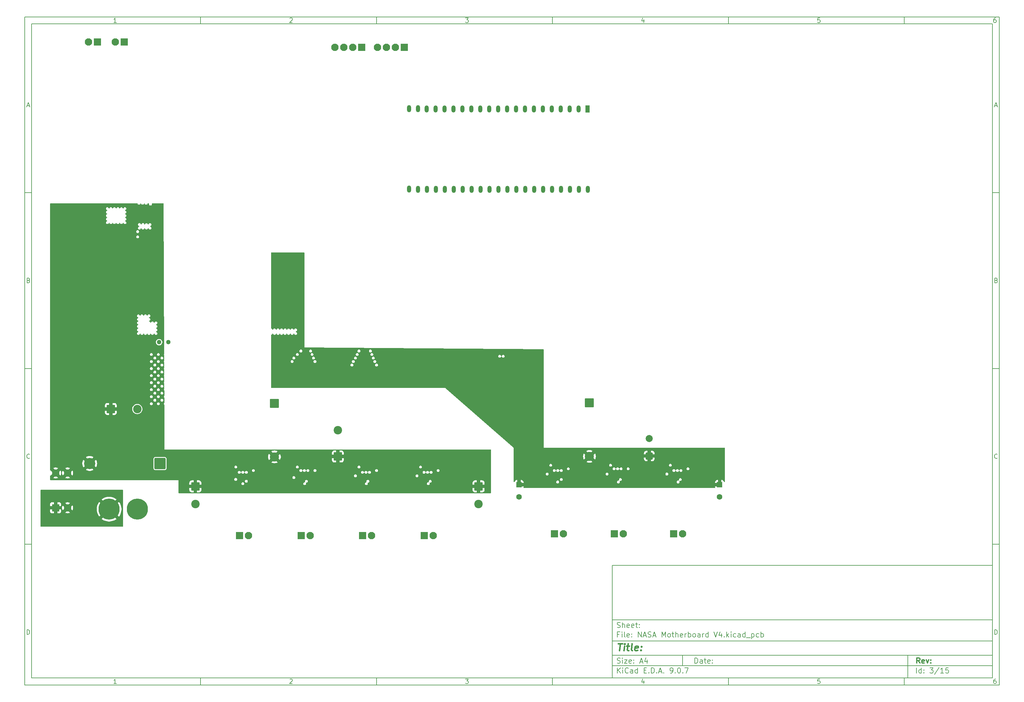
<source format=gbr>
%TF.GenerationSoftware,KiCad,Pcbnew,9.0.7*%
%TF.CreationDate,2026-02-04T11:21:36-05:00*%
%TF.ProjectId,NASA Motherboard V4,4e415341-204d-46f7-9468-6572626f6172,rev?*%
%TF.SameCoordinates,Original*%
%TF.FileFunction,Copper,L3,Inr*%
%TF.FilePolarity,Positive*%
%FSLAX46Y46*%
G04 Gerber Fmt 4.6, Leading zero omitted, Abs format (unit mm)*
G04 Created by KiCad (PCBNEW 9.0.7) date 2026-02-04 11:21:36*
%MOMM*%
%LPD*%
G01*
G04 APERTURE LIST*
G04 Aperture macros list*
%AMRoundRect*
0 Rectangle with rounded corners*
0 $1 Rounding radius*
0 $2 $3 $4 $5 $6 $7 $8 $9 X,Y pos of 4 corners*
0 Add a 4 corners polygon primitive as box body*
4,1,4,$2,$3,$4,$5,$6,$7,$8,$9,$2,$3,0*
0 Add four circle primitives for the rounded corners*
1,1,$1+$1,$2,$3*
1,1,$1+$1,$4,$5*
1,1,$1+$1,$6,$7*
1,1,$1+$1,$8,$9*
0 Add four rect primitives between the rounded corners*
20,1,$1+$1,$2,$3,$4,$5,0*
20,1,$1+$1,$4,$5,$6,$7,0*
20,1,$1+$1,$6,$7,$8,$9,0*
20,1,$1+$1,$8,$9,$2,$3,0*%
G04 Aperture macros list end*
%ADD10C,0.100000*%
%ADD11C,0.150000*%
%ADD12C,0.300000*%
%ADD13C,0.400000*%
%TA.AperFunction,ComponentPad*%
%ADD14RoundRect,0.250001X0.949999X-0.949999X0.949999X0.949999X-0.949999X0.949999X-0.949999X-0.949999X0*%
%TD*%
%TA.AperFunction,ComponentPad*%
%ADD15C,2.400000*%
%TD*%
%TA.AperFunction,ComponentPad*%
%ADD16RoundRect,0.250000X-1.050000X1.050000X-1.050000X-1.050000X1.050000X-1.050000X1.050000X1.050000X0*%
%TD*%
%TA.AperFunction,ComponentPad*%
%ADD17C,2.600000*%
%TD*%
%TA.AperFunction,ComponentPad*%
%ADD18R,2.108200X2.108200*%
%TD*%
%TA.AperFunction,ComponentPad*%
%ADD19C,2.108200*%
%TD*%
%TA.AperFunction,ComponentPad*%
%ADD20RoundRect,0.250000X1.350000X1.350000X-1.350000X1.350000X-1.350000X-1.350000X1.350000X-1.350000X0*%
%TD*%
%TA.AperFunction,ComponentPad*%
%ADD21C,3.200000*%
%TD*%
%TA.AperFunction,ComponentPad*%
%ADD22RoundRect,0.250001X0.799999X0.799999X-0.799999X0.799999X-0.799999X-0.799999X0.799999X-0.799999X0*%
%TD*%
%TA.AperFunction,ComponentPad*%
%ADD23C,2.100000*%
%TD*%
%TA.AperFunction,ComponentPad*%
%ADD24RoundRect,0.250000X-0.550000X0.550000X-0.550000X-0.550000X0.550000X-0.550000X0.550000X0.550000X0*%
%TD*%
%TA.AperFunction,ComponentPad*%
%ADD25C,1.600000*%
%TD*%
%TA.AperFunction,ComponentPad*%
%ADD26RoundRect,0.250001X-0.799999X-0.799999X0.799999X-0.799999X0.799999X0.799999X-0.799999X0.799999X0*%
%TD*%
%TA.AperFunction,ComponentPad*%
%ADD27RoundRect,0.250001X-0.949999X0.949999X-0.949999X-0.949999X0.949999X-0.949999X0.949999X0.949999X0*%
%TD*%
%TA.AperFunction,ComponentPad*%
%ADD28RoundRect,0.250001X-0.949999X-0.949999X0.949999X-0.949999X0.949999X0.949999X-0.949999X0.949999X0*%
%TD*%
%TA.AperFunction,ComponentPad*%
%ADD29R,1.200000X2.000000*%
%TD*%
%TA.AperFunction,ComponentPad*%
%ADD30O,1.200000X2.000000*%
%TD*%
%TA.AperFunction,ComponentPad*%
%ADD31C,1.300000*%
%TD*%
%TA.AperFunction,ComponentPad*%
%ADD32RoundRect,0.250000X0.750000X-0.750000X0.750000X0.750000X-0.750000X0.750000X-0.750000X-0.750000X0*%
%TD*%
%TA.AperFunction,ComponentPad*%
%ADD33C,2.000000*%
%TD*%
%TA.AperFunction,ComponentPad*%
%ADD34C,6.000000*%
%TD*%
%TA.AperFunction,ViaPad*%
%ADD35C,0.600000*%
%TD*%
G04 APERTURE END LIST*
D10*
D11*
X177002200Y-166007200D02*
X285002200Y-166007200D01*
X285002200Y-198007200D01*
X177002200Y-198007200D01*
X177002200Y-166007200D01*
D10*
D11*
X10000000Y-10000000D02*
X287002200Y-10000000D01*
X287002200Y-200007200D01*
X10000000Y-200007200D01*
X10000000Y-10000000D01*
D10*
D11*
X12000000Y-12000000D02*
X285002200Y-12000000D01*
X285002200Y-198007200D01*
X12000000Y-198007200D01*
X12000000Y-12000000D01*
D10*
D11*
X60000000Y-12000000D02*
X60000000Y-10000000D01*
D10*
D11*
X110000000Y-12000000D02*
X110000000Y-10000000D01*
D10*
D11*
X160000000Y-12000000D02*
X160000000Y-10000000D01*
D10*
D11*
X210000000Y-12000000D02*
X210000000Y-10000000D01*
D10*
D11*
X260000000Y-12000000D02*
X260000000Y-10000000D01*
D10*
D11*
X36089160Y-11593604D02*
X35346303Y-11593604D01*
X35717731Y-11593604D02*
X35717731Y-10293604D01*
X35717731Y-10293604D02*
X35593922Y-10479319D01*
X35593922Y-10479319D02*
X35470112Y-10603128D01*
X35470112Y-10603128D02*
X35346303Y-10665033D01*
D10*
D11*
X85346303Y-10417414D02*
X85408207Y-10355509D01*
X85408207Y-10355509D02*
X85532017Y-10293604D01*
X85532017Y-10293604D02*
X85841541Y-10293604D01*
X85841541Y-10293604D02*
X85965350Y-10355509D01*
X85965350Y-10355509D02*
X86027255Y-10417414D01*
X86027255Y-10417414D02*
X86089160Y-10541223D01*
X86089160Y-10541223D02*
X86089160Y-10665033D01*
X86089160Y-10665033D02*
X86027255Y-10850747D01*
X86027255Y-10850747D02*
X85284398Y-11593604D01*
X85284398Y-11593604D02*
X86089160Y-11593604D01*
D10*
D11*
X135284398Y-10293604D02*
X136089160Y-10293604D01*
X136089160Y-10293604D02*
X135655826Y-10788842D01*
X135655826Y-10788842D02*
X135841541Y-10788842D01*
X135841541Y-10788842D02*
X135965350Y-10850747D01*
X135965350Y-10850747D02*
X136027255Y-10912652D01*
X136027255Y-10912652D02*
X136089160Y-11036461D01*
X136089160Y-11036461D02*
X136089160Y-11345985D01*
X136089160Y-11345985D02*
X136027255Y-11469795D01*
X136027255Y-11469795D02*
X135965350Y-11531700D01*
X135965350Y-11531700D02*
X135841541Y-11593604D01*
X135841541Y-11593604D02*
X135470112Y-11593604D01*
X135470112Y-11593604D02*
X135346303Y-11531700D01*
X135346303Y-11531700D02*
X135284398Y-11469795D01*
D10*
D11*
X185965350Y-10726938D02*
X185965350Y-11593604D01*
X185655826Y-10231700D02*
X185346303Y-11160271D01*
X185346303Y-11160271D02*
X186151064Y-11160271D01*
D10*
D11*
X236027255Y-10293604D02*
X235408207Y-10293604D01*
X235408207Y-10293604D02*
X235346303Y-10912652D01*
X235346303Y-10912652D02*
X235408207Y-10850747D01*
X235408207Y-10850747D02*
X235532017Y-10788842D01*
X235532017Y-10788842D02*
X235841541Y-10788842D01*
X235841541Y-10788842D02*
X235965350Y-10850747D01*
X235965350Y-10850747D02*
X236027255Y-10912652D01*
X236027255Y-10912652D02*
X236089160Y-11036461D01*
X236089160Y-11036461D02*
X236089160Y-11345985D01*
X236089160Y-11345985D02*
X236027255Y-11469795D01*
X236027255Y-11469795D02*
X235965350Y-11531700D01*
X235965350Y-11531700D02*
X235841541Y-11593604D01*
X235841541Y-11593604D02*
X235532017Y-11593604D01*
X235532017Y-11593604D02*
X235408207Y-11531700D01*
X235408207Y-11531700D02*
X235346303Y-11469795D01*
D10*
D11*
X285965350Y-10293604D02*
X285717731Y-10293604D01*
X285717731Y-10293604D02*
X285593922Y-10355509D01*
X285593922Y-10355509D02*
X285532017Y-10417414D01*
X285532017Y-10417414D02*
X285408207Y-10603128D01*
X285408207Y-10603128D02*
X285346303Y-10850747D01*
X285346303Y-10850747D02*
X285346303Y-11345985D01*
X285346303Y-11345985D02*
X285408207Y-11469795D01*
X285408207Y-11469795D02*
X285470112Y-11531700D01*
X285470112Y-11531700D02*
X285593922Y-11593604D01*
X285593922Y-11593604D02*
X285841541Y-11593604D01*
X285841541Y-11593604D02*
X285965350Y-11531700D01*
X285965350Y-11531700D02*
X286027255Y-11469795D01*
X286027255Y-11469795D02*
X286089160Y-11345985D01*
X286089160Y-11345985D02*
X286089160Y-11036461D01*
X286089160Y-11036461D02*
X286027255Y-10912652D01*
X286027255Y-10912652D02*
X285965350Y-10850747D01*
X285965350Y-10850747D02*
X285841541Y-10788842D01*
X285841541Y-10788842D02*
X285593922Y-10788842D01*
X285593922Y-10788842D02*
X285470112Y-10850747D01*
X285470112Y-10850747D02*
X285408207Y-10912652D01*
X285408207Y-10912652D02*
X285346303Y-11036461D01*
D10*
D11*
X60000000Y-198007200D02*
X60000000Y-200007200D01*
D10*
D11*
X110000000Y-198007200D02*
X110000000Y-200007200D01*
D10*
D11*
X160000000Y-198007200D02*
X160000000Y-200007200D01*
D10*
D11*
X210000000Y-198007200D02*
X210000000Y-200007200D01*
D10*
D11*
X260000000Y-198007200D02*
X260000000Y-200007200D01*
D10*
D11*
X36089160Y-199600804D02*
X35346303Y-199600804D01*
X35717731Y-199600804D02*
X35717731Y-198300804D01*
X35717731Y-198300804D02*
X35593922Y-198486519D01*
X35593922Y-198486519D02*
X35470112Y-198610328D01*
X35470112Y-198610328D02*
X35346303Y-198672233D01*
D10*
D11*
X85346303Y-198424614D02*
X85408207Y-198362709D01*
X85408207Y-198362709D02*
X85532017Y-198300804D01*
X85532017Y-198300804D02*
X85841541Y-198300804D01*
X85841541Y-198300804D02*
X85965350Y-198362709D01*
X85965350Y-198362709D02*
X86027255Y-198424614D01*
X86027255Y-198424614D02*
X86089160Y-198548423D01*
X86089160Y-198548423D02*
X86089160Y-198672233D01*
X86089160Y-198672233D02*
X86027255Y-198857947D01*
X86027255Y-198857947D02*
X85284398Y-199600804D01*
X85284398Y-199600804D02*
X86089160Y-199600804D01*
D10*
D11*
X135284398Y-198300804D02*
X136089160Y-198300804D01*
X136089160Y-198300804D02*
X135655826Y-198796042D01*
X135655826Y-198796042D02*
X135841541Y-198796042D01*
X135841541Y-198796042D02*
X135965350Y-198857947D01*
X135965350Y-198857947D02*
X136027255Y-198919852D01*
X136027255Y-198919852D02*
X136089160Y-199043661D01*
X136089160Y-199043661D02*
X136089160Y-199353185D01*
X136089160Y-199353185D02*
X136027255Y-199476995D01*
X136027255Y-199476995D02*
X135965350Y-199538900D01*
X135965350Y-199538900D02*
X135841541Y-199600804D01*
X135841541Y-199600804D02*
X135470112Y-199600804D01*
X135470112Y-199600804D02*
X135346303Y-199538900D01*
X135346303Y-199538900D02*
X135284398Y-199476995D01*
D10*
D11*
X185965350Y-198734138D02*
X185965350Y-199600804D01*
X185655826Y-198238900D02*
X185346303Y-199167471D01*
X185346303Y-199167471D02*
X186151064Y-199167471D01*
D10*
D11*
X236027255Y-198300804D02*
X235408207Y-198300804D01*
X235408207Y-198300804D02*
X235346303Y-198919852D01*
X235346303Y-198919852D02*
X235408207Y-198857947D01*
X235408207Y-198857947D02*
X235532017Y-198796042D01*
X235532017Y-198796042D02*
X235841541Y-198796042D01*
X235841541Y-198796042D02*
X235965350Y-198857947D01*
X235965350Y-198857947D02*
X236027255Y-198919852D01*
X236027255Y-198919852D02*
X236089160Y-199043661D01*
X236089160Y-199043661D02*
X236089160Y-199353185D01*
X236089160Y-199353185D02*
X236027255Y-199476995D01*
X236027255Y-199476995D02*
X235965350Y-199538900D01*
X235965350Y-199538900D02*
X235841541Y-199600804D01*
X235841541Y-199600804D02*
X235532017Y-199600804D01*
X235532017Y-199600804D02*
X235408207Y-199538900D01*
X235408207Y-199538900D02*
X235346303Y-199476995D01*
D10*
D11*
X285965350Y-198300804D02*
X285717731Y-198300804D01*
X285717731Y-198300804D02*
X285593922Y-198362709D01*
X285593922Y-198362709D02*
X285532017Y-198424614D01*
X285532017Y-198424614D02*
X285408207Y-198610328D01*
X285408207Y-198610328D02*
X285346303Y-198857947D01*
X285346303Y-198857947D02*
X285346303Y-199353185D01*
X285346303Y-199353185D02*
X285408207Y-199476995D01*
X285408207Y-199476995D02*
X285470112Y-199538900D01*
X285470112Y-199538900D02*
X285593922Y-199600804D01*
X285593922Y-199600804D02*
X285841541Y-199600804D01*
X285841541Y-199600804D02*
X285965350Y-199538900D01*
X285965350Y-199538900D02*
X286027255Y-199476995D01*
X286027255Y-199476995D02*
X286089160Y-199353185D01*
X286089160Y-199353185D02*
X286089160Y-199043661D01*
X286089160Y-199043661D02*
X286027255Y-198919852D01*
X286027255Y-198919852D02*
X285965350Y-198857947D01*
X285965350Y-198857947D02*
X285841541Y-198796042D01*
X285841541Y-198796042D02*
X285593922Y-198796042D01*
X285593922Y-198796042D02*
X285470112Y-198857947D01*
X285470112Y-198857947D02*
X285408207Y-198919852D01*
X285408207Y-198919852D02*
X285346303Y-199043661D01*
D10*
D11*
X10000000Y-60000000D02*
X12000000Y-60000000D01*
D10*
D11*
X10000000Y-110000000D02*
X12000000Y-110000000D01*
D10*
D11*
X10000000Y-160000000D02*
X12000000Y-160000000D01*
D10*
D11*
X10690476Y-35222176D02*
X11309523Y-35222176D01*
X10566666Y-35593604D02*
X10999999Y-34293604D01*
X10999999Y-34293604D02*
X11433333Y-35593604D01*
D10*
D11*
X11092857Y-84912652D02*
X11278571Y-84974557D01*
X11278571Y-84974557D02*
X11340476Y-85036461D01*
X11340476Y-85036461D02*
X11402380Y-85160271D01*
X11402380Y-85160271D02*
X11402380Y-85345985D01*
X11402380Y-85345985D02*
X11340476Y-85469795D01*
X11340476Y-85469795D02*
X11278571Y-85531700D01*
X11278571Y-85531700D02*
X11154761Y-85593604D01*
X11154761Y-85593604D02*
X10659523Y-85593604D01*
X10659523Y-85593604D02*
X10659523Y-84293604D01*
X10659523Y-84293604D02*
X11092857Y-84293604D01*
X11092857Y-84293604D02*
X11216666Y-84355509D01*
X11216666Y-84355509D02*
X11278571Y-84417414D01*
X11278571Y-84417414D02*
X11340476Y-84541223D01*
X11340476Y-84541223D02*
X11340476Y-84665033D01*
X11340476Y-84665033D02*
X11278571Y-84788842D01*
X11278571Y-84788842D02*
X11216666Y-84850747D01*
X11216666Y-84850747D02*
X11092857Y-84912652D01*
X11092857Y-84912652D02*
X10659523Y-84912652D01*
D10*
D11*
X11402380Y-135469795D02*
X11340476Y-135531700D01*
X11340476Y-135531700D02*
X11154761Y-135593604D01*
X11154761Y-135593604D02*
X11030952Y-135593604D01*
X11030952Y-135593604D02*
X10845238Y-135531700D01*
X10845238Y-135531700D02*
X10721428Y-135407890D01*
X10721428Y-135407890D02*
X10659523Y-135284080D01*
X10659523Y-135284080D02*
X10597619Y-135036461D01*
X10597619Y-135036461D02*
X10597619Y-134850747D01*
X10597619Y-134850747D02*
X10659523Y-134603128D01*
X10659523Y-134603128D02*
X10721428Y-134479319D01*
X10721428Y-134479319D02*
X10845238Y-134355509D01*
X10845238Y-134355509D02*
X11030952Y-134293604D01*
X11030952Y-134293604D02*
X11154761Y-134293604D01*
X11154761Y-134293604D02*
X11340476Y-134355509D01*
X11340476Y-134355509D02*
X11402380Y-134417414D01*
D10*
D11*
X10659523Y-185593604D02*
X10659523Y-184293604D01*
X10659523Y-184293604D02*
X10969047Y-184293604D01*
X10969047Y-184293604D02*
X11154761Y-184355509D01*
X11154761Y-184355509D02*
X11278571Y-184479319D01*
X11278571Y-184479319D02*
X11340476Y-184603128D01*
X11340476Y-184603128D02*
X11402380Y-184850747D01*
X11402380Y-184850747D02*
X11402380Y-185036461D01*
X11402380Y-185036461D02*
X11340476Y-185284080D01*
X11340476Y-185284080D02*
X11278571Y-185407890D01*
X11278571Y-185407890D02*
X11154761Y-185531700D01*
X11154761Y-185531700D02*
X10969047Y-185593604D01*
X10969047Y-185593604D02*
X10659523Y-185593604D01*
D10*
D11*
X287002200Y-60000000D02*
X285002200Y-60000000D01*
D10*
D11*
X287002200Y-110000000D02*
X285002200Y-110000000D01*
D10*
D11*
X287002200Y-160000000D02*
X285002200Y-160000000D01*
D10*
D11*
X285692676Y-35222176D02*
X286311723Y-35222176D01*
X285568866Y-35593604D02*
X286002199Y-34293604D01*
X286002199Y-34293604D02*
X286435533Y-35593604D01*
D10*
D11*
X286095057Y-84912652D02*
X286280771Y-84974557D01*
X286280771Y-84974557D02*
X286342676Y-85036461D01*
X286342676Y-85036461D02*
X286404580Y-85160271D01*
X286404580Y-85160271D02*
X286404580Y-85345985D01*
X286404580Y-85345985D02*
X286342676Y-85469795D01*
X286342676Y-85469795D02*
X286280771Y-85531700D01*
X286280771Y-85531700D02*
X286156961Y-85593604D01*
X286156961Y-85593604D02*
X285661723Y-85593604D01*
X285661723Y-85593604D02*
X285661723Y-84293604D01*
X285661723Y-84293604D02*
X286095057Y-84293604D01*
X286095057Y-84293604D02*
X286218866Y-84355509D01*
X286218866Y-84355509D02*
X286280771Y-84417414D01*
X286280771Y-84417414D02*
X286342676Y-84541223D01*
X286342676Y-84541223D02*
X286342676Y-84665033D01*
X286342676Y-84665033D02*
X286280771Y-84788842D01*
X286280771Y-84788842D02*
X286218866Y-84850747D01*
X286218866Y-84850747D02*
X286095057Y-84912652D01*
X286095057Y-84912652D02*
X285661723Y-84912652D01*
D10*
D11*
X286404580Y-135469795D02*
X286342676Y-135531700D01*
X286342676Y-135531700D02*
X286156961Y-135593604D01*
X286156961Y-135593604D02*
X286033152Y-135593604D01*
X286033152Y-135593604D02*
X285847438Y-135531700D01*
X285847438Y-135531700D02*
X285723628Y-135407890D01*
X285723628Y-135407890D02*
X285661723Y-135284080D01*
X285661723Y-135284080D02*
X285599819Y-135036461D01*
X285599819Y-135036461D02*
X285599819Y-134850747D01*
X285599819Y-134850747D02*
X285661723Y-134603128D01*
X285661723Y-134603128D02*
X285723628Y-134479319D01*
X285723628Y-134479319D02*
X285847438Y-134355509D01*
X285847438Y-134355509D02*
X286033152Y-134293604D01*
X286033152Y-134293604D02*
X286156961Y-134293604D01*
X286156961Y-134293604D02*
X286342676Y-134355509D01*
X286342676Y-134355509D02*
X286404580Y-134417414D01*
D10*
D11*
X285661723Y-185593604D02*
X285661723Y-184293604D01*
X285661723Y-184293604D02*
X285971247Y-184293604D01*
X285971247Y-184293604D02*
X286156961Y-184355509D01*
X286156961Y-184355509D02*
X286280771Y-184479319D01*
X286280771Y-184479319D02*
X286342676Y-184603128D01*
X286342676Y-184603128D02*
X286404580Y-184850747D01*
X286404580Y-184850747D02*
X286404580Y-185036461D01*
X286404580Y-185036461D02*
X286342676Y-185284080D01*
X286342676Y-185284080D02*
X286280771Y-185407890D01*
X286280771Y-185407890D02*
X286156961Y-185531700D01*
X286156961Y-185531700D02*
X285971247Y-185593604D01*
X285971247Y-185593604D02*
X285661723Y-185593604D01*
D10*
D11*
X200458026Y-193793328D02*
X200458026Y-192293328D01*
X200458026Y-192293328D02*
X200815169Y-192293328D01*
X200815169Y-192293328D02*
X201029455Y-192364757D01*
X201029455Y-192364757D02*
X201172312Y-192507614D01*
X201172312Y-192507614D02*
X201243741Y-192650471D01*
X201243741Y-192650471D02*
X201315169Y-192936185D01*
X201315169Y-192936185D02*
X201315169Y-193150471D01*
X201315169Y-193150471D02*
X201243741Y-193436185D01*
X201243741Y-193436185D02*
X201172312Y-193579042D01*
X201172312Y-193579042D02*
X201029455Y-193721900D01*
X201029455Y-193721900D02*
X200815169Y-193793328D01*
X200815169Y-193793328D02*
X200458026Y-193793328D01*
X202600884Y-193793328D02*
X202600884Y-193007614D01*
X202600884Y-193007614D02*
X202529455Y-192864757D01*
X202529455Y-192864757D02*
X202386598Y-192793328D01*
X202386598Y-192793328D02*
X202100884Y-192793328D01*
X202100884Y-192793328D02*
X201958026Y-192864757D01*
X202600884Y-193721900D02*
X202458026Y-193793328D01*
X202458026Y-193793328D02*
X202100884Y-193793328D01*
X202100884Y-193793328D02*
X201958026Y-193721900D01*
X201958026Y-193721900D02*
X201886598Y-193579042D01*
X201886598Y-193579042D02*
X201886598Y-193436185D01*
X201886598Y-193436185D02*
X201958026Y-193293328D01*
X201958026Y-193293328D02*
X202100884Y-193221900D01*
X202100884Y-193221900D02*
X202458026Y-193221900D01*
X202458026Y-193221900D02*
X202600884Y-193150471D01*
X203100884Y-192793328D02*
X203672312Y-192793328D01*
X203315169Y-192293328D02*
X203315169Y-193579042D01*
X203315169Y-193579042D02*
X203386598Y-193721900D01*
X203386598Y-193721900D02*
X203529455Y-193793328D01*
X203529455Y-193793328D02*
X203672312Y-193793328D01*
X204743741Y-193721900D02*
X204600884Y-193793328D01*
X204600884Y-193793328D02*
X204315170Y-193793328D01*
X204315170Y-193793328D02*
X204172312Y-193721900D01*
X204172312Y-193721900D02*
X204100884Y-193579042D01*
X204100884Y-193579042D02*
X204100884Y-193007614D01*
X204100884Y-193007614D02*
X204172312Y-192864757D01*
X204172312Y-192864757D02*
X204315170Y-192793328D01*
X204315170Y-192793328D02*
X204600884Y-192793328D01*
X204600884Y-192793328D02*
X204743741Y-192864757D01*
X204743741Y-192864757D02*
X204815170Y-193007614D01*
X204815170Y-193007614D02*
X204815170Y-193150471D01*
X204815170Y-193150471D02*
X204100884Y-193293328D01*
X205458026Y-193650471D02*
X205529455Y-193721900D01*
X205529455Y-193721900D02*
X205458026Y-193793328D01*
X205458026Y-193793328D02*
X205386598Y-193721900D01*
X205386598Y-193721900D02*
X205458026Y-193650471D01*
X205458026Y-193650471D02*
X205458026Y-193793328D01*
X205458026Y-192864757D02*
X205529455Y-192936185D01*
X205529455Y-192936185D02*
X205458026Y-193007614D01*
X205458026Y-193007614D02*
X205386598Y-192936185D01*
X205386598Y-192936185D02*
X205458026Y-192864757D01*
X205458026Y-192864757D02*
X205458026Y-193007614D01*
D10*
D11*
X177002200Y-194507200D02*
X285002200Y-194507200D01*
D10*
D11*
X178458026Y-196593328D02*
X178458026Y-195093328D01*
X179315169Y-196593328D02*
X178672312Y-195736185D01*
X179315169Y-195093328D02*
X178458026Y-195950471D01*
X179958026Y-196593328D02*
X179958026Y-195593328D01*
X179958026Y-195093328D02*
X179886598Y-195164757D01*
X179886598Y-195164757D02*
X179958026Y-195236185D01*
X179958026Y-195236185D02*
X180029455Y-195164757D01*
X180029455Y-195164757D02*
X179958026Y-195093328D01*
X179958026Y-195093328D02*
X179958026Y-195236185D01*
X181529455Y-196450471D02*
X181458027Y-196521900D01*
X181458027Y-196521900D02*
X181243741Y-196593328D01*
X181243741Y-196593328D02*
X181100884Y-196593328D01*
X181100884Y-196593328D02*
X180886598Y-196521900D01*
X180886598Y-196521900D02*
X180743741Y-196379042D01*
X180743741Y-196379042D02*
X180672312Y-196236185D01*
X180672312Y-196236185D02*
X180600884Y-195950471D01*
X180600884Y-195950471D02*
X180600884Y-195736185D01*
X180600884Y-195736185D02*
X180672312Y-195450471D01*
X180672312Y-195450471D02*
X180743741Y-195307614D01*
X180743741Y-195307614D02*
X180886598Y-195164757D01*
X180886598Y-195164757D02*
X181100884Y-195093328D01*
X181100884Y-195093328D02*
X181243741Y-195093328D01*
X181243741Y-195093328D02*
X181458027Y-195164757D01*
X181458027Y-195164757D02*
X181529455Y-195236185D01*
X182815170Y-196593328D02*
X182815170Y-195807614D01*
X182815170Y-195807614D02*
X182743741Y-195664757D01*
X182743741Y-195664757D02*
X182600884Y-195593328D01*
X182600884Y-195593328D02*
X182315170Y-195593328D01*
X182315170Y-195593328D02*
X182172312Y-195664757D01*
X182815170Y-196521900D02*
X182672312Y-196593328D01*
X182672312Y-196593328D02*
X182315170Y-196593328D01*
X182315170Y-196593328D02*
X182172312Y-196521900D01*
X182172312Y-196521900D02*
X182100884Y-196379042D01*
X182100884Y-196379042D02*
X182100884Y-196236185D01*
X182100884Y-196236185D02*
X182172312Y-196093328D01*
X182172312Y-196093328D02*
X182315170Y-196021900D01*
X182315170Y-196021900D02*
X182672312Y-196021900D01*
X182672312Y-196021900D02*
X182815170Y-195950471D01*
X184172313Y-196593328D02*
X184172313Y-195093328D01*
X184172313Y-196521900D02*
X184029455Y-196593328D01*
X184029455Y-196593328D02*
X183743741Y-196593328D01*
X183743741Y-196593328D02*
X183600884Y-196521900D01*
X183600884Y-196521900D02*
X183529455Y-196450471D01*
X183529455Y-196450471D02*
X183458027Y-196307614D01*
X183458027Y-196307614D02*
X183458027Y-195879042D01*
X183458027Y-195879042D02*
X183529455Y-195736185D01*
X183529455Y-195736185D02*
X183600884Y-195664757D01*
X183600884Y-195664757D02*
X183743741Y-195593328D01*
X183743741Y-195593328D02*
X184029455Y-195593328D01*
X184029455Y-195593328D02*
X184172313Y-195664757D01*
X186029455Y-195807614D02*
X186529455Y-195807614D01*
X186743741Y-196593328D02*
X186029455Y-196593328D01*
X186029455Y-196593328D02*
X186029455Y-195093328D01*
X186029455Y-195093328D02*
X186743741Y-195093328D01*
X187386598Y-196450471D02*
X187458027Y-196521900D01*
X187458027Y-196521900D02*
X187386598Y-196593328D01*
X187386598Y-196593328D02*
X187315170Y-196521900D01*
X187315170Y-196521900D02*
X187386598Y-196450471D01*
X187386598Y-196450471D02*
X187386598Y-196593328D01*
X188100884Y-196593328D02*
X188100884Y-195093328D01*
X188100884Y-195093328D02*
X188458027Y-195093328D01*
X188458027Y-195093328D02*
X188672313Y-195164757D01*
X188672313Y-195164757D02*
X188815170Y-195307614D01*
X188815170Y-195307614D02*
X188886599Y-195450471D01*
X188886599Y-195450471D02*
X188958027Y-195736185D01*
X188958027Y-195736185D02*
X188958027Y-195950471D01*
X188958027Y-195950471D02*
X188886599Y-196236185D01*
X188886599Y-196236185D02*
X188815170Y-196379042D01*
X188815170Y-196379042D02*
X188672313Y-196521900D01*
X188672313Y-196521900D02*
X188458027Y-196593328D01*
X188458027Y-196593328D02*
X188100884Y-196593328D01*
X189600884Y-196450471D02*
X189672313Y-196521900D01*
X189672313Y-196521900D02*
X189600884Y-196593328D01*
X189600884Y-196593328D02*
X189529456Y-196521900D01*
X189529456Y-196521900D02*
X189600884Y-196450471D01*
X189600884Y-196450471D02*
X189600884Y-196593328D01*
X190243742Y-196164757D02*
X190958028Y-196164757D01*
X190100885Y-196593328D02*
X190600885Y-195093328D01*
X190600885Y-195093328D02*
X191100885Y-196593328D01*
X191600884Y-196450471D02*
X191672313Y-196521900D01*
X191672313Y-196521900D02*
X191600884Y-196593328D01*
X191600884Y-196593328D02*
X191529456Y-196521900D01*
X191529456Y-196521900D02*
X191600884Y-196450471D01*
X191600884Y-196450471D02*
X191600884Y-196593328D01*
X193529456Y-196593328D02*
X193815170Y-196593328D01*
X193815170Y-196593328D02*
X193958027Y-196521900D01*
X193958027Y-196521900D02*
X194029456Y-196450471D01*
X194029456Y-196450471D02*
X194172313Y-196236185D01*
X194172313Y-196236185D02*
X194243742Y-195950471D01*
X194243742Y-195950471D02*
X194243742Y-195379042D01*
X194243742Y-195379042D02*
X194172313Y-195236185D01*
X194172313Y-195236185D02*
X194100885Y-195164757D01*
X194100885Y-195164757D02*
X193958027Y-195093328D01*
X193958027Y-195093328D02*
X193672313Y-195093328D01*
X193672313Y-195093328D02*
X193529456Y-195164757D01*
X193529456Y-195164757D02*
X193458027Y-195236185D01*
X193458027Y-195236185D02*
X193386599Y-195379042D01*
X193386599Y-195379042D02*
X193386599Y-195736185D01*
X193386599Y-195736185D02*
X193458027Y-195879042D01*
X193458027Y-195879042D02*
X193529456Y-195950471D01*
X193529456Y-195950471D02*
X193672313Y-196021900D01*
X193672313Y-196021900D02*
X193958027Y-196021900D01*
X193958027Y-196021900D02*
X194100885Y-195950471D01*
X194100885Y-195950471D02*
X194172313Y-195879042D01*
X194172313Y-195879042D02*
X194243742Y-195736185D01*
X194886598Y-196450471D02*
X194958027Y-196521900D01*
X194958027Y-196521900D02*
X194886598Y-196593328D01*
X194886598Y-196593328D02*
X194815170Y-196521900D01*
X194815170Y-196521900D02*
X194886598Y-196450471D01*
X194886598Y-196450471D02*
X194886598Y-196593328D01*
X195886599Y-195093328D02*
X196029456Y-195093328D01*
X196029456Y-195093328D02*
X196172313Y-195164757D01*
X196172313Y-195164757D02*
X196243742Y-195236185D01*
X196243742Y-195236185D02*
X196315170Y-195379042D01*
X196315170Y-195379042D02*
X196386599Y-195664757D01*
X196386599Y-195664757D02*
X196386599Y-196021900D01*
X196386599Y-196021900D02*
X196315170Y-196307614D01*
X196315170Y-196307614D02*
X196243742Y-196450471D01*
X196243742Y-196450471D02*
X196172313Y-196521900D01*
X196172313Y-196521900D02*
X196029456Y-196593328D01*
X196029456Y-196593328D02*
X195886599Y-196593328D01*
X195886599Y-196593328D02*
X195743742Y-196521900D01*
X195743742Y-196521900D02*
X195672313Y-196450471D01*
X195672313Y-196450471D02*
X195600884Y-196307614D01*
X195600884Y-196307614D02*
X195529456Y-196021900D01*
X195529456Y-196021900D02*
X195529456Y-195664757D01*
X195529456Y-195664757D02*
X195600884Y-195379042D01*
X195600884Y-195379042D02*
X195672313Y-195236185D01*
X195672313Y-195236185D02*
X195743742Y-195164757D01*
X195743742Y-195164757D02*
X195886599Y-195093328D01*
X197029455Y-196450471D02*
X197100884Y-196521900D01*
X197100884Y-196521900D02*
X197029455Y-196593328D01*
X197029455Y-196593328D02*
X196958027Y-196521900D01*
X196958027Y-196521900D02*
X197029455Y-196450471D01*
X197029455Y-196450471D02*
X197029455Y-196593328D01*
X197600884Y-195093328D02*
X198600884Y-195093328D01*
X198600884Y-195093328D02*
X197958027Y-196593328D01*
D10*
D11*
X177002200Y-191507200D02*
X285002200Y-191507200D01*
D10*
D12*
X264413853Y-193785528D02*
X263913853Y-193071242D01*
X263556710Y-193785528D02*
X263556710Y-192285528D01*
X263556710Y-192285528D02*
X264128139Y-192285528D01*
X264128139Y-192285528D02*
X264270996Y-192356957D01*
X264270996Y-192356957D02*
X264342425Y-192428385D01*
X264342425Y-192428385D02*
X264413853Y-192571242D01*
X264413853Y-192571242D02*
X264413853Y-192785528D01*
X264413853Y-192785528D02*
X264342425Y-192928385D01*
X264342425Y-192928385D02*
X264270996Y-192999814D01*
X264270996Y-192999814D02*
X264128139Y-193071242D01*
X264128139Y-193071242D02*
X263556710Y-193071242D01*
X265628139Y-193714100D02*
X265485282Y-193785528D01*
X265485282Y-193785528D02*
X265199568Y-193785528D01*
X265199568Y-193785528D02*
X265056710Y-193714100D01*
X265056710Y-193714100D02*
X264985282Y-193571242D01*
X264985282Y-193571242D02*
X264985282Y-192999814D01*
X264985282Y-192999814D02*
X265056710Y-192856957D01*
X265056710Y-192856957D02*
X265199568Y-192785528D01*
X265199568Y-192785528D02*
X265485282Y-192785528D01*
X265485282Y-192785528D02*
X265628139Y-192856957D01*
X265628139Y-192856957D02*
X265699568Y-192999814D01*
X265699568Y-192999814D02*
X265699568Y-193142671D01*
X265699568Y-193142671D02*
X264985282Y-193285528D01*
X266199567Y-192785528D02*
X266556710Y-193785528D01*
X266556710Y-193785528D02*
X266913853Y-192785528D01*
X267485281Y-193642671D02*
X267556710Y-193714100D01*
X267556710Y-193714100D02*
X267485281Y-193785528D01*
X267485281Y-193785528D02*
X267413853Y-193714100D01*
X267413853Y-193714100D02*
X267485281Y-193642671D01*
X267485281Y-193642671D02*
X267485281Y-193785528D01*
X267485281Y-192856957D02*
X267556710Y-192928385D01*
X267556710Y-192928385D02*
X267485281Y-192999814D01*
X267485281Y-192999814D02*
X267413853Y-192928385D01*
X267413853Y-192928385D02*
X267485281Y-192856957D01*
X267485281Y-192856957D02*
X267485281Y-192999814D01*
D10*
D11*
X178386598Y-193721900D02*
X178600884Y-193793328D01*
X178600884Y-193793328D02*
X178958026Y-193793328D01*
X178958026Y-193793328D02*
X179100884Y-193721900D01*
X179100884Y-193721900D02*
X179172312Y-193650471D01*
X179172312Y-193650471D02*
X179243741Y-193507614D01*
X179243741Y-193507614D02*
X179243741Y-193364757D01*
X179243741Y-193364757D02*
X179172312Y-193221900D01*
X179172312Y-193221900D02*
X179100884Y-193150471D01*
X179100884Y-193150471D02*
X178958026Y-193079042D01*
X178958026Y-193079042D02*
X178672312Y-193007614D01*
X178672312Y-193007614D02*
X178529455Y-192936185D01*
X178529455Y-192936185D02*
X178458026Y-192864757D01*
X178458026Y-192864757D02*
X178386598Y-192721900D01*
X178386598Y-192721900D02*
X178386598Y-192579042D01*
X178386598Y-192579042D02*
X178458026Y-192436185D01*
X178458026Y-192436185D02*
X178529455Y-192364757D01*
X178529455Y-192364757D02*
X178672312Y-192293328D01*
X178672312Y-192293328D02*
X179029455Y-192293328D01*
X179029455Y-192293328D02*
X179243741Y-192364757D01*
X179886597Y-193793328D02*
X179886597Y-192793328D01*
X179886597Y-192293328D02*
X179815169Y-192364757D01*
X179815169Y-192364757D02*
X179886597Y-192436185D01*
X179886597Y-192436185D02*
X179958026Y-192364757D01*
X179958026Y-192364757D02*
X179886597Y-192293328D01*
X179886597Y-192293328D02*
X179886597Y-192436185D01*
X180458026Y-192793328D02*
X181243741Y-192793328D01*
X181243741Y-192793328D02*
X180458026Y-193793328D01*
X180458026Y-193793328D02*
X181243741Y-193793328D01*
X182386598Y-193721900D02*
X182243741Y-193793328D01*
X182243741Y-193793328D02*
X181958027Y-193793328D01*
X181958027Y-193793328D02*
X181815169Y-193721900D01*
X181815169Y-193721900D02*
X181743741Y-193579042D01*
X181743741Y-193579042D02*
X181743741Y-193007614D01*
X181743741Y-193007614D02*
X181815169Y-192864757D01*
X181815169Y-192864757D02*
X181958027Y-192793328D01*
X181958027Y-192793328D02*
X182243741Y-192793328D01*
X182243741Y-192793328D02*
X182386598Y-192864757D01*
X182386598Y-192864757D02*
X182458027Y-193007614D01*
X182458027Y-193007614D02*
X182458027Y-193150471D01*
X182458027Y-193150471D02*
X181743741Y-193293328D01*
X183100883Y-193650471D02*
X183172312Y-193721900D01*
X183172312Y-193721900D02*
X183100883Y-193793328D01*
X183100883Y-193793328D02*
X183029455Y-193721900D01*
X183029455Y-193721900D02*
X183100883Y-193650471D01*
X183100883Y-193650471D02*
X183100883Y-193793328D01*
X183100883Y-192864757D02*
X183172312Y-192936185D01*
X183172312Y-192936185D02*
X183100883Y-193007614D01*
X183100883Y-193007614D02*
X183029455Y-192936185D01*
X183029455Y-192936185D02*
X183100883Y-192864757D01*
X183100883Y-192864757D02*
X183100883Y-193007614D01*
X184886598Y-193364757D02*
X185600884Y-193364757D01*
X184743741Y-193793328D02*
X185243741Y-192293328D01*
X185243741Y-192293328D02*
X185743741Y-193793328D01*
X186886598Y-192793328D02*
X186886598Y-193793328D01*
X186529455Y-192221900D02*
X186172312Y-193293328D01*
X186172312Y-193293328D02*
X187100883Y-193293328D01*
D10*
D11*
X263458026Y-196593328D02*
X263458026Y-195093328D01*
X264815170Y-196593328D02*
X264815170Y-195093328D01*
X264815170Y-196521900D02*
X264672312Y-196593328D01*
X264672312Y-196593328D02*
X264386598Y-196593328D01*
X264386598Y-196593328D02*
X264243741Y-196521900D01*
X264243741Y-196521900D02*
X264172312Y-196450471D01*
X264172312Y-196450471D02*
X264100884Y-196307614D01*
X264100884Y-196307614D02*
X264100884Y-195879042D01*
X264100884Y-195879042D02*
X264172312Y-195736185D01*
X264172312Y-195736185D02*
X264243741Y-195664757D01*
X264243741Y-195664757D02*
X264386598Y-195593328D01*
X264386598Y-195593328D02*
X264672312Y-195593328D01*
X264672312Y-195593328D02*
X264815170Y-195664757D01*
X265529455Y-196450471D02*
X265600884Y-196521900D01*
X265600884Y-196521900D02*
X265529455Y-196593328D01*
X265529455Y-196593328D02*
X265458027Y-196521900D01*
X265458027Y-196521900D02*
X265529455Y-196450471D01*
X265529455Y-196450471D02*
X265529455Y-196593328D01*
X265529455Y-195664757D02*
X265600884Y-195736185D01*
X265600884Y-195736185D02*
X265529455Y-195807614D01*
X265529455Y-195807614D02*
X265458027Y-195736185D01*
X265458027Y-195736185D02*
X265529455Y-195664757D01*
X265529455Y-195664757D02*
X265529455Y-195807614D01*
X267243741Y-195093328D02*
X268172313Y-195093328D01*
X268172313Y-195093328D02*
X267672313Y-195664757D01*
X267672313Y-195664757D02*
X267886598Y-195664757D01*
X267886598Y-195664757D02*
X268029456Y-195736185D01*
X268029456Y-195736185D02*
X268100884Y-195807614D01*
X268100884Y-195807614D02*
X268172313Y-195950471D01*
X268172313Y-195950471D02*
X268172313Y-196307614D01*
X268172313Y-196307614D02*
X268100884Y-196450471D01*
X268100884Y-196450471D02*
X268029456Y-196521900D01*
X268029456Y-196521900D02*
X267886598Y-196593328D01*
X267886598Y-196593328D02*
X267458027Y-196593328D01*
X267458027Y-196593328D02*
X267315170Y-196521900D01*
X267315170Y-196521900D02*
X267243741Y-196450471D01*
X269886598Y-195021900D02*
X268600884Y-196950471D01*
X271172313Y-196593328D02*
X270315170Y-196593328D01*
X270743741Y-196593328D02*
X270743741Y-195093328D01*
X270743741Y-195093328D02*
X270600884Y-195307614D01*
X270600884Y-195307614D02*
X270458027Y-195450471D01*
X270458027Y-195450471D02*
X270315170Y-195521900D01*
X272529455Y-195093328D02*
X271815169Y-195093328D01*
X271815169Y-195093328D02*
X271743741Y-195807614D01*
X271743741Y-195807614D02*
X271815169Y-195736185D01*
X271815169Y-195736185D02*
X271958027Y-195664757D01*
X271958027Y-195664757D02*
X272315169Y-195664757D01*
X272315169Y-195664757D02*
X272458027Y-195736185D01*
X272458027Y-195736185D02*
X272529455Y-195807614D01*
X272529455Y-195807614D02*
X272600884Y-195950471D01*
X272600884Y-195950471D02*
X272600884Y-196307614D01*
X272600884Y-196307614D02*
X272529455Y-196450471D01*
X272529455Y-196450471D02*
X272458027Y-196521900D01*
X272458027Y-196521900D02*
X272315169Y-196593328D01*
X272315169Y-196593328D02*
X271958027Y-196593328D01*
X271958027Y-196593328D02*
X271815169Y-196521900D01*
X271815169Y-196521900D02*
X271743741Y-196450471D01*
D10*
D11*
X177002200Y-187507200D02*
X285002200Y-187507200D01*
D10*
D13*
X178693928Y-188211638D02*
X179836785Y-188211638D01*
X179015357Y-190211638D02*
X179265357Y-188211638D01*
X180253452Y-190211638D02*
X180420119Y-188878304D01*
X180503452Y-188211638D02*
X180396309Y-188306876D01*
X180396309Y-188306876D02*
X180479643Y-188402114D01*
X180479643Y-188402114D02*
X180586786Y-188306876D01*
X180586786Y-188306876D02*
X180503452Y-188211638D01*
X180503452Y-188211638D02*
X180479643Y-188402114D01*
X181086786Y-188878304D02*
X181848690Y-188878304D01*
X181455833Y-188211638D02*
X181241548Y-189925923D01*
X181241548Y-189925923D02*
X181312976Y-190116400D01*
X181312976Y-190116400D02*
X181491548Y-190211638D01*
X181491548Y-190211638D02*
X181682024Y-190211638D01*
X182634405Y-190211638D02*
X182455833Y-190116400D01*
X182455833Y-190116400D02*
X182384405Y-189925923D01*
X182384405Y-189925923D02*
X182598690Y-188211638D01*
X184170119Y-190116400D02*
X183967738Y-190211638D01*
X183967738Y-190211638D02*
X183586785Y-190211638D01*
X183586785Y-190211638D02*
X183408214Y-190116400D01*
X183408214Y-190116400D02*
X183336785Y-189925923D01*
X183336785Y-189925923D02*
X183432024Y-189164019D01*
X183432024Y-189164019D02*
X183551071Y-188973542D01*
X183551071Y-188973542D02*
X183753452Y-188878304D01*
X183753452Y-188878304D02*
X184134404Y-188878304D01*
X184134404Y-188878304D02*
X184312976Y-188973542D01*
X184312976Y-188973542D02*
X184384404Y-189164019D01*
X184384404Y-189164019D02*
X184360595Y-189354495D01*
X184360595Y-189354495D02*
X183384404Y-189544971D01*
X185134405Y-190021161D02*
X185217738Y-190116400D01*
X185217738Y-190116400D02*
X185110595Y-190211638D01*
X185110595Y-190211638D02*
X185027262Y-190116400D01*
X185027262Y-190116400D02*
X185134405Y-190021161D01*
X185134405Y-190021161D02*
X185110595Y-190211638D01*
X185265357Y-188973542D02*
X185348690Y-189068780D01*
X185348690Y-189068780D02*
X185241548Y-189164019D01*
X185241548Y-189164019D02*
X185158214Y-189068780D01*
X185158214Y-189068780D02*
X185265357Y-188973542D01*
X185265357Y-188973542D02*
X185241548Y-189164019D01*
D10*
D11*
X178958026Y-185607614D02*
X178458026Y-185607614D01*
X178458026Y-186393328D02*
X178458026Y-184893328D01*
X178458026Y-184893328D02*
X179172312Y-184893328D01*
X179743740Y-186393328D02*
X179743740Y-185393328D01*
X179743740Y-184893328D02*
X179672312Y-184964757D01*
X179672312Y-184964757D02*
X179743740Y-185036185D01*
X179743740Y-185036185D02*
X179815169Y-184964757D01*
X179815169Y-184964757D02*
X179743740Y-184893328D01*
X179743740Y-184893328D02*
X179743740Y-185036185D01*
X180672312Y-186393328D02*
X180529455Y-186321900D01*
X180529455Y-186321900D02*
X180458026Y-186179042D01*
X180458026Y-186179042D02*
X180458026Y-184893328D01*
X181815169Y-186321900D02*
X181672312Y-186393328D01*
X181672312Y-186393328D02*
X181386598Y-186393328D01*
X181386598Y-186393328D02*
X181243740Y-186321900D01*
X181243740Y-186321900D02*
X181172312Y-186179042D01*
X181172312Y-186179042D02*
X181172312Y-185607614D01*
X181172312Y-185607614D02*
X181243740Y-185464757D01*
X181243740Y-185464757D02*
X181386598Y-185393328D01*
X181386598Y-185393328D02*
X181672312Y-185393328D01*
X181672312Y-185393328D02*
X181815169Y-185464757D01*
X181815169Y-185464757D02*
X181886598Y-185607614D01*
X181886598Y-185607614D02*
X181886598Y-185750471D01*
X181886598Y-185750471D02*
X181172312Y-185893328D01*
X182529454Y-186250471D02*
X182600883Y-186321900D01*
X182600883Y-186321900D02*
X182529454Y-186393328D01*
X182529454Y-186393328D02*
X182458026Y-186321900D01*
X182458026Y-186321900D02*
X182529454Y-186250471D01*
X182529454Y-186250471D02*
X182529454Y-186393328D01*
X182529454Y-185464757D02*
X182600883Y-185536185D01*
X182600883Y-185536185D02*
X182529454Y-185607614D01*
X182529454Y-185607614D02*
X182458026Y-185536185D01*
X182458026Y-185536185D02*
X182529454Y-185464757D01*
X182529454Y-185464757D02*
X182529454Y-185607614D01*
X184386597Y-186393328D02*
X184386597Y-184893328D01*
X184386597Y-184893328D02*
X185243740Y-186393328D01*
X185243740Y-186393328D02*
X185243740Y-184893328D01*
X185886598Y-185964757D02*
X186600884Y-185964757D01*
X185743741Y-186393328D02*
X186243741Y-184893328D01*
X186243741Y-184893328D02*
X186743741Y-186393328D01*
X187172312Y-186321900D02*
X187386598Y-186393328D01*
X187386598Y-186393328D02*
X187743740Y-186393328D01*
X187743740Y-186393328D02*
X187886598Y-186321900D01*
X187886598Y-186321900D02*
X187958026Y-186250471D01*
X187958026Y-186250471D02*
X188029455Y-186107614D01*
X188029455Y-186107614D02*
X188029455Y-185964757D01*
X188029455Y-185964757D02*
X187958026Y-185821900D01*
X187958026Y-185821900D02*
X187886598Y-185750471D01*
X187886598Y-185750471D02*
X187743740Y-185679042D01*
X187743740Y-185679042D02*
X187458026Y-185607614D01*
X187458026Y-185607614D02*
X187315169Y-185536185D01*
X187315169Y-185536185D02*
X187243740Y-185464757D01*
X187243740Y-185464757D02*
X187172312Y-185321900D01*
X187172312Y-185321900D02*
X187172312Y-185179042D01*
X187172312Y-185179042D02*
X187243740Y-185036185D01*
X187243740Y-185036185D02*
X187315169Y-184964757D01*
X187315169Y-184964757D02*
X187458026Y-184893328D01*
X187458026Y-184893328D02*
X187815169Y-184893328D01*
X187815169Y-184893328D02*
X188029455Y-184964757D01*
X188600883Y-185964757D02*
X189315169Y-185964757D01*
X188458026Y-186393328D02*
X188958026Y-184893328D01*
X188958026Y-184893328D02*
X189458026Y-186393328D01*
X191100882Y-186393328D02*
X191100882Y-184893328D01*
X191100882Y-184893328D02*
X191600882Y-185964757D01*
X191600882Y-185964757D02*
X192100882Y-184893328D01*
X192100882Y-184893328D02*
X192100882Y-186393328D01*
X193029454Y-186393328D02*
X192886597Y-186321900D01*
X192886597Y-186321900D02*
X192815168Y-186250471D01*
X192815168Y-186250471D02*
X192743740Y-186107614D01*
X192743740Y-186107614D02*
X192743740Y-185679042D01*
X192743740Y-185679042D02*
X192815168Y-185536185D01*
X192815168Y-185536185D02*
X192886597Y-185464757D01*
X192886597Y-185464757D02*
X193029454Y-185393328D01*
X193029454Y-185393328D02*
X193243740Y-185393328D01*
X193243740Y-185393328D02*
X193386597Y-185464757D01*
X193386597Y-185464757D02*
X193458026Y-185536185D01*
X193458026Y-185536185D02*
X193529454Y-185679042D01*
X193529454Y-185679042D02*
X193529454Y-186107614D01*
X193529454Y-186107614D02*
X193458026Y-186250471D01*
X193458026Y-186250471D02*
X193386597Y-186321900D01*
X193386597Y-186321900D02*
X193243740Y-186393328D01*
X193243740Y-186393328D02*
X193029454Y-186393328D01*
X193958026Y-185393328D02*
X194529454Y-185393328D01*
X194172311Y-184893328D02*
X194172311Y-186179042D01*
X194172311Y-186179042D02*
X194243740Y-186321900D01*
X194243740Y-186321900D02*
X194386597Y-186393328D01*
X194386597Y-186393328D02*
X194529454Y-186393328D01*
X195029454Y-186393328D02*
X195029454Y-184893328D01*
X195672312Y-186393328D02*
X195672312Y-185607614D01*
X195672312Y-185607614D02*
X195600883Y-185464757D01*
X195600883Y-185464757D02*
X195458026Y-185393328D01*
X195458026Y-185393328D02*
X195243740Y-185393328D01*
X195243740Y-185393328D02*
X195100883Y-185464757D01*
X195100883Y-185464757D02*
X195029454Y-185536185D01*
X196958026Y-186321900D02*
X196815169Y-186393328D01*
X196815169Y-186393328D02*
X196529455Y-186393328D01*
X196529455Y-186393328D02*
X196386597Y-186321900D01*
X196386597Y-186321900D02*
X196315169Y-186179042D01*
X196315169Y-186179042D02*
X196315169Y-185607614D01*
X196315169Y-185607614D02*
X196386597Y-185464757D01*
X196386597Y-185464757D02*
X196529455Y-185393328D01*
X196529455Y-185393328D02*
X196815169Y-185393328D01*
X196815169Y-185393328D02*
X196958026Y-185464757D01*
X196958026Y-185464757D02*
X197029455Y-185607614D01*
X197029455Y-185607614D02*
X197029455Y-185750471D01*
X197029455Y-185750471D02*
X196315169Y-185893328D01*
X197672311Y-186393328D02*
X197672311Y-185393328D01*
X197672311Y-185679042D02*
X197743740Y-185536185D01*
X197743740Y-185536185D02*
X197815169Y-185464757D01*
X197815169Y-185464757D02*
X197958026Y-185393328D01*
X197958026Y-185393328D02*
X198100883Y-185393328D01*
X198600882Y-186393328D02*
X198600882Y-184893328D01*
X198600882Y-185464757D02*
X198743740Y-185393328D01*
X198743740Y-185393328D02*
X199029454Y-185393328D01*
X199029454Y-185393328D02*
X199172311Y-185464757D01*
X199172311Y-185464757D02*
X199243740Y-185536185D01*
X199243740Y-185536185D02*
X199315168Y-185679042D01*
X199315168Y-185679042D02*
X199315168Y-186107614D01*
X199315168Y-186107614D02*
X199243740Y-186250471D01*
X199243740Y-186250471D02*
X199172311Y-186321900D01*
X199172311Y-186321900D02*
X199029454Y-186393328D01*
X199029454Y-186393328D02*
X198743740Y-186393328D01*
X198743740Y-186393328D02*
X198600882Y-186321900D01*
X200172311Y-186393328D02*
X200029454Y-186321900D01*
X200029454Y-186321900D02*
X199958025Y-186250471D01*
X199958025Y-186250471D02*
X199886597Y-186107614D01*
X199886597Y-186107614D02*
X199886597Y-185679042D01*
X199886597Y-185679042D02*
X199958025Y-185536185D01*
X199958025Y-185536185D02*
X200029454Y-185464757D01*
X200029454Y-185464757D02*
X200172311Y-185393328D01*
X200172311Y-185393328D02*
X200386597Y-185393328D01*
X200386597Y-185393328D02*
X200529454Y-185464757D01*
X200529454Y-185464757D02*
X200600883Y-185536185D01*
X200600883Y-185536185D02*
X200672311Y-185679042D01*
X200672311Y-185679042D02*
X200672311Y-186107614D01*
X200672311Y-186107614D02*
X200600883Y-186250471D01*
X200600883Y-186250471D02*
X200529454Y-186321900D01*
X200529454Y-186321900D02*
X200386597Y-186393328D01*
X200386597Y-186393328D02*
X200172311Y-186393328D01*
X201958026Y-186393328D02*
X201958026Y-185607614D01*
X201958026Y-185607614D02*
X201886597Y-185464757D01*
X201886597Y-185464757D02*
X201743740Y-185393328D01*
X201743740Y-185393328D02*
X201458026Y-185393328D01*
X201458026Y-185393328D02*
X201315168Y-185464757D01*
X201958026Y-186321900D02*
X201815168Y-186393328D01*
X201815168Y-186393328D02*
X201458026Y-186393328D01*
X201458026Y-186393328D02*
X201315168Y-186321900D01*
X201315168Y-186321900D02*
X201243740Y-186179042D01*
X201243740Y-186179042D02*
X201243740Y-186036185D01*
X201243740Y-186036185D02*
X201315168Y-185893328D01*
X201315168Y-185893328D02*
X201458026Y-185821900D01*
X201458026Y-185821900D02*
X201815168Y-185821900D01*
X201815168Y-185821900D02*
X201958026Y-185750471D01*
X202672311Y-186393328D02*
X202672311Y-185393328D01*
X202672311Y-185679042D02*
X202743740Y-185536185D01*
X202743740Y-185536185D02*
X202815169Y-185464757D01*
X202815169Y-185464757D02*
X202958026Y-185393328D01*
X202958026Y-185393328D02*
X203100883Y-185393328D01*
X204243740Y-186393328D02*
X204243740Y-184893328D01*
X204243740Y-186321900D02*
X204100882Y-186393328D01*
X204100882Y-186393328D02*
X203815168Y-186393328D01*
X203815168Y-186393328D02*
X203672311Y-186321900D01*
X203672311Y-186321900D02*
X203600882Y-186250471D01*
X203600882Y-186250471D02*
X203529454Y-186107614D01*
X203529454Y-186107614D02*
X203529454Y-185679042D01*
X203529454Y-185679042D02*
X203600882Y-185536185D01*
X203600882Y-185536185D02*
X203672311Y-185464757D01*
X203672311Y-185464757D02*
X203815168Y-185393328D01*
X203815168Y-185393328D02*
X204100882Y-185393328D01*
X204100882Y-185393328D02*
X204243740Y-185464757D01*
X205886597Y-184893328D02*
X206386597Y-186393328D01*
X206386597Y-186393328D02*
X206886597Y-184893328D01*
X208029454Y-185393328D02*
X208029454Y-186393328D01*
X207672311Y-184821900D02*
X207315168Y-185893328D01*
X207315168Y-185893328D02*
X208243739Y-185893328D01*
X208815167Y-186250471D02*
X208886596Y-186321900D01*
X208886596Y-186321900D02*
X208815167Y-186393328D01*
X208815167Y-186393328D02*
X208743739Y-186321900D01*
X208743739Y-186321900D02*
X208815167Y-186250471D01*
X208815167Y-186250471D02*
X208815167Y-186393328D01*
X209529453Y-186393328D02*
X209529453Y-184893328D01*
X209672311Y-185821900D02*
X210100882Y-186393328D01*
X210100882Y-185393328D02*
X209529453Y-185964757D01*
X210743739Y-186393328D02*
X210743739Y-185393328D01*
X210743739Y-184893328D02*
X210672311Y-184964757D01*
X210672311Y-184964757D02*
X210743739Y-185036185D01*
X210743739Y-185036185D02*
X210815168Y-184964757D01*
X210815168Y-184964757D02*
X210743739Y-184893328D01*
X210743739Y-184893328D02*
X210743739Y-185036185D01*
X212100883Y-186321900D02*
X211958025Y-186393328D01*
X211958025Y-186393328D02*
X211672311Y-186393328D01*
X211672311Y-186393328D02*
X211529454Y-186321900D01*
X211529454Y-186321900D02*
X211458025Y-186250471D01*
X211458025Y-186250471D02*
X211386597Y-186107614D01*
X211386597Y-186107614D02*
X211386597Y-185679042D01*
X211386597Y-185679042D02*
X211458025Y-185536185D01*
X211458025Y-185536185D02*
X211529454Y-185464757D01*
X211529454Y-185464757D02*
X211672311Y-185393328D01*
X211672311Y-185393328D02*
X211958025Y-185393328D01*
X211958025Y-185393328D02*
X212100883Y-185464757D01*
X213386597Y-186393328D02*
X213386597Y-185607614D01*
X213386597Y-185607614D02*
X213315168Y-185464757D01*
X213315168Y-185464757D02*
X213172311Y-185393328D01*
X213172311Y-185393328D02*
X212886597Y-185393328D01*
X212886597Y-185393328D02*
X212743739Y-185464757D01*
X213386597Y-186321900D02*
X213243739Y-186393328D01*
X213243739Y-186393328D02*
X212886597Y-186393328D01*
X212886597Y-186393328D02*
X212743739Y-186321900D01*
X212743739Y-186321900D02*
X212672311Y-186179042D01*
X212672311Y-186179042D02*
X212672311Y-186036185D01*
X212672311Y-186036185D02*
X212743739Y-185893328D01*
X212743739Y-185893328D02*
X212886597Y-185821900D01*
X212886597Y-185821900D02*
X213243739Y-185821900D01*
X213243739Y-185821900D02*
X213386597Y-185750471D01*
X214743740Y-186393328D02*
X214743740Y-184893328D01*
X214743740Y-186321900D02*
X214600882Y-186393328D01*
X214600882Y-186393328D02*
X214315168Y-186393328D01*
X214315168Y-186393328D02*
X214172311Y-186321900D01*
X214172311Y-186321900D02*
X214100882Y-186250471D01*
X214100882Y-186250471D02*
X214029454Y-186107614D01*
X214029454Y-186107614D02*
X214029454Y-185679042D01*
X214029454Y-185679042D02*
X214100882Y-185536185D01*
X214100882Y-185536185D02*
X214172311Y-185464757D01*
X214172311Y-185464757D02*
X214315168Y-185393328D01*
X214315168Y-185393328D02*
X214600882Y-185393328D01*
X214600882Y-185393328D02*
X214743740Y-185464757D01*
X215100883Y-186536185D02*
X216243740Y-186536185D01*
X216600882Y-185393328D02*
X216600882Y-186893328D01*
X216600882Y-185464757D02*
X216743740Y-185393328D01*
X216743740Y-185393328D02*
X217029454Y-185393328D01*
X217029454Y-185393328D02*
X217172311Y-185464757D01*
X217172311Y-185464757D02*
X217243740Y-185536185D01*
X217243740Y-185536185D02*
X217315168Y-185679042D01*
X217315168Y-185679042D02*
X217315168Y-186107614D01*
X217315168Y-186107614D02*
X217243740Y-186250471D01*
X217243740Y-186250471D02*
X217172311Y-186321900D01*
X217172311Y-186321900D02*
X217029454Y-186393328D01*
X217029454Y-186393328D02*
X216743740Y-186393328D01*
X216743740Y-186393328D02*
X216600882Y-186321900D01*
X218600883Y-186321900D02*
X218458025Y-186393328D01*
X218458025Y-186393328D02*
X218172311Y-186393328D01*
X218172311Y-186393328D02*
X218029454Y-186321900D01*
X218029454Y-186321900D02*
X217958025Y-186250471D01*
X217958025Y-186250471D02*
X217886597Y-186107614D01*
X217886597Y-186107614D02*
X217886597Y-185679042D01*
X217886597Y-185679042D02*
X217958025Y-185536185D01*
X217958025Y-185536185D02*
X218029454Y-185464757D01*
X218029454Y-185464757D02*
X218172311Y-185393328D01*
X218172311Y-185393328D02*
X218458025Y-185393328D01*
X218458025Y-185393328D02*
X218600883Y-185464757D01*
X219243739Y-186393328D02*
X219243739Y-184893328D01*
X219243739Y-185464757D02*
X219386597Y-185393328D01*
X219386597Y-185393328D02*
X219672311Y-185393328D01*
X219672311Y-185393328D02*
X219815168Y-185464757D01*
X219815168Y-185464757D02*
X219886597Y-185536185D01*
X219886597Y-185536185D02*
X219958025Y-185679042D01*
X219958025Y-185679042D02*
X219958025Y-186107614D01*
X219958025Y-186107614D02*
X219886597Y-186250471D01*
X219886597Y-186250471D02*
X219815168Y-186321900D01*
X219815168Y-186321900D02*
X219672311Y-186393328D01*
X219672311Y-186393328D02*
X219386597Y-186393328D01*
X219386597Y-186393328D02*
X219243739Y-186321900D01*
D10*
D11*
X177002200Y-181507200D02*
X285002200Y-181507200D01*
D10*
D11*
X178386598Y-183621900D02*
X178600884Y-183693328D01*
X178600884Y-183693328D02*
X178958026Y-183693328D01*
X178958026Y-183693328D02*
X179100884Y-183621900D01*
X179100884Y-183621900D02*
X179172312Y-183550471D01*
X179172312Y-183550471D02*
X179243741Y-183407614D01*
X179243741Y-183407614D02*
X179243741Y-183264757D01*
X179243741Y-183264757D02*
X179172312Y-183121900D01*
X179172312Y-183121900D02*
X179100884Y-183050471D01*
X179100884Y-183050471D02*
X178958026Y-182979042D01*
X178958026Y-182979042D02*
X178672312Y-182907614D01*
X178672312Y-182907614D02*
X178529455Y-182836185D01*
X178529455Y-182836185D02*
X178458026Y-182764757D01*
X178458026Y-182764757D02*
X178386598Y-182621900D01*
X178386598Y-182621900D02*
X178386598Y-182479042D01*
X178386598Y-182479042D02*
X178458026Y-182336185D01*
X178458026Y-182336185D02*
X178529455Y-182264757D01*
X178529455Y-182264757D02*
X178672312Y-182193328D01*
X178672312Y-182193328D02*
X179029455Y-182193328D01*
X179029455Y-182193328D02*
X179243741Y-182264757D01*
X179886597Y-183693328D02*
X179886597Y-182193328D01*
X180529455Y-183693328D02*
X180529455Y-182907614D01*
X180529455Y-182907614D02*
X180458026Y-182764757D01*
X180458026Y-182764757D02*
X180315169Y-182693328D01*
X180315169Y-182693328D02*
X180100883Y-182693328D01*
X180100883Y-182693328D02*
X179958026Y-182764757D01*
X179958026Y-182764757D02*
X179886597Y-182836185D01*
X181815169Y-183621900D02*
X181672312Y-183693328D01*
X181672312Y-183693328D02*
X181386598Y-183693328D01*
X181386598Y-183693328D02*
X181243740Y-183621900D01*
X181243740Y-183621900D02*
X181172312Y-183479042D01*
X181172312Y-183479042D02*
X181172312Y-182907614D01*
X181172312Y-182907614D02*
X181243740Y-182764757D01*
X181243740Y-182764757D02*
X181386598Y-182693328D01*
X181386598Y-182693328D02*
X181672312Y-182693328D01*
X181672312Y-182693328D02*
X181815169Y-182764757D01*
X181815169Y-182764757D02*
X181886598Y-182907614D01*
X181886598Y-182907614D02*
X181886598Y-183050471D01*
X181886598Y-183050471D02*
X181172312Y-183193328D01*
X183100883Y-183621900D02*
X182958026Y-183693328D01*
X182958026Y-183693328D02*
X182672312Y-183693328D01*
X182672312Y-183693328D02*
X182529454Y-183621900D01*
X182529454Y-183621900D02*
X182458026Y-183479042D01*
X182458026Y-183479042D02*
X182458026Y-182907614D01*
X182458026Y-182907614D02*
X182529454Y-182764757D01*
X182529454Y-182764757D02*
X182672312Y-182693328D01*
X182672312Y-182693328D02*
X182958026Y-182693328D01*
X182958026Y-182693328D02*
X183100883Y-182764757D01*
X183100883Y-182764757D02*
X183172312Y-182907614D01*
X183172312Y-182907614D02*
X183172312Y-183050471D01*
X183172312Y-183050471D02*
X182458026Y-183193328D01*
X183600883Y-182693328D02*
X184172311Y-182693328D01*
X183815168Y-182193328D02*
X183815168Y-183479042D01*
X183815168Y-183479042D02*
X183886597Y-183621900D01*
X183886597Y-183621900D02*
X184029454Y-183693328D01*
X184029454Y-183693328D02*
X184172311Y-183693328D01*
X184672311Y-183550471D02*
X184743740Y-183621900D01*
X184743740Y-183621900D02*
X184672311Y-183693328D01*
X184672311Y-183693328D02*
X184600883Y-183621900D01*
X184600883Y-183621900D02*
X184672311Y-183550471D01*
X184672311Y-183550471D02*
X184672311Y-183693328D01*
X184672311Y-182764757D02*
X184743740Y-182836185D01*
X184743740Y-182836185D02*
X184672311Y-182907614D01*
X184672311Y-182907614D02*
X184600883Y-182836185D01*
X184600883Y-182836185D02*
X184672311Y-182764757D01*
X184672311Y-182764757D02*
X184672311Y-182907614D01*
D10*
D11*
X197002200Y-191507200D02*
X197002200Y-194507200D01*
D10*
D11*
X261002200Y-191507200D02*
X261002200Y-198007200D01*
D14*
%TO.N,+BATT*%
%TO.C,C302*%
X99000000Y-135012755D03*
D15*
%TO.N,PGND*%
X99000000Y-127512755D03*
%TD*%
D16*
%TO.N,PGND*%
%TO.C,D301*%
X81000000Y-119880000D03*
D17*
%TO.N,+BATT*%
X81000000Y-135120000D03*
%TD*%
D18*
%TO.N,Net-(U102-BATT)*%
%TO.C,F101*%
X18798200Y-149597400D03*
D19*
X22201800Y-149597400D03*
%TO.N,+BATT*%
X22201800Y-139691400D03*
X18798200Y-139691400D03*
%TD*%
D20*
%TO.N,PGND*%
%TO.C,D101*%
X48487246Y-137000000D03*
D21*
%TO.N,+BATT*%
X28487246Y-137000000D03*
%TD*%
D22*
%TO.N,+12VA*%
%TO.C,J102*%
X30680000Y-17132500D03*
D23*
%TO.N,PGND*%
X28140000Y-17132500D03*
%TD*%
D24*
%TO.N,+12V*%
%TO.C,C316*%
X207500000Y-143000000D03*
D25*
%TO.N,PGND*%
X207500000Y-146500000D03*
%TD*%
D26*
%TO.N,OUT2_R2*%
%TO.C,J106*%
X123590000Y-157500000D03*
D23*
%TO.N,OUT1_R2*%
X126130000Y-157500000D03*
%TD*%
D27*
%TO.N,+BATT*%
%TO.C,C301*%
X58500000Y-143500000D03*
D15*
%TO.N,PGND*%
X58500000Y-148500000D03*
%TD*%
D27*
%TO.N,+BATT*%
%TO.C,C303*%
X139000000Y-143500000D03*
D15*
%TO.N,PGND*%
X139000000Y-148500000D03*
%TD*%
D26*
%TO.N,OUT2_H1*%
%TO.C,J109*%
X194460000Y-157000000D03*
D23*
%TO.N,OUT1_H1*%
X197000000Y-157000000D03*
%TD*%
D28*
%TO.N,+BATT*%
%TO.C,C103*%
X34500000Y-121500000D03*
D15*
%TO.N,PGND*%
X42000000Y-121500000D03*
%TD*%
D26*
%TO.N,OUT2_L2*%
%TO.C,J104*%
X88590000Y-157500000D03*
D23*
%TO.N,OUT1_L2*%
X91130000Y-157500000D03*
%TD*%
D29*
%TO.N,+3.3V*%
%TO.C,U101*%
X170000000Y-36140000D03*
D30*
%TO.N,unconnected-(U101-GPIO0{slash}BOOT-Pad2)*%
X167460000Y-36140000D03*
%TO.N,SPO*%
X164920000Y-36140000D03*
%TO.N,Net-(U101-GPIO2{slash}TOUCH2{slash}ADC1_CH1)*%
X162380000Y-36140000D03*
%TO.N,Net-(U101-GPIO3{slash}TOUCH3{slash}ADC1_CH2)*%
X159840000Y-36140000D03*
%TO.N,Net-(U101-GPIO4{slash}TOUCH4{slash}ADC1_CH3)*%
X157300000Y-36140000D03*
%TO.N,Net-(U101-GPIO5{slash}TOUCH5{slash}ADC1_CH4)*%
X154760000Y-36140000D03*
%TO.N,Net-(U101-GPIO6{slash}TOUCH6{slash}ADC1_CH5)*%
X152220000Y-36140000D03*
%TO.N,Net-(U101-GPIO7{slash}TOUCH7{slash}ADC1_CH6)*%
X149680000Y-36140000D03*
%TO.N,Net-(U101-GPIO8{slash}TOUCH8{slash}ADC1_CH7)*%
X147140000Y-36140000D03*
%TO.N,Net-(U101-GPIO9{slash}TOUCH9{slash}ADC1_CH8{slash}FSPIHD)*%
X144600000Y-36140000D03*
%TO.N,Net-(U101-GPIO10{slash}TOUCH10{slash}ADC1_CH9{slash}FSPICS0{slash}FSPIIO4)*%
X142060000Y-36140000D03*
%TO.N,Net-(U101-GPIO11{slash}TOUCH11{slash}ADC2_CH0{slash}FSPID{slash}FSPIIO5)*%
X139520000Y-36140000D03*
%TO.N,Net-(U101-GPIO12{slash}TOUCH12{slash}ADC2_CH1{slash}FSPICLK{slash}FSPIIO6)*%
X136980000Y-36140000D03*
%TO.N,SLEEP_N*%
X134440000Y-36140000D03*
%TO.N,DRVOFF*%
X131900000Y-36140000D03*
%TO.N,unconnected-(U101-GPIO15{slash}U0RTS{slash}ADC2_CH4{slash}XTAL_32K_P-Pad17)*%
X129360000Y-36140000D03*
%TO.N,unconnected-(U101-GPIO16{slash}U0CTS{slash}ADC2_CH5{slash}XTAL_32K_N-Pad18)*%
X126820000Y-36140000D03*
%TO.N,unconnected-(U101-GPIO17{slash}U1TXD{slash}ADC2_CH6{slash}DAC_1-Pad19)*%
X124280000Y-36140000D03*
%TO.N,unconnected-(U101-5V0-Pad20)*%
X121742720Y-36136320D03*
%TO.N,AGND*%
X119202720Y-36136320D03*
%TO.N,unconnected-(U101-GPIO18{slash}U1RXD{slash}ADC2_CH7{slash}DAC_2{slash}CLK_OUT3{slash}RGB_LED-Pad22)*%
X119202720Y-58996320D03*
%TO.N,unconnected-(U101-GPIO19{slash}U1RTS{slash}ADC2_CH8{slash}CLK_OUT2{slash}USB_D--Pad23)*%
X121742720Y-59000000D03*
%TO.N,unconnected-(U101-GPIO20{slash}U1CTS{slash}ADC2_CH9{slash}CLK_OUT1{slash}USB_D+-Pad24)*%
X124282720Y-59000000D03*
%TO.N,FAULT_H*%
X126822720Y-59000000D03*
%TO.N,unconnected-(U101-GPIO26-Pad26)*%
X129362720Y-59000000D03*
%TO.N,FAULT_V1*%
X131902720Y-59000000D03*
%TO.N,FAULT_V2*%
X134442720Y-59000000D03*
%TO.N,FAULT_L1*%
X136982720Y-59000000D03*
%TO.N,FAULT_L2*%
X139522720Y-59000000D03*
%TO.N,FAULT_R1*%
X142062720Y-59000000D03*
%TO.N,FAULT_R2*%
X144602720Y-59000000D03*
%TO.N,unconnected-(U101-MTCK{slash}JTAG{slash}GPIO39-Pad33)*%
X147142720Y-59000000D03*
%TO.N,unconnected-(U101-MTDO{slash}JTAG{slash}GPIO40-Pad34)*%
X149682720Y-59000000D03*
%TO.N,unconnected-(U101-MTDI{slash}JTAG{slash}GPIO41-Pad35)*%
X152222720Y-59000000D03*
%TO.N,unconnected-(U101-MTMS{slash}JTAG{slash}GPIO42-Pad36)*%
X154762720Y-59000000D03*
%TO.N,unconnected-(U101-U0TXD{slash}GPIO43{slash}CLK_OUT1-Pad37)*%
X157302720Y-59000000D03*
%TO.N,unconnected-(U101-U0RXD{slash}GPIO44{slash}CLK_OUT2-Pad38)*%
X159842720Y-59000000D03*
%TO.N,unconnected-(U101-GPIO45{slash}VSPI-Pad39)*%
X162382720Y-59000000D03*
%TO.N,unconnected-(U101-GPIO46{slash}LOG-Pad40)*%
X164922720Y-59000000D03*
%TO.N,unconnected-(U101-~{RST}-Pad41)*%
X167462720Y-59000000D03*
%TO.N,AGND*%
X170002720Y-59000000D03*
%TD*%
D31*
%TO.N,AGND*%
%TO.C,NT201*%
X50800000Y-102500000D03*
%TO.N,PGND*%
X48200000Y-102500000D03*
%TD*%
D16*
%TO.N,PGND*%
%TO.C,D302*%
X170500000Y-119760000D03*
D17*
%TO.N,+12V*%
X170500000Y-135000000D03*
%TD*%
D26*
%TO.N,OUT2_L1*%
%TO.C,J103*%
X71090000Y-157500000D03*
D23*
%TO.N,OUT1_L1*%
X73630000Y-157500000D03*
%TD*%
D22*
%TO.N,+12VA*%
%TO.C,J101*%
X38270000Y-17132500D03*
D23*
%TO.N,PGND*%
X35730000Y-17132500D03*
%TD*%
D32*
%TO.N,+12V*%
%TO.C,C317*%
X187500000Y-134867677D03*
D33*
%TO.N,PGND*%
X187500000Y-129867677D03*
%TD*%
D22*
%TO.N,+3.3V*%
%TO.C,J110*%
X117855000Y-18632500D03*
D23*
%TO.N,AGND*%
X115315000Y-18632500D03*
%TO.N,E_PWM_L*%
X112775000Y-18632500D03*
%TO.N,+3.3V*%
X110235000Y-18632500D03*
%TD*%
D22*
%TO.N,+3.3V*%
%TO.C,J111*%
X105815000Y-18632500D03*
D23*
%TO.N,AGND*%
X103275000Y-18632500D03*
%TO.N,E_PWM_R*%
X100735000Y-18632500D03*
%TO.N,+3.3V*%
X98195000Y-18632500D03*
%TD*%
D24*
%TO.N,+12V*%
%TO.C,C318*%
X150500000Y-143000000D03*
D25*
%TO.N,PGND*%
X150500000Y-146500000D03*
%TD*%
D34*
%TO.N,Net-(U102-BATT)*%
%TO.C,U102*%
X34000000Y-150000000D03*
%TO.N,PGND*%
X42000000Y-150000000D03*
%TD*%
D26*
%TO.N,OUT2_V2*%
%TO.C,J108*%
X177550000Y-157000000D03*
D23*
%TO.N,OUT1_V2*%
X180090000Y-157000000D03*
%TD*%
D26*
%TO.N,OUT2_V1*%
%TO.C,J107*%
X160550000Y-157000000D03*
D23*
%TO.N,OUT1_V1*%
X163090000Y-157000000D03*
%TD*%
D26*
%TO.N,OUT2_R1*%
%TO.C,J105*%
X106050000Y-157500000D03*
D23*
%TO.N,OUT1_R1*%
X108590000Y-157500000D03*
%TD*%
D35*
%TO.N,+BATT*%
X79500000Y-138500000D03*
X20000000Y-116500000D03*
X26000000Y-118500000D03*
X19000000Y-113500000D03*
X43320101Y-90500000D03*
X20000000Y-118500000D03*
X47616800Y-78045000D03*
X78500000Y-138500000D03*
X44320101Y-91500000D03*
X44320101Y-87500000D03*
X30000000Y-106500000D03*
X25000000Y-111500000D03*
X43116800Y-81045000D03*
X103000000Y-137000000D03*
X30500000Y-66500000D03*
X80500000Y-137500000D03*
X18000000Y-110500000D03*
X29500000Y-65500000D03*
X47116800Y-79045000D03*
X48616800Y-78045000D03*
X27000000Y-115500000D03*
X47320101Y-86500000D03*
X115000000Y-137000000D03*
X46320101Y-86500000D03*
X98000000Y-138000000D03*
X26000000Y-108500000D03*
X95000000Y-134000000D03*
X48320101Y-89500000D03*
X77500000Y-136500000D03*
X43320101Y-89500000D03*
X45320101Y-86500000D03*
X28000000Y-110500000D03*
X48116800Y-81045000D03*
X116000000Y-137000000D03*
X23000000Y-107500000D03*
X28500000Y-68500000D03*
X117000000Y-138000000D03*
X26500000Y-68500000D03*
X81500000Y-137500000D03*
X20000000Y-110500000D03*
X22000000Y-110500000D03*
X49320101Y-90500000D03*
X25000000Y-109500000D03*
X96000000Y-135000000D03*
X42616800Y-80045000D03*
X81500000Y-138500000D03*
X101000000Y-139000000D03*
X27000000Y-117500000D03*
X18000000Y-116500000D03*
X85500000Y-138500000D03*
X27000000Y-111500000D03*
X44320101Y-86500000D03*
X95000000Y-136000000D03*
X114000000Y-138000000D03*
X136500000Y-138000000D03*
X30000000Y-114500000D03*
X96000000Y-134000000D03*
X21000000Y-115500000D03*
X30000000Y-112500000D03*
X23000000Y-111500000D03*
X97000000Y-138000000D03*
X85500000Y-134500000D03*
X100000000Y-138000000D03*
X18000000Y-118500000D03*
X47320101Y-90500000D03*
X49320101Y-88500000D03*
X44320101Y-92500000D03*
X97000000Y-139000000D03*
X22000000Y-116500000D03*
X47320101Y-87500000D03*
X26000000Y-116500000D03*
X77500000Y-133500000D03*
X22000000Y-112500000D03*
X30000000Y-118500000D03*
X42320101Y-88500000D03*
X28000000Y-106500000D03*
X103000000Y-135000000D03*
X76500000Y-136500000D03*
X20000000Y-108500000D03*
X27000000Y-109500000D03*
X30500000Y-64500000D03*
X23000000Y-117500000D03*
X19000000Y-117500000D03*
X27000000Y-113500000D03*
X26500000Y-66500000D03*
X21000000Y-117500000D03*
X24000000Y-114500000D03*
X27500000Y-65500000D03*
X22000000Y-114500000D03*
X47116800Y-81045000D03*
X49320101Y-86500000D03*
X26000000Y-110500000D03*
X19000000Y-107500000D03*
X85500000Y-133500000D03*
X115000000Y-138000000D03*
X45116800Y-79045000D03*
X76500000Y-138500000D03*
X28500000Y-66500000D03*
X117000000Y-137000000D03*
X29500000Y-64500000D03*
X42320101Y-89500000D03*
X43320101Y-92500000D03*
X42320101Y-90500000D03*
X29000000Y-109500000D03*
X24000000Y-110500000D03*
X46116800Y-79045000D03*
X48616800Y-80045000D03*
X22000000Y-108500000D03*
X44320101Y-89500000D03*
X28000000Y-114500000D03*
X42116800Y-81045000D03*
X42320101Y-87500000D03*
X47320101Y-88500000D03*
X48320101Y-88500000D03*
X26000000Y-106500000D03*
X96000000Y-138000000D03*
X77500000Y-134500000D03*
X49320101Y-89500000D03*
X96000000Y-136000000D03*
X23000000Y-115500000D03*
X25000000Y-107500000D03*
X46320101Y-90500000D03*
X45320101Y-89500000D03*
X19000000Y-111500000D03*
X116000000Y-138000000D03*
X43320101Y-91500000D03*
X44616800Y-78045000D03*
X26000000Y-112500000D03*
X31500000Y-68500000D03*
X23000000Y-113500000D03*
X30500000Y-67500000D03*
X61000000Y-137500000D03*
X77500000Y-135500000D03*
X31500000Y-64500000D03*
X44320101Y-90500000D03*
X82500000Y-137500000D03*
X45320101Y-92500000D03*
X65000000Y-136500000D03*
X102000000Y-137000000D03*
X42320101Y-86500000D03*
X28500000Y-67500000D03*
X24000000Y-118500000D03*
X101000000Y-138000000D03*
X26500000Y-67500000D03*
X29000000Y-111500000D03*
X46616800Y-78045000D03*
X43320101Y-87500000D03*
X98000000Y-139000000D03*
X84500000Y-137500000D03*
X118000000Y-137000000D03*
X24000000Y-112500000D03*
X95000000Y-135000000D03*
X29000000Y-113500000D03*
X27000000Y-107500000D03*
X42320101Y-91500000D03*
X47616800Y-80045000D03*
X31500000Y-66500000D03*
X136500000Y-137000000D03*
X30000000Y-116500000D03*
X24000000Y-108500000D03*
X20000000Y-114500000D03*
X76500000Y-135500000D03*
X62000000Y-136500000D03*
X44116800Y-81045000D03*
X45116800Y-81045000D03*
X25000000Y-115500000D03*
X135500000Y-137000000D03*
X43320101Y-86500000D03*
X48320101Y-90500000D03*
X45320101Y-88500000D03*
X63000000Y-137500000D03*
X27500000Y-64500000D03*
X63000000Y-136500000D03*
X28000000Y-108500000D03*
X21000000Y-109500000D03*
X18000000Y-112500000D03*
X45320101Y-91500000D03*
X48320101Y-87500000D03*
X28500000Y-65500000D03*
X61000000Y-136500000D03*
X20000000Y-106500000D03*
X133500000Y-138000000D03*
X19000000Y-115500000D03*
X84500000Y-133500000D03*
X31500000Y-67500000D03*
X85500000Y-135500000D03*
X102000000Y-134000000D03*
X26500000Y-65500000D03*
X42320101Y-92500000D03*
X43116800Y-79045000D03*
X44616800Y-80045000D03*
X27500000Y-68500000D03*
X19000000Y-109500000D03*
X25000000Y-113500000D03*
X133500000Y-137000000D03*
X114000000Y-137000000D03*
X45320101Y-87500000D03*
X29000000Y-117500000D03*
X26000000Y-114500000D03*
X24000000Y-106500000D03*
X62000000Y-137500000D03*
X48320101Y-86500000D03*
X22000000Y-106500000D03*
X103000000Y-136000000D03*
X80500000Y-138500000D03*
X77500000Y-138500000D03*
X83500000Y-138500000D03*
X27500000Y-67500000D03*
X45616800Y-80045000D03*
X43616800Y-80045000D03*
X76500000Y-134500000D03*
X85500000Y-136500000D03*
X46320101Y-87500000D03*
X137500000Y-138000000D03*
X30500000Y-68500000D03*
X96000000Y-139000000D03*
X21000000Y-113500000D03*
X102000000Y-138000000D03*
X99000000Y-139000000D03*
X21000000Y-111500000D03*
X44116800Y-79045000D03*
X24000000Y-116500000D03*
X18000000Y-106500000D03*
X84500000Y-135500000D03*
X30000000Y-108500000D03*
X42616800Y-78045000D03*
X21000000Y-107500000D03*
X30500000Y-65500000D03*
X96000000Y-137000000D03*
X134500000Y-138000000D03*
X95000000Y-139000000D03*
X46116800Y-81045000D03*
X118000000Y-138000000D03*
X29000000Y-107500000D03*
X29500000Y-66500000D03*
X20000000Y-112500000D03*
X43320101Y-88500000D03*
X103000000Y-139000000D03*
X29000000Y-115500000D03*
X64000000Y-137500000D03*
X84500000Y-136500000D03*
X28000000Y-116500000D03*
X102000000Y-136000000D03*
X42116800Y-79045000D03*
X48116800Y-79045000D03*
X22000000Y-118500000D03*
X83500000Y-137500000D03*
X28500000Y-64500000D03*
X27500000Y-66500000D03*
X44320101Y-88500000D03*
X45320101Y-90500000D03*
X95000000Y-138000000D03*
X102000000Y-135000000D03*
X99000000Y-138000000D03*
X25000000Y-117500000D03*
X18000000Y-108500000D03*
X28000000Y-118500000D03*
X65000000Y-137500000D03*
X45616800Y-78045000D03*
X82500000Y-138500000D03*
X47320101Y-89500000D03*
X18000000Y-114500000D03*
X46320101Y-89500000D03*
X95000000Y-137000000D03*
X29500000Y-67500000D03*
X30000000Y-110500000D03*
X103000000Y-138000000D03*
X28000000Y-112500000D03*
X84500000Y-134500000D03*
X43616800Y-78045000D03*
X135500000Y-138000000D03*
X78500000Y-137500000D03*
X64000000Y-136500000D03*
X29500000Y-68500000D03*
X137500000Y-137000000D03*
X23000000Y-109500000D03*
X46616800Y-80045000D03*
X31500000Y-65500000D03*
X102000000Y-139000000D03*
X49320101Y-87500000D03*
X79500000Y-137500000D03*
X46320101Y-88500000D03*
X76500000Y-133500000D03*
X76500000Y-137500000D03*
X84500000Y-138500000D03*
X103000000Y-134000000D03*
X77500000Y-137500000D03*
X85500000Y-137500000D03*
X100000000Y-139000000D03*
X26500000Y-64500000D03*
X134500000Y-137000000D03*
%TO.N,+12V*%
X170000000Y-140500000D03*
X187000000Y-138500000D03*
X168000000Y-137500000D03*
X204000000Y-139500000D03*
X82820101Y-81500000D03*
X204000000Y-141500000D03*
X87820101Y-81500000D03*
X170000000Y-137500000D03*
X83820101Y-79500000D03*
X80820101Y-80500000D03*
X171000000Y-140500000D03*
X204000000Y-142500000D03*
X82820101Y-80500000D03*
X87820101Y-78500000D03*
X87820101Y-80500000D03*
X205000000Y-140500000D03*
X189500000Y-135500000D03*
X188000000Y-139500000D03*
X86820101Y-77500000D03*
X169000000Y-137500000D03*
X171000000Y-138500000D03*
X168000000Y-136500000D03*
X87820101Y-77500000D03*
X172000000Y-137500000D03*
X87820101Y-82500000D03*
X84820101Y-79500000D03*
X187000000Y-140500000D03*
X154000000Y-138500000D03*
X153000000Y-139500000D03*
X205000000Y-142500000D03*
X80820101Y-82500000D03*
X82820101Y-82500000D03*
X85820101Y-81500000D03*
X188000000Y-140500000D03*
X84820101Y-77500000D03*
X168000000Y-134500000D03*
X173000000Y-136500000D03*
X205000000Y-139500000D03*
X81820101Y-80500000D03*
X173000000Y-135500000D03*
X85820101Y-79500000D03*
X82820101Y-79500000D03*
X87820101Y-79500000D03*
X88820101Y-81500000D03*
X186500000Y-137000000D03*
X83820101Y-82500000D03*
X83820101Y-80500000D03*
X170000000Y-138500000D03*
X153000000Y-142500000D03*
X81820101Y-79500000D03*
X205000000Y-141500000D03*
X154000000Y-140500000D03*
X187500000Y-137000000D03*
X81820101Y-77500000D03*
X205000000Y-138500000D03*
X84820101Y-80500000D03*
X88820101Y-78500000D03*
X185500000Y-135500000D03*
X88820101Y-77500000D03*
X83820101Y-78500000D03*
X154000000Y-142500000D03*
X80820101Y-81500000D03*
X168000000Y-133500000D03*
X80820101Y-78500000D03*
X187000000Y-139500000D03*
X188000000Y-138500000D03*
X173000000Y-137500000D03*
X88820101Y-79500000D03*
X80820101Y-79500000D03*
X80820101Y-77500000D03*
X81820101Y-78500000D03*
X86820101Y-78500000D03*
X168000000Y-135500000D03*
X88820101Y-80500000D03*
X85820101Y-78500000D03*
X81820101Y-82500000D03*
X189500000Y-134500000D03*
X86820101Y-79500000D03*
X153000000Y-140500000D03*
X171000000Y-137500000D03*
X86820101Y-82500000D03*
X86820101Y-80500000D03*
X154000000Y-139500000D03*
X154000000Y-141500000D03*
X173000000Y-134500000D03*
X83820101Y-81500000D03*
X85820101Y-80500000D03*
X204000000Y-138500000D03*
X153000000Y-141500000D03*
X82820101Y-77500000D03*
X88820101Y-82500000D03*
X86820101Y-81500000D03*
X204000000Y-140500000D03*
X84820101Y-81500000D03*
X153000000Y-138500000D03*
X185500000Y-134500000D03*
X171000000Y-139500000D03*
X188500000Y-137000000D03*
X85820101Y-82500000D03*
X189500000Y-136500000D03*
X84820101Y-82500000D03*
X83820101Y-77500000D03*
X81820101Y-81500000D03*
X82820101Y-78500000D03*
X185500000Y-136500000D03*
X84820101Y-78500000D03*
X173000000Y-133500000D03*
X185500000Y-133500000D03*
X85820101Y-77500000D03*
X170000000Y-139500000D03*
X189500000Y-133500000D03*
%TD*%
%TA.AperFunction,Conductor*%
%TO.N,Net-(U102-BATT)*%
G36*
X37943039Y-144519685D02*
G01*
X37988794Y-144572489D01*
X38000000Y-144624000D01*
X38000000Y-154876000D01*
X37980315Y-154943039D01*
X37927511Y-154988794D01*
X37876000Y-155000000D01*
X14624000Y-155000000D01*
X14556961Y-154980315D01*
X14511206Y-154927511D01*
X14500000Y-154876000D01*
X14500000Y-148495455D01*
X17244100Y-148495455D01*
X17244100Y-149097400D01*
X18170018Y-149097400D01*
X18089161Y-149218411D01*
X18028848Y-149364020D01*
X17998100Y-149518597D01*
X17998100Y-149676203D01*
X18028848Y-149830780D01*
X18089161Y-149976389D01*
X18170018Y-150097400D01*
X17244100Y-150097400D01*
X17244100Y-150699344D01*
X17250501Y-150758872D01*
X17250503Y-150758879D01*
X17300745Y-150893586D01*
X17300749Y-150893593D01*
X17386909Y-151008687D01*
X17386912Y-151008690D01*
X17502006Y-151094850D01*
X17502013Y-151094854D01*
X17636720Y-151145096D01*
X17636727Y-151145098D01*
X17696255Y-151151499D01*
X17696272Y-151151500D01*
X18298200Y-151151500D01*
X18298200Y-150225582D01*
X18419211Y-150306439D01*
X18564820Y-150366752D01*
X18719397Y-150397500D01*
X18877003Y-150397500D01*
X19031580Y-150366752D01*
X19177189Y-150306439D01*
X19298200Y-150225582D01*
X19298200Y-151151500D01*
X19900128Y-151151500D01*
X19900144Y-151151499D01*
X19959672Y-151145098D01*
X19959679Y-151145096D01*
X20094386Y-151094854D01*
X20094393Y-151094850D01*
X20209487Y-151008690D01*
X20209490Y-151008687D01*
X20295651Y-150893591D01*
X20295653Y-150893588D01*
X20345896Y-150758879D01*
X20345898Y-150758872D01*
X20352299Y-150699344D01*
X20352300Y-150699327D01*
X20352300Y-150097400D01*
X19426382Y-150097400D01*
X19507239Y-149976389D01*
X19567552Y-149830780D01*
X19598300Y-149676203D01*
X19598300Y-149518597D01*
X19589645Y-149475084D01*
X20647700Y-149475084D01*
X20647700Y-149719715D01*
X20685967Y-149961320D01*
X20685967Y-149961323D01*
X20761558Y-150193965D01*
X20761558Y-150193966D01*
X20807654Y-150284437D01*
X20807655Y-150284437D01*
X21404054Y-149688038D01*
X21432448Y-149830780D01*
X21492761Y-149976389D01*
X21580322Y-150107434D01*
X21691766Y-150218878D01*
X21822811Y-150306439D01*
X21968420Y-150366752D01*
X22111160Y-150395145D01*
X21514762Y-150991543D01*
X21605228Y-151037639D01*
X21837880Y-151113233D01*
X22079485Y-151151500D01*
X22324115Y-151151500D01*
X22565719Y-151113233D01*
X22798371Y-151037639D01*
X22888837Y-150991543D01*
X22292440Y-150395145D01*
X22435180Y-150366752D01*
X22580789Y-150306439D01*
X22711834Y-150218878D01*
X22823278Y-150107434D01*
X22910839Y-149976389D01*
X22971152Y-149830780D01*
X22999545Y-149688039D01*
X23595943Y-150284436D01*
X23642039Y-150193971D01*
X23717633Y-149961319D01*
X23738740Y-149828059D01*
X30500000Y-149828059D01*
X30500000Y-150171940D01*
X30533705Y-150514165D01*
X30533708Y-150514182D01*
X30600791Y-150851437D01*
X30600792Y-150851443D01*
X30700623Y-151180540D01*
X30832219Y-151498241D01*
X30832226Y-151498255D01*
X30994322Y-151801518D01*
X30994333Y-151801536D01*
X31185385Y-152087465D01*
X31194418Y-152098472D01*
X31194419Y-152098472D01*
X32794905Y-150497987D01*
X32795243Y-150499027D01*
X32888140Y-150681349D01*
X33008415Y-150846893D01*
X33153107Y-150991585D01*
X33318651Y-151111860D01*
X33500973Y-151204757D01*
X33502011Y-151205094D01*
X31901526Y-152805579D01*
X31912539Y-152814617D01*
X31912542Y-152814619D01*
X32198463Y-153005666D01*
X32198481Y-153005677D01*
X32501744Y-153167773D01*
X32501758Y-153167780D01*
X32819459Y-153299376D01*
X33148556Y-153399207D01*
X33148562Y-153399208D01*
X33485817Y-153466291D01*
X33485834Y-153466294D01*
X33828059Y-153500000D01*
X34171941Y-153500000D01*
X34514165Y-153466294D01*
X34514182Y-153466291D01*
X34851437Y-153399208D01*
X34851443Y-153399207D01*
X35180540Y-153299376D01*
X35498241Y-153167780D01*
X35498255Y-153167773D01*
X35801518Y-153005677D01*
X35801536Y-153005666D01*
X36087460Y-152814617D01*
X36098472Y-152805580D01*
X36098472Y-152805578D01*
X34497989Y-151205094D01*
X34499027Y-151204757D01*
X34681349Y-151111860D01*
X34846893Y-150991585D01*
X34991585Y-150846893D01*
X35111860Y-150681349D01*
X35204757Y-150499027D01*
X35205094Y-150497988D01*
X36805578Y-152098472D01*
X36805580Y-152098472D01*
X36814617Y-152087460D01*
X37005666Y-151801536D01*
X37005677Y-151801518D01*
X37167773Y-151498255D01*
X37167780Y-151498241D01*
X37299376Y-151180540D01*
X37399207Y-150851443D01*
X37399208Y-150851437D01*
X37466291Y-150514182D01*
X37466294Y-150514165D01*
X37500000Y-150171940D01*
X37500000Y-149828059D01*
X37466294Y-149485834D01*
X37466291Y-149485817D01*
X37399208Y-149148562D01*
X37399207Y-149148556D01*
X37299376Y-148819459D01*
X37167780Y-148501758D01*
X37167773Y-148501744D01*
X37005677Y-148198481D01*
X37005666Y-148198463D01*
X36814619Y-147912542D01*
X36814617Y-147912539D01*
X36805579Y-147901526D01*
X35205094Y-149502011D01*
X35204757Y-149500973D01*
X35111860Y-149318651D01*
X34991585Y-149153107D01*
X34846893Y-149008415D01*
X34681349Y-148888140D01*
X34499027Y-148795243D01*
X34497987Y-148794905D01*
X36098472Y-147194419D01*
X36098472Y-147194418D01*
X36087465Y-147185385D01*
X35801536Y-146994333D01*
X35801518Y-146994322D01*
X35498255Y-146832226D01*
X35498241Y-146832219D01*
X35180540Y-146700623D01*
X34851443Y-146600792D01*
X34851437Y-146600791D01*
X34514182Y-146533708D01*
X34514165Y-146533705D01*
X34171941Y-146500000D01*
X33828059Y-146500000D01*
X33485834Y-146533705D01*
X33485817Y-146533708D01*
X33148562Y-146600791D01*
X33148556Y-146600792D01*
X32819459Y-146700623D01*
X32501758Y-146832219D01*
X32501744Y-146832226D01*
X32198481Y-146994322D01*
X32198463Y-146994333D01*
X31912548Y-147185376D01*
X31912540Y-147185382D01*
X31901525Y-147194419D01*
X33502012Y-148794905D01*
X33500973Y-148795243D01*
X33318651Y-148888140D01*
X33153107Y-149008415D01*
X33008415Y-149153107D01*
X32888140Y-149318651D01*
X32795243Y-149500973D01*
X32794905Y-149502011D01*
X31194419Y-147901525D01*
X31185382Y-147912540D01*
X31185376Y-147912548D01*
X30994333Y-148198463D01*
X30994322Y-148198481D01*
X30832226Y-148501744D01*
X30832219Y-148501758D01*
X30700623Y-148819459D01*
X30600792Y-149148556D01*
X30600791Y-149148562D01*
X30533708Y-149485817D01*
X30533705Y-149485834D01*
X30500000Y-149828059D01*
X23738740Y-149828059D01*
X23742295Y-149805614D01*
X23755900Y-149719715D01*
X23755900Y-149475084D01*
X23717633Y-149233480D01*
X23642039Y-149000828D01*
X23595943Y-148910362D01*
X22999545Y-149506760D01*
X22971152Y-149364020D01*
X22910839Y-149218411D01*
X22823278Y-149087366D01*
X22711834Y-148975922D01*
X22580789Y-148888361D01*
X22435180Y-148828048D01*
X22292439Y-148799654D01*
X22888837Y-148203255D01*
X22888837Y-148203254D01*
X22798366Y-148157158D01*
X22565721Y-148081567D01*
X22324115Y-148043300D01*
X22079485Y-148043300D01*
X21837879Y-148081567D01*
X21837876Y-148081567D01*
X21605234Y-148157158D01*
X21605233Y-148157158D01*
X21514761Y-148203254D01*
X22111161Y-148799654D01*
X21968420Y-148828048D01*
X21822811Y-148888361D01*
X21691766Y-148975922D01*
X21580322Y-149087366D01*
X21492761Y-149218411D01*
X21432448Y-149364020D01*
X21404054Y-149506761D01*
X20807654Y-148910361D01*
X20761558Y-149000833D01*
X20761558Y-149000834D01*
X20685967Y-149233476D01*
X20685967Y-149233479D01*
X20647700Y-149475084D01*
X19589645Y-149475084D01*
X19567552Y-149364020D01*
X19507239Y-149218411D01*
X19426382Y-149097400D01*
X20352300Y-149097400D01*
X20352300Y-148495472D01*
X20352299Y-148495455D01*
X20345898Y-148435927D01*
X20345896Y-148435920D01*
X20295653Y-148301210D01*
X20295652Y-148301209D01*
X20209490Y-148186112D01*
X20209487Y-148186109D01*
X20094393Y-148099949D01*
X20094386Y-148099945D01*
X19959679Y-148049703D01*
X19959672Y-148049701D01*
X19900144Y-148043300D01*
X19298200Y-148043300D01*
X19298200Y-148969217D01*
X19177189Y-148888361D01*
X19031580Y-148828048D01*
X18877003Y-148797300D01*
X18719397Y-148797300D01*
X18564820Y-148828048D01*
X18419211Y-148888361D01*
X18298200Y-148969217D01*
X18298200Y-148043300D01*
X17696255Y-148043300D01*
X17636727Y-148049701D01*
X17636720Y-148049703D01*
X17502013Y-148099945D01*
X17502006Y-148099949D01*
X17386912Y-148186109D01*
X17386909Y-148186112D01*
X17300749Y-148301206D01*
X17300745Y-148301213D01*
X17250503Y-148435920D01*
X17250501Y-148435927D01*
X17244100Y-148495455D01*
X14500000Y-148495455D01*
X14500000Y-144624000D01*
X14519685Y-144556961D01*
X14572489Y-144511206D01*
X14624000Y-144500000D01*
X37876000Y-144500000D01*
X37943039Y-144519685D01*
G37*
%TD.AperFunction*%
%TD*%
%TA.AperFunction,Conductor*%
%TO.N,+BATT*%
G36*
X42016943Y-63007845D02*
G01*
X42044406Y-63012464D01*
X42050004Y-63017553D01*
X42057263Y-63019685D01*
X42075496Y-63040727D01*
X42096106Y-63059463D01*
X42100380Y-63069444D01*
X42103018Y-63072489D01*
X42109996Y-63091901D01*
X42126793Y-63154587D01*
X42179520Y-63245913D01*
X42254087Y-63320480D01*
X42345413Y-63373207D01*
X42447273Y-63400500D01*
X42447275Y-63400500D01*
X42552725Y-63400500D01*
X42552727Y-63400500D01*
X42654587Y-63373207D01*
X42745913Y-63320480D01*
X42820480Y-63245913D01*
X42873207Y-63154587D01*
X42880225Y-63128393D01*
X42916589Y-63068733D01*
X42979436Y-63038203D01*
X43048812Y-63046497D01*
X43102690Y-63090982D01*
X43119774Y-63128392D01*
X43126793Y-63154587D01*
X43179520Y-63245913D01*
X43254087Y-63320480D01*
X43345413Y-63373207D01*
X43447273Y-63400500D01*
X43447275Y-63400500D01*
X43552725Y-63400500D01*
X43552727Y-63400500D01*
X43654587Y-63373207D01*
X43745913Y-63320480D01*
X43820480Y-63245913D01*
X43873207Y-63154587D01*
X43880225Y-63128393D01*
X43916589Y-63068733D01*
X43979436Y-63038203D01*
X44048812Y-63046497D01*
X44102690Y-63090982D01*
X44119774Y-63128392D01*
X44126793Y-63154587D01*
X44179520Y-63245913D01*
X44254087Y-63320480D01*
X44345413Y-63373207D01*
X44447273Y-63400500D01*
X44447275Y-63400500D01*
X44552725Y-63400500D01*
X44552727Y-63400500D01*
X44654587Y-63373207D01*
X44745913Y-63320480D01*
X44820480Y-63245913D01*
X44873207Y-63154587D01*
X44890002Y-63091906D01*
X44904493Y-63068130D01*
X44916063Y-63042797D01*
X44922427Y-63038706D01*
X44926365Y-63032247D01*
X44951413Y-63020079D01*
X44974841Y-63005023D01*
X44985587Y-63003477D01*
X44989212Y-63001717D01*
X45009776Y-63000000D01*
X45240759Y-63000000D01*
X45307798Y-63019685D01*
X45353553Y-63072489D01*
X45363497Y-63141647D01*
X45360534Y-63156092D01*
X45349500Y-63197271D01*
X45349500Y-63197273D01*
X45349500Y-63302727D01*
X45376793Y-63404587D01*
X45429520Y-63495913D01*
X45504087Y-63570480D01*
X45595413Y-63623207D01*
X45697273Y-63650500D01*
X45697275Y-63650500D01*
X45802725Y-63650500D01*
X45802727Y-63650500D01*
X45904587Y-63623207D01*
X45995913Y-63570480D01*
X46070480Y-63495913D01*
X46123207Y-63404587D01*
X46150500Y-63302727D01*
X46150500Y-63197273D01*
X46139466Y-63156092D01*
X46141129Y-63086242D01*
X46180292Y-63028380D01*
X46244521Y-63000877D01*
X46259241Y-63000000D01*
X49376442Y-63000000D01*
X49443481Y-63019685D01*
X49489236Y-63072489D01*
X49500441Y-63123557D01*
X49652738Y-105766803D01*
X49636128Y-105829243D01*
X49626794Y-105845410D01*
X49626794Y-105845411D01*
X49599500Y-105947273D01*
X49599500Y-106052726D01*
X49626793Y-106154586D01*
X49626793Y-106154587D01*
X49637799Y-106173650D01*
X49654410Y-106235206D01*
X49659837Y-107754507D01*
X49643226Y-107816948D01*
X49626793Y-107845413D01*
X49599500Y-107947273D01*
X49599500Y-108052727D01*
X49626793Y-108154587D01*
X49626794Y-108154588D01*
X49626794Y-108154589D01*
X49644987Y-108186102D01*
X49661597Y-108247656D01*
X49666935Y-109742212D01*
X49650325Y-109804651D01*
X49626796Y-109845407D01*
X49626793Y-109845414D01*
X49599500Y-109947273D01*
X49599500Y-110052726D01*
X49626793Y-110154586D01*
X49626793Y-110154587D01*
X49652174Y-110198549D01*
X49668785Y-110260105D01*
X49674034Y-111729916D01*
X49657424Y-111792356D01*
X49626794Y-111845411D01*
X49626793Y-111845414D01*
X49599500Y-111947273D01*
X49599500Y-112052726D01*
X49626793Y-112154586D01*
X49626795Y-112154591D01*
X49659361Y-112210999D01*
X49675972Y-112272554D01*
X49681133Y-113717620D01*
X49664522Y-113780061D01*
X49626795Y-113845408D01*
X49626793Y-113845413D01*
X49599500Y-113947273D01*
X49599500Y-114052726D01*
X49626793Y-114154586D01*
X49626794Y-114154589D01*
X49666548Y-114223444D01*
X49683160Y-114285001D01*
X49688232Y-115705326D01*
X49671621Y-115767768D01*
X49626793Y-115845412D01*
X49626793Y-115845413D01*
X49599500Y-115947273D01*
X49599500Y-116052726D01*
X49626793Y-116154586D01*
X49626794Y-116154589D01*
X49673735Y-116235893D01*
X49690347Y-116297450D01*
X49695331Y-117693029D01*
X49678720Y-117755471D01*
X49626793Y-117845412D01*
X49626793Y-117845413D01*
X49599500Y-117947273D01*
X49599500Y-118052726D01*
X49626793Y-118154586D01*
X49626794Y-118154589D01*
X49680922Y-118248341D01*
X49697534Y-118309898D01*
X49702433Y-119681688D01*
X49683507Y-119747005D01*
X49683583Y-119747049D01*
X49683405Y-119747355D01*
X49682988Y-119748798D01*
X49680626Y-119752170D01*
X49626794Y-119845410D01*
X49626793Y-119845413D01*
X49599500Y-119947273D01*
X49599500Y-120052727D01*
X49626793Y-120154587D01*
X49679520Y-120245913D01*
X49679521Y-120245914D01*
X49683584Y-120252951D01*
X49682313Y-120253684D01*
X49704287Y-120310531D01*
X49704715Y-120320398D01*
X49750000Y-133000000D01*
X142376000Y-133000000D01*
X142443039Y-133019685D01*
X142488794Y-133072489D01*
X142500000Y-133124000D01*
X142500000Y-145376000D01*
X142480315Y-145443039D01*
X142427511Y-145488794D01*
X142376000Y-145500000D01*
X53874000Y-145500000D01*
X53806961Y-145480315D01*
X53761206Y-145427511D01*
X53750000Y-145376000D01*
X53750000Y-144499985D01*
X56800000Y-144499985D01*
X56810493Y-144602689D01*
X56810494Y-144602696D01*
X56865641Y-144769118D01*
X56865643Y-144769123D01*
X56957684Y-144918344D01*
X57081655Y-145042315D01*
X57230876Y-145134356D01*
X57230881Y-145134358D01*
X57397303Y-145189505D01*
X57397310Y-145189506D01*
X57500014Y-145199999D01*
X57500027Y-145200000D01*
X58000000Y-145200000D01*
X59000000Y-145200000D01*
X59499973Y-145200000D01*
X59499985Y-145199999D01*
X59602689Y-145189506D01*
X59602696Y-145189505D01*
X59769118Y-145134358D01*
X59769123Y-145134356D01*
X59918344Y-145042315D01*
X60042315Y-144918344D01*
X60134356Y-144769123D01*
X60134358Y-144769118D01*
X60189505Y-144602696D01*
X60189506Y-144602689D01*
X60199999Y-144499985D01*
X137300000Y-144499985D01*
X137310493Y-144602689D01*
X137310494Y-144602696D01*
X137365641Y-144769118D01*
X137365643Y-144769123D01*
X137457684Y-144918344D01*
X137581655Y-145042315D01*
X137730876Y-145134356D01*
X137730881Y-145134358D01*
X137897303Y-145189505D01*
X137897310Y-145189506D01*
X138000014Y-145199999D01*
X138000027Y-145200000D01*
X138500000Y-145200000D01*
X139500000Y-145200000D01*
X139999973Y-145200000D01*
X139999985Y-145199999D01*
X140102689Y-145189506D01*
X140102696Y-145189505D01*
X140269118Y-145134358D01*
X140269123Y-145134356D01*
X140418344Y-145042315D01*
X140542315Y-144918344D01*
X140634356Y-144769123D01*
X140634358Y-144769118D01*
X140689505Y-144602696D01*
X140689506Y-144602689D01*
X140699999Y-144499985D01*
X140700000Y-144499972D01*
X140700000Y-144000000D01*
X139500000Y-144000000D01*
X139500000Y-145200000D01*
X138500000Y-145200000D01*
X138500000Y-144000000D01*
X137300000Y-144000000D01*
X137300000Y-144499985D01*
X60199999Y-144499985D01*
X60200000Y-144499972D01*
X60200000Y-144000000D01*
X59000000Y-144000000D01*
X59000000Y-145200000D01*
X58000000Y-145200000D01*
X58000000Y-144000000D01*
X56800000Y-144000000D01*
X56800000Y-144499985D01*
X53750000Y-144499985D01*
X53750000Y-143421009D01*
X57900000Y-143421009D01*
X57900000Y-143578991D01*
X57940889Y-143731591D01*
X58019881Y-143868408D01*
X58131592Y-143980119D01*
X58268409Y-144059111D01*
X58421009Y-144100000D01*
X58578991Y-144100000D01*
X58731591Y-144059111D01*
X58868408Y-143980119D01*
X58980119Y-143868408D01*
X59059111Y-143731591D01*
X59100000Y-143578991D01*
X59100000Y-143421009D01*
X138400000Y-143421009D01*
X138400000Y-143578991D01*
X138440889Y-143731591D01*
X138519881Y-143868408D01*
X138631592Y-143980119D01*
X138768409Y-144059111D01*
X138921009Y-144100000D01*
X139078991Y-144100000D01*
X139231591Y-144059111D01*
X139368408Y-143980119D01*
X139480119Y-143868408D01*
X139559111Y-143731591D01*
X139600000Y-143578991D01*
X139600000Y-143421009D01*
X139559111Y-143268409D01*
X139480119Y-143131592D01*
X139368408Y-143019881D01*
X139333973Y-143000000D01*
X139500000Y-143000000D01*
X140700000Y-143000000D01*
X140700000Y-142500027D01*
X140699999Y-142500014D01*
X140689506Y-142397310D01*
X140689505Y-142397303D01*
X140634358Y-142230881D01*
X140634356Y-142230876D01*
X140542315Y-142081655D01*
X140418344Y-141957684D01*
X140269123Y-141865643D01*
X140269118Y-141865641D01*
X140102696Y-141810494D01*
X140102689Y-141810493D01*
X139999985Y-141800000D01*
X139500000Y-141800000D01*
X139500000Y-143000000D01*
X139333973Y-143000000D01*
X139231591Y-142940889D01*
X139078991Y-142900000D01*
X138921009Y-142900000D01*
X138768409Y-142940889D01*
X138631592Y-143019881D01*
X138519881Y-143131592D01*
X138440889Y-143268409D01*
X138400000Y-143421009D01*
X59100000Y-143421009D01*
X59059111Y-143268409D01*
X58980119Y-143131592D01*
X58868408Y-143019881D01*
X58833973Y-143000000D01*
X59000000Y-143000000D01*
X60200000Y-143000000D01*
X60200000Y-142697273D01*
X71599500Y-142697273D01*
X71599500Y-142802727D01*
X71626793Y-142904587D01*
X71679520Y-142995913D01*
X71754087Y-143070480D01*
X71845413Y-143123207D01*
X71947273Y-143150500D01*
X71947275Y-143150500D01*
X72052725Y-143150500D01*
X72052727Y-143150500D01*
X72154587Y-143123207D01*
X72245913Y-143070480D01*
X72320480Y-142995913D01*
X72373207Y-142904587D01*
X72400500Y-142802727D01*
X72400500Y-142697273D01*
X89169500Y-142697273D01*
X89169500Y-142802727D01*
X89196793Y-142904587D01*
X89249520Y-142995913D01*
X89324087Y-143070480D01*
X89415413Y-143123207D01*
X89517273Y-143150500D01*
X89517275Y-143150500D01*
X89622725Y-143150500D01*
X89622727Y-143150500D01*
X89724587Y-143123207D01*
X89815913Y-143070480D01*
X89890480Y-142995913D01*
X89943207Y-142904587D01*
X89970500Y-142802727D01*
X89970500Y-142697273D01*
X106709500Y-142697273D01*
X106709500Y-142802727D01*
X106736793Y-142904587D01*
X106789520Y-142995913D01*
X106864087Y-143070480D01*
X106955413Y-143123207D01*
X107057273Y-143150500D01*
X107057275Y-143150500D01*
X107162725Y-143150500D01*
X107162727Y-143150500D01*
X107264587Y-143123207D01*
X107355913Y-143070480D01*
X107430480Y-142995913D01*
X107483207Y-142904587D01*
X107510500Y-142802727D01*
X107510500Y-142697273D01*
X124289500Y-142697273D01*
X124289500Y-142802727D01*
X124316793Y-142904587D01*
X124369520Y-142995913D01*
X124444087Y-143070480D01*
X124535413Y-143123207D01*
X124637273Y-143150500D01*
X124637275Y-143150500D01*
X124742725Y-143150500D01*
X124742727Y-143150500D01*
X124844587Y-143123207D01*
X124935913Y-143070480D01*
X125010480Y-142995913D01*
X125063207Y-142904587D01*
X125090500Y-142802727D01*
X125090500Y-142697273D01*
X125066087Y-142606161D01*
X125067750Y-142536313D01*
X125092318Y-142500014D01*
X137300000Y-142500014D01*
X137300000Y-143000000D01*
X138500000Y-143000000D01*
X138500000Y-141800000D01*
X138000014Y-141800000D01*
X137897310Y-141810493D01*
X137897303Y-141810494D01*
X137730881Y-141865641D01*
X137730876Y-141865643D01*
X137581655Y-141957684D01*
X137457684Y-142081655D01*
X137365643Y-142230876D01*
X137365641Y-142230881D01*
X137310494Y-142397303D01*
X137310493Y-142397310D01*
X137300000Y-142500014D01*
X125092318Y-142500014D01*
X125106913Y-142478451D01*
X125171141Y-142450947D01*
X125189146Y-142451055D01*
X125189146Y-142450503D01*
X125302725Y-142450503D01*
X125302727Y-142450503D01*
X125404587Y-142423210D01*
X125495913Y-142370483D01*
X125570480Y-142295916D01*
X125623207Y-142204590D01*
X125650500Y-142102730D01*
X125650500Y-141997276D01*
X125623207Y-141895416D01*
X125570480Y-141804090D01*
X125495913Y-141729523D01*
X125407999Y-141678766D01*
X125404589Y-141676797D01*
X125404588Y-141676796D01*
X125404587Y-141676796D01*
X125302727Y-141649503D01*
X125197273Y-141649503D01*
X125095413Y-141676796D01*
X125095410Y-141676797D01*
X125004085Y-141729524D01*
X124929521Y-141804088D01*
X124876794Y-141895413D01*
X124876793Y-141895416D01*
X124849500Y-141997276D01*
X124849500Y-142102731D01*
X124873912Y-142193840D01*
X124872249Y-142263689D01*
X124833086Y-142321552D01*
X124768857Y-142349055D01*
X124750854Y-142348948D01*
X124750854Y-142349500D01*
X124637273Y-142349500D01*
X124535413Y-142376793D01*
X124535410Y-142376794D01*
X124444085Y-142429521D01*
X124369521Y-142504085D01*
X124316794Y-142595410D01*
X124316793Y-142595413D01*
X124289500Y-142697273D01*
X107510500Y-142697273D01*
X107484163Y-142598983D01*
X107483918Y-142598000D01*
X107485301Y-142564089D01*
X107486109Y-142530188D01*
X107486722Y-142529281D01*
X107486767Y-142528188D01*
X107506260Y-142500415D01*
X107525272Y-142472326D01*
X107526277Y-142471895D01*
X107526907Y-142470999D01*
X107558312Y-142458177D01*
X107589500Y-142444822D01*
X107591285Y-142444715D01*
X107591593Y-142444590D01*
X107592030Y-142444671D01*
X107598667Y-142444275D01*
X107601173Y-142443945D01*
X107601182Y-142443945D01*
X107703042Y-142416652D01*
X107794368Y-142363925D01*
X107868935Y-142289358D01*
X107921662Y-142198032D01*
X107948955Y-142096172D01*
X107948955Y-141990718D01*
X107921662Y-141888858D01*
X107868935Y-141797532D01*
X107794368Y-141722965D01*
X107703042Y-141670238D01*
X107601182Y-141642945D01*
X107495728Y-141642945D01*
X107393868Y-141670238D01*
X107393865Y-141670239D01*
X107302540Y-141722966D01*
X107227976Y-141797530D01*
X107175249Y-141888855D01*
X107175248Y-141888858D01*
X107147955Y-141990718D01*
X107147955Y-142096172D01*
X107174009Y-142193407D01*
X107172346Y-142263257D01*
X107133183Y-142321119D01*
X107068955Y-142348623D01*
X107059787Y-142349169D01*
X107057273Y-142349500D01*
X106955413Y-142376793D01*
X106955410Y-142376794D01*
X106864085Y-142429521D01*
X106789521Y-142504085D01*
X106736794Y-142595410D01*
X106736793Y-142595413D01*
X106709500Y-142697273D01*
X89970500Y-142697273D01*
X89944966Y-142601979D01*
X89944708Y-142600943D01*
X89946103Y-142567082D01*
X89946911Y-142533184D01*
X89947539Y-142532255D01*
X89947586Y-142531133D01*
X89967074Y-142503391D01*
X89986073Y-142475321D01*
X89987105Y-142474879D01*
X89987750Y-142473961D01*
X90019143Y-142461159D01*
X90050302Y-142447817D01*
X90052131Y-142447707D01*
X90052448Y-142447579D01*
X90052896Y-142447662D01*
X90065023Y-142446940D01*
X90121213Y-142446940D01*
X90121215Y-142446940D01*
X90223075Y-142419647D01*
X90314401Y-142366920D01*
X90388968Y-142292353D01*
X90441695Y-142201027D01*
X90468988Y-142099167D01*
X90468988Y-141993713D01*
X90441695Y-141891853D01*
X90388968Y-141800527D01*
X90314401Y-141725960D01*
X90243667Y-141685122D01*
X90223077Y-141673234D01*
X90223076Y-141673233D01*
X90223075Y-141673233D01*
X90121215Y-141645940D01*
X90015761Y-141645940D01*
X89913901Y-141673233D01*
X89913898Y-141673234D01*
X89822573Y-141725961D01*
X89748009Y-141800525D01*
X89695282Y-141891850D01*
X89695281Y-141891853D01*
X89667988Y-141993713D01*
X89667988Y-142099167D01*
X89693239Y-142193409D01*
X89691577Y-142263256D01*
X89652415Y-142321119D01*
X89588186Y-142348623D01*
X89573465Y-142349500D01*
X89517273Y-142349500D01*
X89415413Y-142376793D01*
X89415410Y-142376794D01*
X89324085Y-142429521D01*
X89249521Y-142504085D01*
X89196794Y-142595410D01*
X89196793Y-142595413D01*
X89169500Y-142697273D01*
X72400500Y-142697273D01*
X72373207Y-142595413D01*
X72320480Y-142504087D01*
X72245913Y-142429520D01*
X72154587Y-142376793D01*
X72052727Y-142349500D01*
X71947273Y-142349500D01*
X71845413Y-142376793D01*
X71845410Y-142376794D01*
X71754085Y-142429521D01*
X71679521Y-142504085D01*
X71626794Y-142595410D01*
X71626793Y-142595413D01*
X71599500Y-142697273D01*
X60200000Y-142697273D01*
X60200000Y-142500027D01*
X60199999Y-142500014D01*
X60189506Y-142397310D01*
X60189505Y-142397303D01*
X60134358Y-142230881D01*
X60134356Y-142230876D01*
X60042315Y-142081655D01*
X59942427Y-141981767D01*
X72591618Y-141981767D01*
X72591618Y-142087221D01*
X72611378Y-142160965D01*
X72618911Y-142189080D01*
X72618912Y-142189083D01*
X72627865Y-142204590D01*
X72671638Y-142280407D01*
X72746205Y-142354974D01*
X72837531Y-142407701D01*
X72939391Y-142434994D01*
X72939393Y-142434994D01*
X73044843Y-142434994D01*
X73044845Y-142434994D01*
X73146705Y-142407701D01*
X73238031Y-142354974D01*
X73312598Y-142280407D01*
X73365325Y-142189081D01*
X73392618Y-142087221D01*
X73392618Y-141981767D01*
X73365325Y-141879907D01*
X73312598Y-141788581D01*
X73238031Y-141714014D01*
X73146705Y-141661287D01*
X73044845Y-141633994D01*
X72939391Y-141633994D01*
X72837531Y-141661287D01*
X72837528Y-141661288D01*
X72746203Y-141714015D01*
X72671639Y-141788579D01*
X72618912Y-141879904D01*
X72618911Y-141879907D01*
X72591618Y-141981767D01*
X59942427Y-141981767D01*
X59918344Y-141957684D01*
X59769123Y-141865643D01*
X59769118Y-141865641D01*
X59602696Y-141810494D01*
X59602689Y-141810493D01*
X59499985Y-141800000D01*
X59000000Y-141800000D01*
X59000000Y-143000000D01*
X58833973Y-143000000D01*
X58731591Y-142940889D01*
X58578991Y-142900000D01*
X58421009Y-142900000D01*
X58268409Y-142940889D01*
X58131592Y-143019881D01*
X58019881Y-143131592D01*
X57940889Y-143268409D01*
X57900000Y-143421009D01*
X53750000Y-143421009D01*
X53750000Y-142500014D01*
X56800000Y-142500014D01*
X56800000Y-143000000D01*
X58000000Y-143000000D01*
X58000000Y-141800000D01*
X57500014Y-141800000D01*
X57397310Y-141810493D01*
X57397303Y-141810494D01*
X57230881Y-141865641D01*
X57230876Y-141865643D01*
X57081655Y-141957684D01*
X56957684Y-142081655D01*
X56865643Y-142230876D01*
X56865641Y-142230881D01*
X56810494Y-142397303D01*
X56810493Y-142397310D01*
X56800000Y-142500014D01*
X53750000Y-142500014D01*
X53750000Y-141750000D01*
X17374000Y-141750000D01*
X17365314Y-141747449D01*
X17356353Y-141748738D01*
X17332312Y-141737759D01*
X17306961Y-141730315D01*
X17301033Y-141723474D01*
X17292797Y-141719713D01*
X17278507Y-141697478D01*
X17261206Y-141677511D01*
X17258918Y-141666996D01*
X17255023Y-141660935D01*
X17250000Y-141626000D01*
X17250000Y-141470288D01*
X69578985Y-141470288D01*
X69578985Y-141575742D01*
X69606063Y-141676797D01*
X69606278Y-141677601D01*
X69606279Y-141677604D01*
X69615657Y-141693847D01*
X69659005Y-141768928D01*
X69733572Y-141843495D01*
X69824898Y-141896222D01*
X69926758Y-141923515D01*
X69926760Y-141923515D01*
X70032210Y-141923515D01*
X70032212Y-141923515D01*
X70134072Y-141896222D01*
X70225398Y-141843495D01*
X70299965Y-141768928D01*
X70352692Y-141677602D01*
X70379985Y-141575742D01*
X70379985Y-141470288D01*
X70352692Y-141368428D01*
X70299965Y-141277102D01*
X70225398Y-141202535D01*
X70142353Y-141154589D01*
X70134074Y-141149809D01*
X70134073Y-141149808D01*
X70134072Y-141149808D01*
X70032212Y-141122515D01*
X69926758Y-141122515D01*
X69824898Y-141149808D01*
X69824895Y-141149809D01*
X69733570Y-141202536D01*
X69659006Y-141277100D01*
X69606279Y-141368425D01*
X69606278Y-141368428D01*
X69578985Y-141470288D01*
X17250000Y-141470288D01*
X17250000Y-140499222D01*
X17269685Y-140432183D01*
X17322489Y-140386428D01*
X17391647Y-140376484D01*
X17393399Y-140376749D01*
X17404055Y-140378436D01*
X18000454Y-139782038D01*
X18028848Y-139924780D01*
X18089161Y-140070389D01*
X18176722Y-140201434D01*
X18288166Y-140312878D01*
X18419211Y-140400439D01*
X18564820Y-140460752D01*
X18707560Y-140489145D01*
X18111162Y-141085543D01*
X18201628Y-141131639D01*
X18434280Y-141207233D01*
X18675885Y-141245500D01*
X18920515Y-141245500D01*
X19162119Y-141207233D01*
X19394771Y-141131639D01*
X19485237Y-141085543D01*
X18888840Y-140489145D01*
X19031580Y-140460752D01*
X19177189Y-140400439D01*
X19308234Y-140312878D01*
X19419678Y-140201434D01*
X19507239Y-140070389D01*
X19567552Y-139924780D01*
X19595945Y-139782039D01*
X20192343Y-140378436D01*
X20238439Y-140287971D01*
X20314033Y-140055319D01*
X20352300Y-139813715D01*
X20352300Y-139569084D01*
X20647700Y-139569084D01*
X20647700Y-139813715D01*
X20685967Y-140055320D01*
X20685967Y-140055323D01*
X20761558Y-140287965D01*
X20761558Y-140287966D01*
X20807654Y-140378437D01*
X20807655Y-140378437D01*
X21404054Y-139782038D01*
X21432448Y-139924780D01*
X21492761Y-140070389D01*
X21580322Y-140201434D01*
X21691766Y-140312878D01*
X21822811Y-140400439D01*
X21968420Y-140460752D01*
X22111160Y-140489145D01*
X21514762Y-141085543D01*
X21605228Y-141131639D01*
X21837880Y-141207233D01*
X22079485Y-141245500D01*
X22324115Y-141245500D01*
X22565719Y-141207233D01*
X22798371Y-141131639D01*
X22888836Y-141085543D01*
X22830120Y-141026827D01*
X22750566Y-140947273D01*
X86099500Y-140947273D01*
X86099500Y-141052727D01*
X86126793Y-141154587D01*
X86179520Y-141245913D01*
X86254087Y-141320480D01*
X86345413Y-141373207D01*
X86447273Y-141400500D01*
X86447275Y-141400500D01*
X86552725Y-141400500D01*
X86552727Y-141400500D01*
X86654587Y-141373207D01*
X86745913Y-141320480D01*
X86820480Y-141245913D01*
X86873207Y-141154587D01*
X86900500Y-141052727D01*
X86900500Y-140947273D01*
X86873207Y-140845413D01*
X86820480Y-140754087D01*
X86745913Y-140679520D01*
X86654587Y-140626793D01*
X86552727Y-140599500D01*
X86447273Y-140599500D01*
X86345413Y-140626793D01*
X86345410Y-140626794D01*
X86254085Y-140679521D01*
X86179521Y-140754085D01*
X86126794Y-140845410D01*
X86126793Y-140845413D01*
X86099500Y-140947273D01*
X22750566Y-140947273D01*
X22292440Y-140489145D01*
X22435180Y-140460752D01*
X22467721Y-140447273D01*
X103599500Y-140447273D01*
X103599500Y-140552727D01*
X103626793Y-140654587D01*
X103679520Y-140745913D01*
X103754087Y-140820480D01*
X103845413Y-140873207D01*
X103947273Y-140900500D01*
X103947275Y-140900500D01*
X104052725Y-140900500D01*
X104052727Y-140900500D01*
X104154587Y-140873207D01*
X104245913Y-140820480D01*
X104320480Y-140745913D01*
X104373207Y-140654587D01*
X104400500Y-140552727D01*
X104400500Y-140447273D01*
X121099500Y-140447273D01*
X121099500Y-140552727D01*
X121126793Y-140654587D01*
X121179520Y-140745913D01*
X121254087Y-140820480D01*
X121345413Y-140873207D01*
X121447273Y-140900500D01*
X121447275Y-140900500D01*
X121552725Y-140900500D01*
X121552727Y-140900500D01*
X121654587Y-140873207D01*
X121745913Y-140820480D01*
X121820480Y-140745913D01*
X121873207Y-140654587D01*
X121900500Y-140552727D01*
X121900500Y-140447273D01*
X121873207Y-140345413D01*
X121820480Y-140254087D01*
X121745913Y-140179520D01*
X121654587Y-140126793D01*
X121552727Y-140099500D01*
X121447273Y-140099500D01*
X121345413Y-140126793D01*
X121345410Y-140126794D01*
X121254085Y-140179521D01*
X121179521Y-140254085D01*
X121126794Y-140345410D01*
X121126793Y-140345413D01*
X121099500Y-140447273D01*
X104400500Y-140447273D01*
X104373207Y-140345413D01*
X104320480Y-140254087D01*
X104245913Y-140179520D01*
X104154587Y-140126793D01*
X104052727Y-140099500D01*
X103947273Y-140099500D01*
X103845413Y-140126793D01*
X103845410Y-140126794D01*
X103754085Y-140179521D01*
X103679521Y-140254085D01*
X103626794Y-140345410D01*
X103626793Y-140345413D01*
X103599500Y-140447273D01*
X22467721Y-140447273D01*
X22580789Y-140400439D01*
X22711834Y-140312878D01*
X22823278Y-140201434D01*
X22910839Y-140070389D01*
X22971152Y-139924780D01*
X22999545Y-139782039D01*
X23595944Y-140378437D01*
X23642039Y-140287971D01*
X23717633Y-140055319D01*
X23755900Y-139813715D01*
X23755900Y-139569084D01*
X23738392Y-139458544D01*
X23736607Y-139447273D01*
X70599500Y-139447273D01*
X70599500Y-139552727D01*
X70626793Y-139654587D01*
X70679520Y-139745913D01*
X70754087Y-139820480D01*
X70845413Y-139873207D01*
X70947273Y-139900500D01*
X70947275Y-139900500D01*
X71052725Y-139900500D01*
X71052727Y-139900500D01*
X71154587Y-139873207D01*
X71245913Y-139820480D01*
X71320480Y-139745913D01*
X71373207Y-139654587D01*
X71380225Y-139628393D01*
X71416589Y-139568733D01*
X71479436Y-139538203D01*
X71548812Y-139546497D01*
X71602690Y-139590982D01*
X71619775Y-139628394D01*
X71626792Y-139654585D01*
X71626793Y-139654587D01*
X71679520Y-139745913D01*
X71754087Y-139820480D01*
X71845413Y-139873207D01*
X71947273Y-139900500D01*
X71947275Y-139900500D01*
X72052725Y-139900500D01*
X72052727Y-139900500D01*
X72154587Y-139873207D01*
X72245913Y-139820480D01*
X72320480Y-139745913D01*
X72373207Y-139654587D01*
X72380225Y-139628393D01*
X72416589Y-139568733D01*
X72479436Y-139538203D01*
X72548812Y-139546497D01*
X72602690Y-139590982D01*
X72619775Y-139628394D01*
X72626792Y-139654585D01*
X72626793Y-139654587D01*
X72679520Y-139745913D01*
X72754087Y-139820480D01*
X72845413Y-139873207D01*
X72947273Y-139900500D01*
X72947275Y-139900500D01*
X73052725Y-139900500D01*
X73052727Y-139900500D01*
X73154587Y-139873207D01*
X73245913Y-139820480D01*
X73320480Y-139745913D01*
X73373207Y-139654587D01*
X73400500Y-139552727D01*
X73400500Y-139447273D01*
X105599500Y-139447273D01*
X105599500Y-139552727D01*
X105626793Y-139654587D01*
X105679520Y-139745913D01*
X105754087Y-139820480D01*
X105845413Y-139873207D01*
X105947273Y-139900500D01*
X105947275Y-139900500D01*
X106052725Y-139900500D01*
X106052727Y-139900500D01*
X106154587Y-139873207D01*
X106245913Y-139820480D01*
X106320480Y-139745913D01*
X106373207Y-139654587D01*
X106380225Y-139628393D01*
X106416589Y-139568733D01*
X106479436Y-139538203D01*
X106548812Y-139546497D01*
X106602690Y-139590982D01*
X106619775Y-139628394D01*
X106626792Y-139654585D01*
X106626793Y-139654587D01*
X106679520Y-139745913D01*
X106754087Y-139820480D01*
X106845413Y-139873207D01*
X106947273Y-139900500D01*
X106947275Y-139900500D01*
X107052725Y-139900500D01*
X107052727Y-139900500D01*
X107154587Y-139873207D01*
X107245913Y-139820480D01*
X107320480Y-139745913D01*
X107373207Y-139654587D01*
X107380225Y-139628393D01*
X107416589Y-139568733D01*
X107479436Y-139538203D01*
X107548812Y-139546497D01*
X107602690Y-139590982D01*
X107619775Y-139628394D01*
X107626792Y-139654585D01*
X107626793Y-139654587D01*
X107679520Y-139745913D01*
X107754087Y-139820480D01*
X107845413Y-139873207D01*
X107947273Y-139900500D01*
X107947275Y-139900500D01*
X108052725Y-139900500D01*
X108052727Y-139900500D01*
X108154587Y-139873207D01*
X108245913Y-139820480D01*
X108320480Y-139745913D01*
X108373207Y-139654587D01*
X108400500Y-139552727D01*
X108400500Y-139447273D01*
X123099500Y-139447273D01*
X123099500Y-139552727D01*
X123126793Y-139654587D01*
X123179520Y-139745913D01*
X123254087Y-139820480D01*
X123345413Y-139873207D01*
X123447273Y-139900500D01*
X123447275Y-139900500D01*
X123552725Y-139900500D01*
X123552727Y-139900500D01*
X123654587Y-139873207D01*
X123745913Y-139820480D01*
X123820480Y-139745913D01*
X123873207Y-139654587D01*
X123880225Y-139628393D01*
X123916589Y-139568733D01*
X123979436Y-139538203D01*
X124048812Y-139546497D01*
X124102690Y-139590982D01*
X124119775Y-139628394D01*
X124126792Y-139654585D01*
X124126793Y-139654587D01*
X124179520Y-139745913D01*
X124254087Y-139820480D01*
X124345413Y-139873207D01*
X124447273Y-139900500D01*
X124447275Y-139900500D01*
X124552725Y-139900500D01*
X124552727Y-139900500D01*
X124654587Y-139873207D01*
X124745913Y-139820480D01*
X124820480Y-139745913D01*
X124873207Y-139654587D01*
X124880225Y-139628393D01*
X124916589Y-139568733D01*
X124979436Y-139538203D01*
X125048812Y-139546497D01*
X125102690Y-139590982D01*
X125119775Y-139628394D01*
X125126792Y-139654585D01*
X125126793Y-139654587D01*
X125179520Y-139745913D01*
X125254087Y-139820480D01*
X125345413Y-139873207D01*
X125447273Y-139900500D01*
X125447275Y-139900500D01*
X125552725Y-139900500D01*
X125552727Y-139900500D01*
X125654587Y-139873207D01*
X125745913Y-139820480D01*
X125820480Y-139745913D01*
X125873207Y-139654587D01*
X125900500Y-139552727D01*
X125900500Y-139447273D01*
X125873207Y-139345413D01*
X125820480Y-139254087D01*
X125745913Y-139179520D01*
X125654587Y-139126793D01*
X125552727Y-139099500D01*
X125447273Y-139099500D01*
X125345413Y-139126793D01*
X125345410Y-139126794D01*
X125254085Y-139179521D01*
X125179521Y-139254085D01*
X125126794Y-139345410D01*
X125126793Y-139345413D01*
X125119775Y-139371606D01*
X125083410Y-139431267D01*
X125020563Y-139461796D01*
X124951188Y-139453501D01*
X124897310Y-139409016D01*
X124880225Y-139371606D01*
X124873207Y-139345413D01*
X124820480Y-139254087D01*
X124745913Y-139179520D01*
X124654587Y-139126793D01*
X124552727Y-139099500D01*
X124447273Y-139099500D01*
X124345413Y-139126793D01*
X124345410Y-139126794D01*
X124254085Y-139179521D01*
X124179521Y-139254085D01*
X124126794Y-139345410D01*
X124126793Y-139345413D01*
X124119775Y-139371606D01*
X124083410Y-139431267D01*
X124020563Y-139461796D01*
X123951188Y-139453501D01*
X123897310Y-139409016D01*
X123880225Y-139371606D01*
X123873207Y-139345413D01*
X123820480Y-139254087D01*
X123745913Y-139179520D01*
X123654587Y-139126793D01*
X123552727Y-139099500D01*
X123447273Y-139099500D01*
X123345413Y-139126793D01*
X123345410Y-139126794D01*
X123254085Y-139179521D01*
X123179521Y-139254085D01*
X123126794Y-139345410D01*
X123126793Y-139345413D01*
X123099500Y-139447273D01*
X108400500Y-139447273D01*
X108373207Y-139345413D01*
X108320480Y-139254087D01*
X108245913Y-139179520D01*
X108154587Y-139126793D01*
X108052727Y-139099500D01*
X107947273Y-139099500D01*
X107845413Y-139126793D01*
X107845410Y-139126794D01*
X107754085Y-139179521D01*
X107679521Y-139254085D01*
X107626794Y-139345410D01*
X107626793Y-139345413D01*
X107619775Y-139371606D01*
X107583410Y-139431267D01*
X107520563Y-139461796D01*
X107451188Y-139453501D01*
X107397310Y-139409016D01*
X107380225Y-139371606D01*
X107373207Y-139345413D01*
X107320480Y-139254087D01*
X107245913Y-139179520D01*
X107154587Y-139126793D01*
X107052727Y-139099500D01*
X106947273Y-139099500D01*
X106845413Y-139126793D01*
X106845410Y-139126794D01*
X106754085Y-139179521D01*
X106679521Y-139254085D01*
X106626794Y-139345410D01*
X106626793Y-139345413D01*
X106619775Y-139371606D01*
X106583410Y-139431267D01*
X106520563Y-139461796D01*
X106451188Y-139453501D01*
X106397310Y-139409016D01*
X106380225Y-139371606D01*
X106373207Y-139345413D01*
X106320480Y-139254087D01*
X106245913Y-139179520D01*
X106154587Y-139126793D01*
X106052727Y-139099500D01*
X105947273Y-139099500D01*
X105845413Y-139126793D01*
X105845410Y-139126794D01*
X105754085Y-139179521D01*
X105679521Y-139254085D01*
X105626794Y-139345410D01*
X105626793Y-139345413D01*
X105599500Y-139447273D01*
X73400500Y-139447273D01*
X73373207Y-139345413D01*
X73320480Y-139254087D01*
X73245913Y-139179520D01*
X73154587Y-139126793D01*
X73052727Y-139099500D01*
X72947273Y-139099500D01*
X72845413Y-139126793D01*
X72845410Y-139126794D01*
X72754085Y-139179521D01*
X72679521Y-139254085D01*
X72626794Y-139345410D01*
X72626793Y-139345413D01*
X72619775Y-139371606D01*
X72583410Y-139431267D01*
X72520563Y-139461796D01*
X72451188Y-139453501D01*
X72397310Y-139409016D01*
X72380225Y-139371606D01*
X72373207Y-139345413D01*
X72320480Y-139254087D01*
X72245913Y-139179520D01*
X72154587Y-139126793D01*
X72052727Y-139099500D01*
X71947273Y-139099500D01*
X71845413Y-139126793D01*
X71845410Y-139126794D01*
X71754085Y-139179521D01*
X71679521Y-139254085D01*
X71626794Y-139345410D01*
X71626793Y-139345413D01*
X71619775Y-139371606D01*
X71583410Y-139431267D01*
X71520563Y-139461796D01*
X71451188Y-139453501D01*
X71397310Y-139409016D01*
X71380225Y-139371606D01*
X71373207Y-139345413D01*
X71320480Y-139254087D01*
X71245913Y-139179520D01*
X71154587Y-139126793D01*
X71052727Y-139099500D01*
X70947273Y-139099500D01*
X70845413Y-139126793D01*
X70845410Y-139126794D01*
X70754085Y-139179521D01*
X70679521Y-139254085D01*
X70626794Y-139345410D01*
X70626793Y-139345413D01*
X70599500Y-139447273D01*
X23736607Y-139447273D01*
X23717633Y-139327480D01*
X23642039Y-139094828D01*
X23595943Y-139004362D01*
X22999545Y-139600760D01*
X22971152Y-139458020D01*
X22910839Y-139312411D01*
X22823278Y-139181366D01*
X22711834Y-139069922D01*
X22580789Y-138982361D01*
X22435180Y-138922048D01*
X22292439Y-138893654D01*
X22522091Y-138664002D01*
X22888837Y-138297255D01*
X22888837Y-138297254D01*
X22798366Y-138251158D01*
X22565721Y-138175567D01*
X22324115Y-138137300D01*
X22079485Y-138137300D01*
X21837879Y-138175567D01*
X21837876Y-138175567D01*
X21605234Y-138251158D01*
X21605233Y-138251158D01*
X21514761Y-138297254D01*
X22111161Y-138893654D01*
X21968420Y-138922048D01*
X21822811Y-138982361D01*
X21691766Y-139069922D01*
X21580322Y-139181366D01*
X21492761Y-139312411D01*
X21432448Y-139458020D01*
X21404054Y-139600761D01*
X20807654Y-139004361D01*
X20761558Y-139094833D01*
X20761558Y-139094834D01*
X20685967Y-139327476D01*
X20685967Y-139327479D01*
X20647700Y-139569084D01*
X20352300Y-139569084D01*
X20314033Y-139327480D01*
X20238439Y-139094828D01*
X20192343Y-139004362D01*
X19595945Y-139600760D01*
X19567552Y-139458020D01*
X19507239Y-139312411D01*
X19419678Y-139181366D01*
X19308234Y-139069922D01*
X19177189Y-138982361D01*
X19031580Y-138922048D01*
X18888839Y-138893654D01*
X19485237Y-138297255D01*
X19485237Y-138297254D01*
X19394766Y-138251158D01*
X19162121Y-138175567D01*
X18920515Y-138137300D01*
X18675885Y-138137300D01*
X18434279Y-138175567D01*
X18434276Y-138175567D01*
X18201634Y-138251158D01*
X18201633Y-138251158D01*
X18111161Y-138297254D01*
X18707561Y-138893654D01*
X18564820Y-138922048D01*
X18419211Y-138982361D01*
X18288166Y-139069922D01*
X18176722Y-139181366D01*
X18089161Y-139312411D01*
X18028848Y-139458020D01*
X18000454Y-139600761D01*
X17404055Y-139004362D01*
X17393397Y-139006050D01*
X17324104Y-138997094D01*
X17270652Y-138952097D01*
X17250013Y-138885346D01*
X17250000Y-138883576D01*
X17250000Y-136862358D01*
X26387246Y-136862358D01*
X26387246Y-137137641D01*
X26423176Y-137410565D01*
X26494426Y-137676471D01*
X26599766Y-137930787D01*
X26599773Y-137930801D01*
X26691120Y-138089018D01*
X26691121Y-138089019D01*
X27689585Y-137090554D01*
X27717989Y-137233351D01*
X27778295Y-137378942D01*
X27865845Y-137509970D01*
X27977276Y-137621401D01*
X28108304Y-137708951D01*
X28253895Y-137769257D01*
X28396691Y-137797660D01*
X27398225Y-138796124D01*
X27398225Y-138796125D01*
X27556439Y-138887470D01*
X27556455Y-138887478D01*
X27810774Y-138992819D01*
X28076680Y-139064069D01*
X28349604Y-139100000D01*
X28624888Y-139100000D01*
X28897811Y-139064069D01*
X29163717Y-138992819D01*
X29273676Y-138947273D01*
X74599500Y-138947273D01*
X74599500Y-139052727D01*
X74626793Y-139154587D01*
X74679520Y-139245913D01*
X74754087Y-139320480D01*
X74845413Y-139373207D01*
X74947273Y-139400500D01*
X74947275Y-139400500D01*
X75052725Y-139400500D01*
X75052727Y-139400500D01*
X75154587Y-139373207D01*
X75245913Y-139320480D01*
X75320480Y-139245913D01*
X75373207Y-139154587D01*
X75400500Y-139052727D01*
X75400500Y-138947273D01*
X88099500Y-138947273D01*
X88099500Y-139052727D01*
X88126793Y-139154587D01*
X88179520Y-139245913D01*
X88254087Y-139320480D01*
X88345413Y-139373207D01*
X88447273Y-139400500D01*
X88447275Y-139400500D01*
X88552725Y-139400500D01*
X88552727Y-139400500D01*
X88654587Y-139373207D01*
X88745913Y-139320480D01*
X88820480Y-139245913D01*
X88873207Y-139154587D01*
X88880225Y-139128393D01*
X88916589Y-139068733D01*
X88979436Y-139038203D01*
X89048812Y-139046497D01*
X89102690Y-139090982D01*
X89119775Y-139128394D01*
X89126792Y-139154585D01*
X89126793Y-139154587D01*
X89179520Y-139245913D01*
X89254087Y-139320480D01*
X89345413Y-139373207D01*
X89447273Y-139400500D01*
X89447275Y-139400500D01*
X89552725Y-139400500D01*
X89552727Y-139400500D01*
X89654587Y-139373207D01*
X89745913Y-139320480D01*
X89820480Y-139245913D01*
X89873207Y-139154587D01*
X89880225Y-139128393D01*
X89916589Y-139068733D01*
X89979436Y-139038203D01*
X90048812Y-139046497D01*
X90102690Y-139090982D01*
X90119775Y-139128394D01*
X90126792Y-139154585D01*
X90126793Y-139154587D01*
X90179520Y-139245913D01*
X90254087Y-139320480D01*
X90345413Y-139373207D01*
X90447273Y-139400500D01*
X90447275Y-139400500D01*
X90552725Y-139400500D01*
X90552727Y-139400500D01*
X90654587Y-139373207D01*
X90745913Y-139320480D01*
X90820480Y-139245913D01*
X90873207Y-139154587D01*
X90900500Y-139052727D01*
X90900500Y-138947273D01*
X92099500Y-138947273D01*
X92099500Y-139052727D01*
X92126793Y-139154587D01*
X92179520Y-139245913D01*
X92254087Y-139320480D01*
X92345413Y-139373207D01*
X92447273Y-139400500D01*
X92447275Y-139400500D01*
X92552725Y-139400500D01*
X92552727Y-139400500D01*
X92654587Y-139373207D01*
X92745913Y-139320480D01*
X92820480Y-139245913D01*
X92873207Y-139154587D01*
X92900500Y-139052727D01*
X92900500Y-138947273D01*
X109599500Y-138947273D01*
X109599500Y-139052727D01*
X109626793Y-139154587D01*
X109679520Y-139245913D01*
X109754087Y-139320480D01*
X109845413Y-139373207D01*
X109947273Y-139400500D01*
X109947275Y-139400500D01*
X110052725Y-139400500D01*
X110052727Y-139400500D01*
X110154587Y-139373207D01*
X110245913Y-139320480D01*
X110320480Y-139245913D01*
X110373207Y-139154587D01*
X110400500Y-139052727D01*
X110400500Y-138947273D01*
X127099500Y-138947273D01*
X127099500Y-139052727D01*
X127126793Y-139154587D01*
X127179520Y-139245913D01*
X127254087Y-139320480D01*
X127345413Y-139373207D01*
X127447273Y-139400500D01*
X127447275Y-139400500D01*
X127552725Y-139400500D01*
X127552727Y-139400500D01*
X127654587Y-139373207D01*
X127745913Y-139320480D01*
X127820480Y-139245913D01*
X127873207Y-139154587D01*
X127900500Y-139052727D01*
X127900500Y-138947273D01*
X127873207Y-138845413D01*
X127820480Y-138754087D01*
X127745913Y-138679520D01*
X127654587Y-138626793D01*
X127552727Y-138599500D01*
X127447273Y-138599500D01*
X127345413Y-138626793D01*
X127345410Y-138626794D01*
X127254085Y-138679521D01*
X127179521Y-138754085D01*
X127126794Y-138845410D01*
X127126793Y-138845413D01*
X127099500Y-138947273D01*
X110400500Y-138947273D01*
X110373207Y-138845413D01*
X110320480Y-138754087D01*
X110245913Y-138679520D01*
X110154587Y-138626793D01*
X110052727Y-138599500D01*
X109947273Y-138599500D01*
X109845413Y-138626793D01*
X109845410Y-138626794D01*
X109754085Y-138679521D01*
X109679521Y-138754085D01*
X109626794Y-138845410D01*
X109626793Y-138845413D01*
X109599500Y-138947273D01*
X92900500Y-138947273D01*
X92873207Y-138845413D01*
X92820480Y-138754087D01*
X92745913Y-138679520D01*
X92654587Y-138626793D01*
X92552727Y-138599500D01*
X92447273Y-138599500D01*
X92345413Y-138626793D01*
X92345410Y-138626794D01*
X92254085Y-138679521D01*
X92179521Y-138754085D01*
X92126794Y-138845410D01*
X92126793Y-138845413D01*
X92099500Y-138947273D01*
X90900500Y-138947273D01*
X90873207Y-138845413D01*
X90820480Y-138754087D01*
X90745913Y-138679520D01*
X90654587Y-138626793D01*
X90552727Y-138599500D01*
X90447273Y-138599500D01*
X90345413Y-138626793D01*
X90345410Y-138626794D01*
X90254085Y-138679521D01*
X90179521Y-138754085D01*
X90126794Y-138845410D01*
X90126793Y-138845413D01*
X90125431Y-138850498D01*
X90119775Y-138871606D01*
X90083410Y-138931267D01*
X90020563Y-138961796D01*
X89951188Y-138953501D01*
X89897310Y-138909016D01*
X89880225Y-138871606D01*
X89878423Y-138864880D01*
X89873207Y-138845413D01*
X89820480Y-138754087D01*
X89745913Y-138679520D01*
X89654587Y-138626793D01*
X89552727Y-138599500D01*
X89447273Y-138599500D01*
X89345413Y-138626793D01*
X89345410Y-138626794D01*
X89254085Y-138679521D01*
X89179521Y-138754085D01*
X89126794Y-138845410D01*
X89126793Y-138845413D01*
X89125431Y-138850498D01*
X89119775Y-138871606D01*
X89083410Y-138931267D01*
X89020563Y-138961796D01*
X88951188Y-138953501D01*
X88897310Y-138909016D01*
X88880225Y-138871606D01*
X88878423Y-138864880D01*
X88873207Y-138845413D01*
X88820480Y-138754087D01*
X88745913Y-138679520D01*
X88654587Y-138626793D01*
X88552727Y-138599500D01*
X88447273Y-138599500D01*
X88345413Y-138626793D01*
X88345410Y-138626794D01*
X88254085Y-138679521D01*
X88179521Y-138754085D01*
X88126794Y-138845410D01*
X88126793Y-138845413D01*
X88099500Y-138947273D01*
X75400500Y-138947273D01*
X75373207Y-138845413D01*
X75320480Y-138754087D01*
X75245913Y-138679520D01*
X75154587Y-138626793D01*
X75052727Y-138599500D01*
X74947273Y-138599500D01*
X74845413Y-138626793D01*
X74845410Y-138626794D01*
X74754085Y-138679521D01*
X74679521Y-138754085D01*
X74626794Y-138845410D01*
X74626793Y-138845413D01*
X74599500Y-138947273D01*
X29273676Y-138947273D01*
X29418036Y-138887478D01*
X29418052Y-138887470D01*
X29576265Y-138796125D01*
X29576265Y-138796124D01*
X28577800Y-137797660D01*
X28720597Y-137769257D01*
X28866188Y-137708951D01*
X28997216Y-137621401D01*
X29108647Y-137509970D01*
X29196197Y-137378942D01*
X29256503Y-137233351D01*
X29284906Y-137090554D01*
X30283370Y-138089019D01*
X30283371Y-138089019D01*
X30374716Y-137930806D01*
X30374724Y-137930790D01*
X30480065Y-137676471D01*
X30551315Y-137410565D01*
X30587246Y-137137641D01*
X30587246Y-136862358D01*
X30551315Y-136589434D01*
X30480065Y-136323528D01*
X30374724Y-136069209D01*
X30374716Y-136069193D01*
X30283370Y-135910979D01*
X29284906Y-136909444D01*
X29256503Y-136766649D01*
X29196197Y-136621058D01*
X29108647Y-136490030D01*
X28997216Y-136378599D01*
X28866188Y-136291049D01*
X28720597Y-136230743D01*
X28577799Y-136202339D01*
X29178005Y-135602135D01*
X46636746Y-135602135D01*
X46636746Y-138397870D01*
X46636747Y-138397876D01*
X46643154Y-138457483D01*
X46693448Y-138592328D01*
X46693452Y-138592335D01*
X46779698Y-138707544D01*
X46779701Y-138707547D01*
X46894910Y-138793793D01*
X46894917Y-138793797D01*
X47029763Y-138844091D01*
X47029762Y-138844091D01*
X47036690Y-138844835D01*
X47089373Y-138850500D01*
X49885118Y-138850499D01*
X49944729Y-138844091D01*
X50001374Y-138822964D01*
X50050146Y-138804772D01*
X50079577Y-138793796D01*
X50194792Y-138707546D01*
X50281042Y-138592331D01*
X50331337Y-138457483D01*
X50337746Y-138397873D01*
X50337746Y-137947273D01*
X69599500Y-137947273D01*
X69599500Y-138052727D01*
X69626793Y-138154587D01*
X69679520Y-138245913D01*
X69754087Y-138320480D01*
X69845413Y-138373207D01*
X69947273Y-138400500D01*
X69947275Y-138400500D01*
X70052725Y-138400500D01*
X70052727Y-138400500D01*
X70154587Y-138373207D01*
X70245913Y-138320480D01*
X70320480Y-138245913D01*
X70373207Y-138154587D01*
X70400500Y-138052727D01*
X70400500Y-137947273D01*
X87099500Y-137947273D01*
X87099500Y-138052727D01*
X87126793Y-138154587D01*
X87179520Y-138245913D01*
X87254087Y-138320480D01*
X87345413Y-138373207D01*
X87447273Y-138400500D01*
X87447275Y-138400500D01*
X87552725Y-138400500D01*
X87552727Y-138400500D01*
X87654587Y-138373207D01*
X87745913Y-138320480D01*
X87820480Y-138245913D01*
X87873207Y-138154587D01*
X87900500Y-138052727D01*
X87900500Y-137947273D01*
X104599500Y-137947273D01*
X104599500Y-138052727D01*
X104626793Y-138154587D01*
X104679520Y-138245913D01*
X104754087Y-138320480D01*
X104845413Y-138373207D01*
X104947273Y-138400500D01*
X104947275Y-138400500D01*
X105052725Y-138400500D01*
X105052727Y-138400500D01*
X105154587Y-138373207D01*
X105245913Y-138320480D01*
X105320480Y-138245913D01*
X105373207Y-138154587D01*
X105400500Y-138052727D01*
X105400500Y-137947273D01*
X122099500Y-137947273D01*
X122099500Y-138052727D01*
X122126793Y-138154587D01*
X122179520Y-138245913D01*
X122254087Y-138320480D01*
X122345413Y-138373207D01*
X122447273Y-138400500D01*
X122447275Y-138400500D01*
X122552725Y-138400500D01*
X122552727Y-138400500D01*
X122654587Y-138373207D01*
X122745913Y-138320480D01*
X122820480Y-138245913D01*
X122873207Y-138154587D01*
X122900500Y-138052727D01*
X122900500Y-137947273D01*
X122873207Y-137845413D01*
X122820480Y-137754087D01*
X122745913Y-137679520D01*
X122654587Y-137626793D01*
X122552727Y-137599500D01*
X122447273Y-137599500D01*
X122345413Y-137626793D01*
X122345410Y-137626794D01*
X122254085Y-137679521D01*
X122179521Y-137754085D01*
X122126794Y-137845410D01*
X122126793Y-137845413D01*
X122099500Y-137947273D01*
X105400500Y-137947273D01*
X105373207Y-137845413D01*
X105320480Y-137754087D01*
X105245913Y-137679520D01*
X105154587Y-137626793D01*
X105052727Y-137599500D01*
X104947273Y-137599500D01*
X104845413Y-137626793D01*
X104845410Y-137626794D01*
X104754085Y-137679521D01*
X104679521Y-137754085D01*
X104626794Y-137845410D01*
X104626793Y-137845413D01*
X104599500Y-137947273D01*
X87900500Y-137947273D01*
X87873207Y-137845413D01*
X87820480Y-137754087D01*
X87745913Y-137679520D01*
X87654587Y-137626793D01*
X87552727Y-137599500D01*
X87447273Y-137599500D01*
X87345413Y-137626793D01*
X87345410Y-137626794D01*
X87254085Y-137679521D01*
X87179521Y-137754085D01*
X87126794Y-137845410D01*
X87126793Y-137845413D01*
X87099500Y-137947273D01*
X70400500Y-137947273D01*
X70373207Y-137845413D01*
X70320480Y-137754087D01*
X70245913Y-137679520D01*
X70154587Y-137626793D01*
X70052727Y-137599500D01*
X69947273Y-137599500D01*
X69845413Y-137626793D01*
X69845410Y-137626794D01*
X69754085Y-137679521D01*
X69679521Y-137754085D01*
X69626794Y-137845410D01*
X69626793Y-137845413D01*
X69599500Y-137947273D01*
X50337746Y-137947273D01*
X50337745Y-136696509D01*
X80130594Y-136696509D01*
X80202168Y-136737833D01*
X80202183Y-136737840D01*
X80420163Y-136828129D01*
X80420161Y-136828129D01*
X80648085Y-136889200D01*
X80882014Y-136919999D01*
X80882029Y-136920000D01*
X81117971Y-136920000D01*
X81117985Y-136919999D01*
X81351914Y-136889200D01*
X81579837Y-136828129D01*
X81797819Y-136737839D01*
X81797828Y-136737834D01*
X81869404Y-136696509D01*
X81185634Y-136012740D01*
X97300000Y-136012740D01*
X97310493Y-136115444D01*
X97310494Y-136115451D01*
X97365641Y-136281873D01*
X97365643Y-136281878D01*
X97457684Y-136431099D01*
X97581655Y-136555070D01*
X97730876Y-136647111D01*
X97730881Y-136647113D01*
X97897303Y-136702260D01*
X97897310Y-136702261D01*
X98000014Y-136712754D01*
X98000027Y-136712755D01*
X98500000Y-136712755D01*
X99500000Y-136712755D01*
X99999973Y-136712755D01*
X99999985Y-136712754D01*
X100102689Y-136702261D01*
X100102696Y-136702260D01*
X100269118Y-136647113D01*
X100269123Y-136647111D01*
X100418344Y-136555070D01*
X100542315Y-136431099D01*
X100634356Y-136281878D01*
X100634358Y-136281873D01*
X100689505Y-136115451D01*
X100689506Y-136115444D01*
X100699999Y-136012740D01*
X100700000Y-136012727D01*
X100700000Y-135512755D01*
X99500000Y-135512755D01*
X99500000Y-136712755D01*
X98500000Y-136712755D01*
X98500000Y-135512755D01*
X97300000Y-135512755D01*
X97300000Y-136012740D01*
X81185634Y-136012740D01*
X81000000Y-135827106D01*
X80130594Y-136696509D01*
X50337745Y-136696509D01*
X50337745Y-135602128D01*
X50331337Y-135542517D01*
X50328291Y-135534351D01*
X50281043Y-135407671D01*
X50281039Y-135407664D01*
X50194793Y-135292455D01*
X50194790Y-135292452D01*
X50079581Y-135206206D01*
X50079574Y-135206202D01*
X49944728Y-135155908D01*
X49944729Y-135155908D01*
X49885129Y-135149501D01*
X49885127Y-135149500D01*
X49885119Y-135149500D01*
X49885110Y-135149500D01*
X47089375Y-135149500D01*
X47089369Y-135149501D01*
X47029762Y-135155908D01*
X46894917Y-135206202D01*
X46894910Y-135206206D01*
X46779701Y-135292452D01*
X46779698Y-135292455D01*
X46693452Y-135407664D01*
X46693448Y-135407671D01*
X46643154Y-135542517D01*
X46636747Y-135602116D01*
X46636747Y-135602123D01*
X46636746Y-135602135D01*
X29178005Y-135602135D01*
X29269015Y-135511125D01*
X29576265Y-135203875D01*
X29576264Y-135203874D01*
X29418047Y-135112527D01*
X29418043Y-135112525D01*
X29418040Y-135112524D01*
X29418039Y-135112523D01*
X29418032Y-135112520D01*
X29163717Y-135007180D01*
X29144437Y-135002014D01*
X79200000Y-135002014D01*
X79200000Y-135237985D01*
X79230799Y-135471914D01*
X79291870Y-135699837D01*
X79382159Y-135917816D01*
X79382164Y-135917826D01*
X79423489Y-135989403D01*
X80292894Y-135120000D01*
X80228875Y-135055981D01*
X80350000Y-135055981D01*
X80350000Y-135184019D01*
X80374979Y-135309598D01*
X80423978Y-135427890D01*
X80495112Y-135534351D01*
X80585649Y-135624888D01*
X80692110Y-135696022D01*
X80810402Y-135745021D01*
X80935981Y-135770000D01*
X81064019Y-135770000D01*
X81189598Y-135745021D01*
X81307890Y-135696022D01*
X81414351Y-135624888D01*
X81504888Y-135534351D01*
X81576022Y-135427890D01*
X81625021Y-135309598D01*
X81650000Y-135184019D01*
X81650000Y-135119999D01*
X81707106Y-135119999D01*
X81707106Y-135120001D01*
X82576509Y-135989404D01*
X82617834Y-135917828D01*
X82617839Y-135917819D01*
X82708129Y-135699837D01*
X82769201Y-135471914D01*
X82772717Y-135445208D01*
X82772717Y-135445207D01*
X82799999Y-135237985D01*
X82800000Y-135237971D01*
X82800000Y-135002028D01*
X82799999Y-135002014D01*
X82791013Y-134933764D01*
X98400000Y-134933764D01*
X98400000Y-135091746D01*
X98440889Y-135244346D01*
X98519881Y-135381163D01*
X98631592Y-135492874D01*
X98768409Y-135571866D01*
X98921009Y-135612755D01*
X99078991Y-135612755D01*
X99231591Y-135571866D01*
X99368408Y-135492874D01*
X99480119Y-135381163D01*
X99559111Y-135244346D01*
X99600000Y-135091746D01*
X99600000Y-134933764D01*
X99559111Y-134781164D01*
X99480119Y-134644347D01*
X99368408Y-134532636D01*
X99333973Y-134512755D01*
X99500000Y-134512755D01*
X100700000Y-134512755D01*
X100700000Y-134012782D01*
X100699999Y-134012769D01*
X100689506Y-133910065D01*
X100689505Y-133910058D01*
X100634358Y-133743636D01*
X100634356Y-133743631D01*
X100542315Y-133594410D01*
X100418344Y-133470439D01*
X100269123Y-133378398D01*
X100269118Y-133378396D01*
X100102696Y-133323249D01*
X100102689Y-133323248D01*
X99999985Y-133312755D01*
X99500000Y-133312755D01*
X99500000Y-134512755D01*
X99333973Y-134512755D01*
X99231591Y-134453644D01*
X99078991Y-134412755D01*
X98921009Y-134412755D01*
X98768409Y-134453644D01*
X98631592Y-134532636D01*
X98519881Y-134644347D01*
X98440889Y-134781164D01*
X98400000Y-134933764D01*
X82791013Y-134933764D01*
X82769200Y-134768085D01*
X82708129Y-134540162D01*
X82617840Y-134322183D01*
X82617833Y-134322168D01*
X82576509Y-134250594D01*
X81707106Y-135119999D01*
X81650000Y-135119999D01*
X81650000Y-135055981D01*
X81625021Y-134930402D01*
X81576022Y-134812110D01*
X81504888Y-134705649D01*
X81414351Y-134615112D01*
X81307890Y-134543978D01*
X81189598Y-134494979D01*
X81064019Y-134470000D01*
X80935981Y-134470000D01*
X80810402Y-134494979D01*
X80692110Y-134543978D01*
X80585649Y-134615112D01*
X80495112Y-134705649D01*
X80423978Y-134812110D01*
X80374979Y-134930402D01*
X80350000Y-135055981D01*
X80228875Y-135055981D01*
X79423489Y-134250595D01*
X79382166Y-134322170D01*
X79382163Y-134322176D01*
X79291869Y-134540165D01*
X79230799Y-134768085D01*
X79200000Y-135002014D01*
X29144437Y-135002014D01*
X28897811Y-134935930D01*
X28624888Y-134900000D01*
X28349604Y-134900000D01*
X28076680Y-134935930D01*
X27810774Y-135007180D01*
X27556458Y-135112520D01*
X27556451Y-135112524D01*
X27398226Y-135203874D01*
X27398225Y-135203874D01*
X28396691Y-136202339D01*
X28253895Y-136230743D01*
X28108304Y-136291049D01*
X27977276Y-136378599D01*
X27865845Y-136490030D01*
X27778295Y-136621058D01*
X27717989Y-136766649D01*
X27689585Y-136909445D01*
X26691120Y-135910979D01*
X26691120Y-135910980D01*
X26599771Y-136069202D01*
X26599766Y-136069212D01*
X26494426Y-136323528D01*
X26423176Y-136589434D01*
X26387246Y-136862358D01*
X17250000Y-136862358D01*
X17250000Y-133543489D01*
X80130595Y-133543489D01*
X81000000Y-134412894D01*
X81000001Y-134412894D01*
X81400125Y-134012769D01*
X97300000Y-134012769D01*
X97300000Y-134512755D01*
X98500000Y-134512755D01*
X98500000Y-133312755D01*
X98000014Y-133312755D01*
X97897310Y-133323248D01*
X97897303Y-133323249D01*
X97730881Y-133378396D01*
X97730876Y-133378398D01*
X97581655Y-133470439D01*
X97457684Y-133594410D01*
X97365643Y-133743631D01*
X97365641Y-133743636D01*
X97310494Y-133910058D01*
X97310493Y-133910065D01*
X97300000Y-134012769D01*
X81400125Y-134012769D01*
X81490955Y-133921939D01*
X81869404Y-133543489D01*
X81797826Y-133502164D01*
X81797816Y-133502159D01*
X81579836Y-133411870D01*
X81579838Y-133411870D01*
X81351914Y-133350799D01*
X81117985Y-133320000D01*
X80882014Y-133320000D01*
X80648085Y-133350799D01*
X80420165Y-133411869D01*
X80202176Y-133502163D01*
X80202170Y-133502166D01*
X80130595Y-133543489D01*
X17250000Y-133543489D01*
X17250000Y-122499985D01*
X32800000Y-122499985D01*
X32810493Y-122602689D01*
X32810494Y-122602696D01*
X32865641Y-122769118D01*
X32865643Y-122769123D01*
X32957684Y-122918344D01*
X33081655Y-123042315D01*
X33230876Y-123134356D01*
X33230881Y-123134358D01*
X33397303Y-123189505D01*
X33397310Y-123189506D01*
X33500014Y-123199999D01*
X33500027Y-123200000D01*
X34000000Y-123200000D01*
X35000000Y-123200000D01*
X35499973Y-123200000D01*
X35499985Y-123199999D01*
X35602689Y-123189506D01*
X35602696Y-123189505D01*
X35769118Y-123134358D01*
X35769123Y-123134356D01*
X35918344Y-123042315D01*
X36042315Y-122918344D01*
X36134356Y-122769123D01*
X36134358Y-122769118D01*
X36189505Y-122602696D01*
X36189506Y-122602689D01*
X36199999Y-122499985D01*
X36200000Y-122499972D01*
X36200000Y-122000000D01*
X35000000Y-122000000D01*
X35000000Y-123200000D01*
X34000000Y-123200000D01*
X34000000Y-122000000D01*
X32800000Y-122000000D01*
X32800000Y-122499985D01*
X17250000Y-122499985D01*
X17250000Y-121421009D01*
X33900000Y-121421009D01*
X33900000Y-121578991D01*
X33940889Y-121731591D01*
X34019881Y-121868408D01*
X34131592Y-121980119D01*
X34268409Y-122059111D01*
X34421009Y-122100000D01*
X34578991Y-122100000D01*
X34731591Y-122059111D01*
X34868408Y-121980119D01*
X34980119Y-121868408D01*
X35059111Y-121731591D01*
X35100000Y-121578991D01*
X35100000Y-121421009D01*
X35090576Y-121385837D01*
X40549500Y-121385837D01*
X40549500Y-121614162D01*
X40585215Y-121839660D01*
X40655770Y-122056803D01*
X40718298Y-122179520D01*
X40759421Y-122260228D01*
X40893621Y-122444937D01*
X41055063Y-122606379D01*
X41239772Y-122740579D01*
X41250241Y-122745913D01*
X41443196Y-122844229D01*
X41443198Y-122844229D01*
X41443201Y-122844231D01*
X41532380Y-122873207D01*
X41660339Y-122914784D01*
X41885838Y-122950500D01*
X41885843Y-122950500D01*
X42114162Y-122950500D01*
X42339660Y-122914784D01*
X42383621Y-122900500D01*
X42556799Y-122844231D01*
X42760228Y-122740579D01*
X42944937Y-122606379D01*
X43106379Y-122444937D01*
X43240579Y-122260228D01*
X43344231Y-122056799D01*
X43414784Y-121839660D01*
X43429632Y-121745913D01*
X43450500Y-121614162D01*
X43450500Y-121385837D01*
X43414784Y-121160339D01*
X43362686Y-121000000D01*
X43344231Y-120943201D01*
X43344229Y-120943198D01*
X43344229Y-120943196D01*
X43240578Y-120739771D01*
X43178688Y-120654587D01*
X43106379Y-120555063D01*
X42944937Y-120393621D01*
X42760228Y-120259421D01*
X42556803Y-120155770D01*
X42339660Y-120085215D01*
X42190678Y-120061619D01*
X42114162Y-120049500D01*
X42114157Y-120049500D01*
X41885843Y-120049500D01*
X41885838Y-120049500D01*
X41660339Y-120085215D01*
X41443196Y-120155770D01*
X41239771Y-120259421D01*
X41055061Y-120393622D01*
X40893622Y-120555061D01*
X40759421Y-120739771D01*
X40655770Y-120943196D01*
X40585215Y-121160339D01*
X40549500Y-121385837D01*
X35090576Y-121385837D01*
X35059111Y-121268409D01*
X34980119Y-121131592D01*
X34868408Y-121019881D01*
X34833973Y-121000000D01*
X35000000Y-121000000D01*
X36200000Y-121000000D01*
X36200000Y-120500027D01*
X36199999Y-120500014D01*
X36189506Y-120397310D01*
X36189505Y-120397303D01*
X36134358Y-120230881D01*
X36134356Y-120230876D01*
X36042315Y-120081655D01*
X35918344Y-119957684D01*
X35901465Y-119947273D01*
X45599500Y-119947273D01*
X45599500Y-120052727D01*
X45626793Y-120154587D01*
X45679520Y-120245913D01*
X45754087Y-120320480D01*
X45845413Y-120373207D01*
X45947273Y-120400500D01*
X45947275Y-120400500D01*
X46052725Y-120400500D01*
X46052727Y-120400500D01*
X46154587Y-120373207D01*
X46245913Y-120320480D01*
X46320480Y-120245913D01*
X46373207Y-120154587D01*
X46400500Y-120052727D01*
X46400500Y-119947273D01*
X47599500Y-119947273D01*
X47599500Y-120052727D01*
X47626793Y-120154587D01*
X47679520Y-120245913D01*
X47754087Y-120320480D01*
X47845413Y-120373207D01*
X47947273Y-120400500D01*
X47947275Y-120400500D01*
X48052725Y-120400500D01*
X48052727Y-120400500D01*
X48154587Y-120373207D01*
X48245913Y-120320480D01*
X48320480Y-120245913D01*
X48373207Y-120154587D01*
X48400500Y-120052727D01*
X48400500Y-119947273D01*
X48373207Y-119845413D01*
X48320480Y-119754087D01*
X48245913Y-119679520D01*
X48154587Y-119626793D01*
X48052727Y-119599500D01*
X47947273Y-119599500D01*
X47845413Y-119626793D01*
X47845410Y-119626794D01*
X47754085Y-119679521D01*
X47679521Y-119754085D01*
X47626794Y-119845410D01*
X47626793Y-119845413D01*
X47599500Y-119947273D01*
X46400500Y-119947273D01*
X46373207Y-119845413D01*
X46320480Y-119754087D01*
X46245913Y-119679520D01*
X46154587Y-119626793D01*
X46052727Y-119599500D01*
X45947273Y-119599500D01*
X45845413Y-119626793D01*
X45845410Y-119626794D01*
X45754085Y-119679521D01*
X45679521Y-119754085D01*
X45626794Y-119845410D01*
X45626793Y-119845413D01*
X45599500Y-119947273D01*
X35901465Y-119947273D01*
X35769123Y-119865643D01*
X35769118Y-119865641D01*
X35602696Y-119810494D01*
X35602689Y-119810493D01*
X35499985Y-119800000D01*
X35000000Y-119800000D01*
X35000000Y-121000000D01*
X34833973Y-121000000D01*
X34731591Y-120940889D01*
X34578991Y-120900000D01*
X34421009Y-120900000D01*
X34268409Y-120940889D01*
X34131592Y-121019881D01*
X34019881Y-121131592D01*
X33940889Y-121268409D01*
X33900000Y-121421009D01*
X17250000Y-121421009D01*
X17250000Y-120500014D01*
X32800000Y-120500014D01*
X32800000Y-121000000D01*
X34000000Y-121000000D01*
X34000000Y-119800000D01*
X33500014Y-119800000D01*
X33397310Y-119810493D01*
X33397303Y-119810494D01*
X33230881Y-119865641D01*
X33230876Y-119865643D01*
X33081655Y-119957684D01*
X32957684Y-120081655D01*
X32865643Y-120230876D01*
X32865641Y-120230881D01*
X32810494Y-120397303D01*
X32810493Y-120397310D01*
X32800000Y-120500014D01*
X17250000Y-120500014D01*
X17250000Y-118947273D01*
X46599500Y-118947273D01*
X46599500Y-119052727D01*
X46626793Y-119154587D01*
X46679520Y-119245913D01*
X46754087Y-119320480D01*
X46845413Y-119373207D01*
X46947273Y-119400500D01*
X46947275Y-119400500D01*
X47052725Y-119400500D01*
X47052727Y-119400500D01*
X47154587Y-119373207D01*
X47245913Y-119320480D01*
X47320480Y-119245913D01*
X47373207Y-119154587D01*
X47400500Y-119052727D01*
X47400500Y-118947273D01*
X48599500Y-118947273D01*
X48599500Y-119052727D01*
X48626793Y-119154587D01*
X48679520Y-119245913D01*
X48754087Y-119320480D01*
X48845413Y-119373207D01*
X48947273Y-119400500D01*
X48947275Y-119400500D01*
X49052725Y-119400500D01*
X49052727Y-119400500D01*
X49154587Y-119373207D01*
X49245913Y-119320480D01*
X49320480Y-119245913D01*
X49373207Y-119154587D01*
X49400500Y-119052727D01*
X49400500Y-118947273D01*
X49373207Y-118845413D01*
X49320480Y-118754087D01*
X49245913Y-118679520D01*
X49154587Y-118626793D01*
X49052727Y-118599500D01*
X48947273Y-118599500D01*
X48845413Y-118626793D01*
X48845410Y-118626794D01*
X48754085Y-118679521D01*
X48679521Y-118754085D01*
X48626794Y-118845410D01*
X48626793Y-118845413D01*
X48599500Y-118947273D01*
X47400500Y-118947273D01*
X47373207Y-118845413D01*
X47320480Y-118754087D01*
X47245913Y-118679520D01*
X47154587Y-118626793D01*
X47052727Y-118599500D01*
X46947273Y-118599500D01*
X46845413Y-118626793D01*
X46845410Y-118626794D01*
X46754085Y-118679521D01*
X46679521Y-118754085D01*
X46626794Y-118845410D01*
X46626793Y-118845413D01*
X46599500Y-118947273D01*
X17250000Y-118947273D01*
X17250000Y-117947273D01*
X45599500Y-117947273D01*
X45599500Y-118052727D01*
X45626793Y-118154587D01*
X45679520Y-118245913D01*
X45754087Y-118320480D01*
X45845413Y-118373207D01*
X45947273Y-118400500D01*
X45947275Y-118400500D01*
X46052725Y-118400500D01*
X46052727Y-118400500D01*
X46154587Y-118373207D01*
X46245913Y-118320480D01*
X46320480Y-118245913D01*
X46373207Y-118154587D01*
X46400500Y-118052727D01*
X46400500Y-117947273D01*
X47599500Y-117947273D01*
X47599500Y-118052727D01*
X47626793Y-118154587D01*
X47679520Y-118245913D01*
X47754087Y-118320480D01*
X47845413Y-118373207D01*
X47947273Y-118400500D01*
X47947275Y-118400500D01*
X48052725Y-118400500D01*
X48052727Y-118400500D01*
X48154587Y-118373207D01*
X48245913Y-118320480D01*
X48320480Y-118245913D01*
X48373207Y-118154587D01*
X48400500Y-118052727D01*
X48400500Y-117947273D01*
X48373207Y-117845413D01*
X48320480Y-117754087D01*
X48245913Y-117679520D01*
X48154587Y-117626793D01*
X48052727Y-117599500D01*
X47947273Y-117599500D01*
X47845413Y-117626793D01*
X47845410Y-117626794D01*
X47754085Y-117679521D01*
X47679521Y-117754085D01*
X47626794Y-117845410D01*
X47626793Y-117845413D01*
X47599500Y-117947273D01*
X46400500Y-117947273D01*
X46373207Y-117845413D01*
X46320480Y-117754087D01*
X46245913Y-117679520D01*
X46154587Y-117626793D01*
X46052727Y-117599500D01*
X45947273Y-117599500D01*
X45845413Y-117626793D01*
X45845410Y-117626794D01*
X45754085Y-117679521D01*
X45679521Y-117754085D01*
X45626794Y-117845410D01*
X45626793Y-117845413D01*
X45599500Y-117947273D01*
X17250000Y-117947273D01*
X17250000Y-116947273D01*
X46599500Y-116947273D01*
X46599500Y-117052727D01*
X46626793Y-117154587D01*
X46679520Y-117245913D01*
X46754087Y-117320480D01*
X46845413Y-117373207D01*
X46947273Y-117400500D01*
X46947275Y-117400500D01*
X47052725Y-117400500D01*
X47052727Y-117400500D01*
X47154587Y-117373207D01*
X47245913Y-117320480D01*
X47320480Y-117245913D01*
X47373207Y-117154587D01*
X47400500Y-117052727D01*
X47400500Y-116947273D01*
X48599500Y-116947273D01*
X48599500Y-117052727D01*
X48626793Y-117154587D01*
X48679520Y-117245913D01*
X48754087Y-117320480D01*
X48845413Y-117373207D01*
X48947273Y-117400500D01*
X48947275Y-117400500D01*
X49052725Y-117400500D01*
X49052727Y-117400500D01*
X49154587Y-117373207D01*
X49245913Y-117320480D01*
X49320480Y-117245913D01*
X49373207Y-117154587D01*
X49400500Y-117052727D01*
X49400500Y-116947273D01*
X49373207Y-116845413D01*
X49320480Y-116754087D01*
X49245913Y-116679520D01*
X49154587Y-116626793D01*
X49052727Y-116599500D01*
X48947273Y-116599500D01*
X48845413Y-116626793D01*
X48845410Y-116626794D01*
X48754085Y-116679521D01*
X48679521Y-116754085D01*
X48626794Y-116845410D01*
X48626793Y-116845413D01*
X48599500Y-116947273D01*
X47400500Y-116947273D01*
X47373207Y-116845413D01*
X47320480Y-116754087D01*
X47245913Y-116679520D01*
X47154587Y-116626793D01*
X47052727Y-116599500D01*
X46947273Y-116599500D01*
X46845413Y-116626793D01*
X46845410Y-116626794D01*
X46754085Y-116679521D01*
X46679521Y-116754085D01*
X46626794Y-116845410D01*
X46626793Y-116845413D01*
X46599500Y-116947273D01*
X17250000Y-116947273D01*
X17250000Y-115947273D01*
X45599500Y-115947273D01*
X45599500Y-116052727D01*
X45626793Y-116154587D01*
X45679520Y-116245913D01*
X45754087Y-116320480D01*
X45845413Y-116373207D01*
X45947273Y-116400500D01*
X45947275Y-116400500D01*
X46052725Y-116400500D01*
X46052727Y-116400500D01*
X46154587Y-116373207D01*
X46245913Y-116320480D01*
X46320480Y-116245913D01*
X46373207Y-116154587D01*
X46400500Y-116052727D01*
X46400500Y-115947273D01*
X47599500Y-115947273D01*
X47599500Y-116052727D01*
X47626793Y-116154587D01*
X47679520Y-116245913D01*
X47754087Y-116320480D01*
X47845413Y-116373207D01*
X47947273Y-116400500D01*
X47947275Y-116400500D01*
X48052725Y-116400500D01*
X48052727Y-116400500D01*
X48154587Y-116373207D01*
X48245913Y-116320480D01*
X48320480Y-116245913D01*
X48373207Y-116154587D01*
X48400500Y-116052727D01*
X48400500Y-115947273D01*
X48373207Y-115845413D01*
X48320480Y-115754087D01*
X48245913Y-115679520D01*
X48154587Y-115626793D01*
X48052727Y-115599500D01*
X47947273Y-115599500D01*
X47845413Y-115626793D01*
X47845410Y-115626794D01*
X47754085Y-115679521D01*
X47679521Y-115754085D01*
X47626794Y-115845410D01*
X47626793Y-115845413D01*
X47599500Y-115947273D01*
X46400500Y-115947273D01*
X46373207Y-115845413D01*
X46320480Y-115754087D01*
X46245913Y-115679520D01*
X46154587Y-115626793D01*
X46052727Y-115599500D01*
X45947273Y-115599500D01*
X45845413Y-115626793D01*
X45845410Y-115626794D01*
X45754085Y-115679521D01*
X45679521Y-115754085D01*
X45626794Y-115845410D01*
X45626793Y-115845413D01*
X45599500Y-115947273D01*
X17250000Y-115947273D01*
X17250000Y-114947273D01*
X46599500Y-114947273D01*
X46599500Y-115052727D01*
X46626793Y-115154587D01*
X46679520Y-115245913D01*
X46754087Y-115320480D01*
X46845413Y-115373207D01*
X46947273Y-115400500D01*
X46947275Y-115400500D01*
X47052725Y-115400500D01*
X47052727Y-115400500D01*
X47154587Y-115373207D01*
X47245913Y-115320480D01*
X47320480Y-115245913D01*
X47373207Y-115154587D01*
X47400500Y-115052727D01*
X47400500Y-114947273D01*
X48599500Y-114947273D01*
X48599500Y-115052727D01*
X48626793Y-115154587D01*
X48679520Y-115245913D01*
X48754087Y-115320480D01*
X48845413Y-115373207D01*
X48947273Y-115400500D01*
X48947275Y-115400500D01*
X49052725Y-115400500D01*
X49052727Y-115400500D01*
X49154587Y-115373207D01*
X49245913Y-115320480D01*
X49320480Y-115245913D01*
X49373207Y-115154587D01*
X49400500Y-115052727D01*
X49400500Y-114947273D01*
X49373207Y-114845413D01*
X49320480Y-114754087D01*
X49245913Y-114679520D01*
X49154587Y-114626793D01*
X49052727Y-114599500D01*
X48947273Y-114599500D01*
X48845413Y-114626793D01*
X48845410Y-114626794D01*
X48754085Y-114679521D01*
X48679521Y-114754085D01*
X48626794Y-114845410D01*
X48626793Y-114845413D01*
X48599500Y-114947273D01*
X47400500Y-114947273D01*
X47373207Y-114845413D01*
X47320480Y-114754087D01*
X47245913Y-114679520D01*
X47154587Y-114626793D01*
X47052727Y-114599500D01*
X46947273Y-114599500D01*
X46845413Y-114626793D01*
X46845410Y-114626794D01*
X46754085Y-114679521D01*
X46679521Y-114754085D01*
X46626794Y-114845410D01*
X46626793Y-114845413D01*
X46599500Y-114947273D01*
X17250000Y-114947273D01*
X17250000Y-113947273D01*
X45599500Y-113947273D01*
X45599500Y-114052727D01*
X45626793Y-114154587D01*
X45679520Y-114245913D01*
X45754087Y-114320480D01*
X45845413Y-114373207D01*
X45947273Y-114400500D01*
X45947275Y-114400500D01*
X46052725Y-114400500D01*
X46052727Y-114400500D01*
X46154587Y-114373207D01*
X46245913Y-114320480D01*
X46320480Y-114245913D01*
X46373207Y-114154587D01*
X46400500Y-114052727D01*
X46400500Y-113947273D01*
X47599500Y-113947273D01*
X47599500Y-114052727D01*
X47626793Y-114154587D01*
X47679520Y-114245913D01*
X47754087Y-114320480D01*
X47845413Y-114373207D01*
X47947273Y-114400500D01*
X47947275Y-114400500D01*
X48052725Y-114400500D01*
X48052727Y-114400500D01*
X48154587Y-114373207D01*
X48245913Y-114320480D01*
X48320480Y-114245913D01*
X48373207Y-114154587D01*
X48400500Y-114052727D01*
X48400500Y-113947273D01*
X48373207Y-113845413D01*
X48320480Y-113754087D01*
X48245913Y-113679520D01*
X48154587Y-113626793D01*
X48052727Y-113599500D01*
X47947273Y-113599500D01*
X47845413Y-113626793D01*
X47845410Y-113626794D01*
X47754085Y-113679521D01*
X47679521Y-113754085D01*
X47626794Y-113845410D01*
X47626793Y-113845413D01*
X47599500Y-113947273D01*
X46400500Y-113947273D01*
X46373207Y-113845413D01*
X46320480Y-113754087D01*
X46245913Y-113679520D01*
X46154587Y-113626793D01*
X46052727Y-113599500D01*
X45947273Y-113599500D01*
X45845413Y-113626793D01*
X45845410Y-113626794D01*
X45754085Y-113679521D01*
X45679521Y-113754085D01*
X45626794Y-113845410D01*
X45626793Y-113845413D01*
X45599500Y-113947273D01*
X17250000Y-113947273D01*
X17250000Y-112947273D01*
X46599500Y-112947273D01*
X46599500Y-113052727D01*
X46626793Y-113154587D01*
X46679520Y-113245913D01*
X46754087Y-113320480D01*
X46845413Y-113373207D01*
X46947273Y-113400500D01*
X46947275Y-113400500D01*
X47052725Y-113400500D01*
X47052727Y-113400500D01*
X47154587Y-113373207D01*
X47245913Y-113320480D01*
X47320480Y-113245913D01*
X47373207Y-113154587D01*
X47400500Y-113052727D01*
X47400500Y-112947273D01*
X48599500Y-112947273D01*
X48599500Y-113052727D01*
X48626793Y-113154587D01*
X48679520Y-113245913D01*
X48754087Y-113320480D01*
X48845413Y-113373207D01*
X48947273Y-113400500D01*
X48947275Y-113400500D01*
X49052725Y-113400500D01*
X49052727Y-113400500D01*
X49154587Y-113373207D01*
X49245913Y-113320480D01*
X49320480Y-113245913D01*
X49373207Y-113154587D01*
X49400500Y-113052727D01*
X49400500Y-112947273D01*
X49373207Y-112845413D01*
X49320480Y-112754087D01*
X49245913Y-112679520D01*
X49154587Y-112626793D01*
X49052727Y-112599500D01*
X48947273Y-112599500D01*
X48845413Y-112626793D01*
X48845410Y-112626794D01*
X48754085Y-112679521D01*
X48679521Y-112754085D01*
X48626794Y-112845410D01*
X48626793Y-112845413D01*
X48599500Y-112947273D01*
X47400500Y-112947273D01*
X47373207Y-112845413D01*
X47320480Y-112754087D01*
X47245913Y-112679520D01*
X47154587Y-112626793D01*
X47052727Y-112599500D01*
X46947273Y-112599500D01*
X46845413Y-112626793D01*
X46845410Y-112626794D01*
X46754085Y-112679521D01*
X46679521Y-112754085D01*
X46626794Y-112845410D01*
X46626793Y-112845413D01*
X46599500Y-112947273D01*
X17250000Y-112947273D01*
X17250000Y-111947273D01*
X45599500Y-111947273D01*
X45599500Y-112052727D01*
X45626793Y-112154587D01*
X45679520Y-112245913D01*
X45754087Y-112320480D01*
X45845413Y-112373207D01*
X45947273Y-112400500D01*
X45947275Y-112400500D01*
X46052725Y-112400500D01*
X46052727Y-112400500D01*
X46154587Y-112373207D01*
X46245913Y-112320480D01*
X46320480Y-112245913D01*
X46373207Y-112154587D01*
X46400500Y-112052727D01*
X46400500Y-111947273D01*
X47599500Y-111947273D01*
X47599500Y-112052727D01*
X47626793Y-112154587D01*
X47679520Y-112245913D01*
X47754087Y-112320480D01*
X47845413Y-112373207D01*
X47947273Y-112400500D01*
X47947275Y-112400500D01*
X48052725Y-112400500D01*
X48052727Y-112400500D01*
X48154587Y-112373207D01*
X48245913Y-112320480D01*
X48320480Y-112245913D01*
X48373207Y-112154587D01*
X48400500Y-112052727D01*
X48400500Y-111947273D01*
X48373207Y-111845413D01*
X48320480Y-111754087D01*
X48245913Y-111679520D01*
X48154587Y-111626793D01*
X48052727Y-111599500D01*
X47947273Y-111599500D01*
X47845413Y-111626793D01*
X47845410Y-111626794D01*
X47754085Y-111679521D01*
X47679521Y-111754085D01*
X47626794Y-111845410D01*
X47626794Y-111845411D01*
X47626793Y-111845413D01*
X47599500Y-111947273D01*
X46400500Y-111947273D01*
X46373207Y-111845413D01*
X46320480Y-111754087D01*
X46245913Y-111679520D01*
X46154587Y-111626793D01*
X46052727Y-111599500D01*
X45947273Y-111599500D01*
X45845413Y-111626793D01*
X45845410Y-111626794D01*
X45754085Y-111679521D01*
X45679521Y-111754085D01*
X45626794Y-111845410D01*
X45626794Y-111845411D01*
X45626793Y-111845413D01*
X45599500Y-111947273D01*
X17250000Y-111947273D01*
X17250000Y-110947273D01*
X46599500Y-110947273D01*
X46599500Y-111052727D01*
X46626793Y-111154587D01*
X46679520Y-111245913D01*
X46754087Y-111320480D01*
X46845413Y-111373207D01*
X46947273Y-111400500D01*
X46947275Y-111400500D01*
X47052725Y-111400500D01*
X47052727Y-111400500D01*
X47154587Y-111373207D01*
X47245913Y-111320480D01*
X47320480Y-111245913D01*
X47373207Y-111154587D01*
X47400500Y-111052727D01*
X47400500Y-110947273D01*
X48599500Y-110947273D01*
X48599500Y-111052727D01*
X48626793Y-111154587D01*
X48679520Y-111245913D01*
X48754087Y-111320480D01*
X48845413Y-111373207D01*
X48947273Y-111400500D01*
X48947275Y-111400500D01*
X49052725Y-111400500D01*
X49052727Y-111400500D01*
X49154587Y-111373207D01*
X49245913Y-111320480D01*
X49320480Y-111245913D01*
X49373207Y-111154587D01*
X49400500Y-111052727D01*
X49400500Y-110947273D01*
X49373207Y-110845413D01*
X49320480Y-110754087D01*
X49245913Y-110679520D01*
X49154587Y-110626793D01*
X49052727Y-110599500D01*
X48947273Y-110599500D01*
X48845413Y-110626793D01*
X48845410Y-110626794D01*
X48754085Y-110679521D01*
X48679521Y-110754085D01*
X48626794Y-110845410D01*
X48626793Y-110845413D01*
X48599500Y-110947273D01*
X47400500Y-110947273D01*
X47373207Y-110845413D01*
X47320480Y-110754087D01*
X47245913Y-110679520D01*
X47154587Y-110626793D01*
X47052727Y-110599500D01*
X46947273Y-110599500D01*
X46845413Y-110626793D01*
X46845410Y-110626794D01*
X46754085Y-110679521D01*
X46679521Y-110754085D01*
X46626794Y-110845410D01*
X46626793Y-110845413D01*
X46599500Y-110947273D01*
X17250000Y-110947273D01*
X17250000Y-109947273D01*
X45599500Y-109947273D01*
X45599500Y-110052727D01*
X45626793Y-110154587D01*
X45679520Y-110245913D01*
X45754087Y-110320480D01*
X45845413Y-110373207D01*
X45947273Y-110400500D01*
X45947275Y-110400500D01*
X46052725Y-110400500D01*
X46052727Y-110400500D01*
X46154587Y-110373207D01*
X46245913Y-110320480D01*
X46320480Y-110245913D01*
X46373207Y-110154587D01*
X46400500Y-110052727D01*
X46400500Y-109947273D01*
X47599500Y-109947273D01*
X47599500Y-110052727D01*
X47626793Y-110154587D01*
X47679520Y-110245913D01*
X47754087Y-110320480D01*
X47845413Y-110373207D01*
X47947273Y-110400500D01*
X47947275Y-110400500D01*
X48052725Y-110400500D01*
X48052727Y-110400500D01*
X48154587Y-110373207D01*
X48245913Y-110320480D01*
X48320480Y-110245913D01*
X48373207Y-110154587D01*
X48400500Y-110052727D01*
X48400500Y-109947273D01*
X48373207Y-109845413D01*
X48320480Y-109754087D01*
X48245913Y-109679520D01*
X48154587Y-109626793D01*
X48052727Y-109599500D01*
X47947273Y-109599500D01*
X47845413Y-109626793D01*
X47845410Y-109626794D01*
X47754085Y-109679521D01*
X47679521Y-109754085D01*
X47626794Y-109845410D01*
X47626793Y-109845413D01*
X47599500Y-109947273D01*
X46400500Y-109947273D01*
X46373207Y-109845413D01*
X46320480Y-109754087D01*
X46245913Y-109679520D01*
X46154587Y-109626793D01*
X46052727Y-109599500D01*
X45947273Y-109599500D01*
X45845413Y-109626793D01*
X45845410Y-109626794D01*
X45754085Y-109679521D01*
X45679521Y-109754085D01*
X45626794Y-109845410D01*
X45626793Y-109845413D01*
X45599500Y-109947273D01*
X17250000Y-109947273D01*
X17250000Y-108947273D01*
X46599500Y-108947273D01*
X46599500Y-109052727D01*
X46626793Y-109154587D01*
X46679520Y-109245913D01*
X46754087Y-109320480D01*
X46845413Y-109373207D01*
X46947273Y-109400500D01*
X46947275Y-109400500D01*
X47052725Y-109400500D01*
X47052727Y-109400500D01*
X47154587Y-109373207D01*
X47245913Y-109320480D01*
X47320480Y-109245913D01*
X47373207Y-109154587D01*
X47400500Y-109052727D01*
X47400500Y-108947273D01*
X48599500Y-108947273D01*
X48599500Y-109052727D01*
X48626793Y-109154587D01*
X48679520Y-109245913D01*
X48754087Y-109320480D01*
X48845413Y-109373207D01*
X48947273Y-109400500D01*
X48947275Y-109400500D01*
X49052725Y-109400500D01*
X49052727Y-109400500D01*
X49154587Y-109373207D01*
X49245913Y-109320480D01*
X49320480Y-109245913D01*
X49373207Y-109154587D01*
X49400500Y-109052727D01*
X49400500Y-108947273D01*
X49373207Y-108845413D01*
X49320480Y-108754087D01*
X49245913Y-108679520D01*
X49154587Y-108626793D01*
X49052727Y-108599500D01*
X48947273Y-108599500D01*
X48845413Y-108626793D01*
X48845410Y-108626794D01*
X48754085Y-108679521D01*
X48679521Y-108754085D01*
X48626794Y-108845410D01*
X48626793Y-108845413D01*
X48599500Y-108947273D01*
X47400500Y-108947273D01*
X47373207Y-108845413D01*
X47320480Y-108754087D01*
X47245913Y-108679520D01*
X47154587Y-108626793D01*
X47052727Y-108599500D01*
X46947273Y-108599500D01*
X46845413Y-108626793D01*
X46845410Y-108626794D01*
X46754085Y-108679521D01*
X46679521Y-108754085D01*
X46626794Y-108845410D01*
X46626793Y-108845413D01*
X46599500Y-108947273D01*
X17250000Y-108947273D01*
X17250000Y-107947273D01*
X45599500Y-107947273D01*
X45599500Y-108052727D01*
X45626793Y-108154587D01*
X45679520Y-108245913D01*
X45754087Y-108320480D01*
X45845413Y-108373207D01*
X45947273Y-108400500D01*
X45947275Y-108400500D01*
X46052725Y-108400500D01*
X46052727Y-108400500D01*
X46154587Y-108373207D01*
X46245913Y-108320480D01*
X46320480Y-108245913D01*
X46373207Y-108154587D01*
X46400500Y-108052727D01*
X46400500Y-107947273D01*
X47599500Y-107947273D01*
X47599500Y-108052727D01*
X47626793Y-108154587D01*
X47679520Y-108245913D01*
X47754087Y-108320480D01*
X47845413Y-108373207D01*
X47947273Y-108400500D01*
X47947275Y-108400500D01*
X48052725Y-108400500D01*
X48052727Y-108400500D01*
X48154587Y-108373207D01*
X48245913Y-108320480D01*
X48320480Y-108245913D01*
X48373207Y-108154587D01*
X48400500Y-108052727D01*
X48400500Y-107947273D01*
X48373207Y-107845413D01*
X48320480Y-107754087D01*
X48245913Y-107679520D01*
X48154587Y-107626793D01*
X48052727Y-107599500D01*
X47947273Y-107599500D01*
X47845413Y-107626793D01*
X47845410Y-107626794D01*
X47754085Y-107679521D01*
X47679521Y-107754085D01*
X47626794Y-107845410D01*
X47626793Y-107845413D01*
X47599500Y-107947273D01*
X46400500Y-107947273D01*
X46373207Y-107845413D01*
X46320480Y-107754087D01*
X46245913Y-107679520D01*
X46154587Y-107626793D01*
X46052727Y-107599500D01*
X45947273Y-107599500D01*
X45845413Y-107626793D01*
X45845410Y-107626794D01*
X45754085Y-107679521D01*
X45679521Y-107754085D01*
X45626794Y-107845410D01*
X45626793Y-107845413D01*
X45599500Y-107947273D01*
X17250000Y-107947273D01*
X17250000Y-106947273D01*
X46599500Y-106947273D01*
X46599500Y-107052727D01*
X46626793Y-107154587D01*
X46679520Y-107245913D01*
X46754087Y-107320480D01*
X46845413Y-107373207D01*
X46947273Y-107400500D01*
X46947275Y-107400500D01*
X47052725Y-107400500D01*
X47052727Y-107400500D01*
X47154587Y-107373207D01*
X47245913Y-107320480D01*
X47320480Y-107245913D01*
X47373207Y-107154587D01*
X47400500Y-107052727D01*
X47400500Y-106947273D01*
X48599500Y-106947273D01*
X48599500Y-107052727D01*
X48626793Y-107154587D01*
X48679520Y-107245913D01*
X48754087Y-107320480D01*
X48845413Y-107373207D01*
X48947273Y-107400500D01*
X48947275Y-107400500D01*
X49052725Y-107400500D01*
X49052727Y-107400500D01*
X49154587Y-107373207D01*
X49245913Y-107320480D01*
X49320480Y-107245913D01*
X49373207Y-107154587D01*
X49400500Y-107052727D01*
X49400500Y-106947273D01*
X49373207Y-106845413D01*
X49320480Y-106754087D01*
X49245913Y-106679520D01*
X49154587Y-106626793D01*
X49052727Y-106599500D01*
X48947273Y-106599500D01*
X48845413Y-106626793D01*
X48845410Y-106626794D01*
X48754085Y-106679521D01*
X48679521Y-106754085D01*
X48626794Y-106845410D01*
X48626793Y-106845413D01*
X48599500Y-106947273D01*
X47400500Y-106947273D01*
X47373207Y-106845413D01*
X47320480Y-106754087D01*
X47245913Y-106679520D01*
X47154587Y-106626793D01*
X47052727Y-106599500D01*
X46947273Y-106599500D01*
X46845413Y-106626793D01*
X46845410Y-106626794D01*
X46754085Y-106679521D01*
X46679521Y-106754085D01*
X46626794Y-106845410D01*
X46626793Y-106845413D01*
X46599500Y-106947273D01*
X17250000Y-106947273D01*
X17250000Y-105947273D01*
X45599500Y-105947273D01*
X45599500Y-106052727D01*
X45626793Y-106154587D01*
X45679520Y-106245913D01*
X45754087Y-106320480D01*
X45845413Y-106373207D01*
X45947273Y-106400500D01*
X45947275Y-106400500D01*
X46052725Y-106400500D01*
X46052727Y-106400500D01*
X46154587Y-106373207D01*
X46245913Y-106320480D01*
X46320480Y-106245913D01*
X46373207Y-106154587D01*
X46400500Y-106052727D01*
X46400500Y-105947273D01*
X47599500Y-105947273D01*
X47599500Y-106052727D01*
X47626793Y-106154587D01*
X47679520Y-106245913D01*
X47754087Y-106320480D01*
X47845413Y-106373207D01*
X47947273Y-106400500D01*
X47947275Y-106400500D01*
X48052725Y-106400500D01*
X48052727Y-106400500D01*
X48154587Y-106373207D01*
X48245913Y-106320480D01*
X48320480Y-106245913D01*
X48373207Y-106154587D01*
X48400500Y-106052727D01*
X48400500Y-105947273D01*
X48373207Y-105845413D01*
X48320480Y-105754087D01*
X48245913Y-105679520D01*
X48154587Y-105626793D01*
X48052727Y-105599500D01*
X47947273Y-105599500D01*
X47845413Y-105626793D01*
X47845410Y-105626794D01*
X47754085Y-105679521D01*
X47679521Y-105754085D01*
X47626794Y-105845410D01*
X47626794Y-105845411D01*
X47626793Y-105845413D01*
X47599500Y-105947273D01*
X46400500Y-105947273D01*
X46373207Y-105845413D01*
X46320480Y-105754087D01*
X46245913Y-105679520D01*
X46154587Y-105626793D01*
X46052727Y-105599500D01*
X45947273Y-105599500D01*
X45845413Y-105626793D01*
X45845410Y-105626794D01*
X45754085Y-105679521D01*
X45679521Y-105754085D01*
X45626794Y-105845410D01*
X45626794Y-105845411D01*
X45626793Y-105845413D01*
X45599500Y-105947273D01*
X17250000Y-105947273D01*
X17250000Y-102411304D01*
X47299500Y-102411304D01*
X47299500Y-102588695D01*
X47334103Y-102762658D01*
X47334106Y-102762667D01*
X47401983Y-102926540D01*
X47401990Y-102926553D01*
X47500535Y-103074034D01*
X47500538Y-103074038D01*
X47625961Y-103199461D01*
X47625965Y-103199464D01*
X47773446Y-103298009D01*
X47773459Y-103298016D01*
X47887888Y-103345413D01*
X47937334Y-103365894D01*
X47937336Y-103365894D01*
X47937341Y-103365896D01*
X48111304Y-103400499D01*
X48111307Y-103400500D01*
X48111309Y-103400500D01*
X48288693Y-103400500D01*
X48288694Y-103400499D01*
X48346682Y-103388964D01*
X48462658Y-103365896D01*
X48462661Y-103365894D01*
X48462666Y-103365894D01*
X48626547Y-103298013D01*
X48774035Y-103199464D01*
X48899464Y-103074035D01*
X48998013Y-102926547D01*
X49065894Y-102762666D01*
X49067601Y-102754087D01*
X49100499Y-102588695D01*
X49100500Y-102588693D01*
X49100500Y-102411306D01*
X49100499Y-102411304D01*
X49065896Y-102237341D01*
X49065893Y-102237332D01*
X48998016Y-102073459D01*
X48998009Y-102073446D01*
X48899464Y-101925965D01*
X48899461Y-101925961D01*
X48774038Y-101800538D01*
X48774034Y-101800535D01*
X48626553Y-101701990D01*
X48626540Y-101701983D01*
X48462667Y-101634106D01*
X48462658Y-101634103D01*
X48288694Y-101599500D01*
X48288691Y-101599500D01*
X48111309Y-101599500D01*
X48111306Y-101599500D01*
X47937341Y-101634103D01*
X47937332Y-101634106D01*
X47773459Y-101701983D01*
X47773446Y-101701990D01*
X47625965Y-101800535D01*
X47625961Y-101800538D01*
X47500538Y-101925961D01*
X47500535Y-101925965D01*
X47401990Y-102073446D01*
X47401983Y-102073459D01*
X47334106Y-102237332D01*
X47334103Y-102237341D01*
X47299500Y-102411304D01*
X17250000Y-102411304D01*
X17250000Y-94947273D01*
X41919601Y-94947273D01*
X41919601Y-95052727D01*
X41946894Y-95154587D01*
X41999621Y-95245913D01*
X42074188Y-95320480D01*
X42165514Y-95373207D01*
X42191707Y-95380225D01*
X42251368Y-95416590D01*
X42281897Y-95479437D01*
X42273602Y-95548812D01*
X42229117Y-95602690D01*
X42191708Y-95619774D01*
X42165518Y-95626792D01*
X42165514Y-95626793D01*
X42165511Y-95626794D01*
X42074186Y-95679521D01*
X41999622Y-95754085D01*
X41946895Y-95845410D01*
X41946894Y-95845413D01*
X41919601Y-95947273D01*
X41919601Y-96052727D01*
X41946894Y-96154587D01*
X41999621Y-96245913D01*
X42074188Y-96320480D01*
X42165514Y-96373207D01*
X42191707Y-96380225D01*
X42251368Y-96416590D01*
X42281897Y-96479437D01*
X42273602Y-96548812D01*
X42229117Y-96602690D01*
X42191708Y-96619774D01*
X42165518Y-96626792D01*
X42165514Y-96626793D01*
X42165511Y-96626794D01*
X42074186Y-96679521D01*
X41999622Y-96754085D01*
X41946895Y-96845410D01*
X41946894Y-96845413D01*
X41919601Y-96947273D01*
X41919601Y-97052727D01*
X41946894Y-97154587D01*
X41999621Y-97245913D01*
X42074188Y-97320480D01*
X42165514Y-97373207D01*
X42191707Y-97380225D01*
X42251368Y-97416590D01*
X42281897Y-97479437D01*
X42273602Y-97548812D01*
X42229117Y-97602690D01*
X42191708Y-97619774D01*
X42165518Y-97626792D01*
X42165514Y-97626793D01*
X42165511Y-97626794D01*
X42074186Y-97679521D01*
X41999622Y-97754085D01*
X41946895Y-97845410D01*
X41946894Y-97845413D01*
X41919601Y-97947273D01*
X41919601Y-98052727D01*
X41946894Y-98154587D01*
X41999621Y-98245913D01*
X42074188Y-98320480D01*
X42165514Y-98373207D01*
X42191707Y-98380225D01*
X42251368Y-98416590D01*
X42281897Y-98479437D01*
X42273602Y-98548812D01*
X42229117Y-98602690D01*
X42191708Y-98619774D01*
X42165518Y-98626792D01*
X42165514Y-98626793D01*
X42165511Y-98626794D01*
X42074186Y-98679521D01*
X41999622Y-98754085D01*
X41946895Y-98845410D01*
X41946894Y-98845413D01*
X41919601Y-98947273D01*
X41919601Y-99052727D01*
X41946894Y-99154587D01*
X41999621Y-99245913D01*
X42074188Y-99320480D01*
X42165514Y-99373207D01*
X42191707Y-99380225D01*
X42251368Y-99416590D01*
X42281897Y-99479437D01*
X42273602Y-99548812D01*
X42229117Y-99602690D01*
X42191708Y-99619774D01*
X42165518Y-99626792D01*
X42165514Y-99626793D01*
X42165511Y-99626794D01*
X42074186Y-99679521D01*
X41999622Y-99754085D01*
X41946895Y-99845410D01*
X41946894Y-99845413D01*
X41919601Y-99947273D01*
X41919601Y-100052727D01*
X41946894Y-100154587D01*
X41999621Y-100245913D01*
X42074188Y-100320480D01*
X42165514Y-100373207D01*
X42267374Y-100400500D01*
X42267376Y-100400500D01*
X42372826Y-100400500D01*
X42372828Y-100400500D01*
X42474688Y-100373207D01*
X42566014Y-100320480D01*
X42640581Y-100245913D01*
X42693308Y-100154587D01*
X42700326Y-100128393D01*
X42736690Y-100068733D01*
X42799537Y-100038203D01*
X42868913Y-100046497D01*
X42922791Y-100090982D01*
X42939876Y-100128394D01*
X42946893Y-100154585D01*
X42946894Y-100154587D01*
X42999621Y-100245913D01*
X43074188Y-100320480D01*
X43165514Y-100373207D01*
X43267374Y-100400500D01*
X43267376Y-100400500D01*
X43372826Y-100400500D01*
X43372828Y-100400500D01*
X43474688Y-100373207D01*
X43566014Y-100320480D01*
X43640581Y-100245913D01*
X43693308Y-100154587D01*
X43700326Y-100128393D01*
X43736690Y-100068733D01*
X43799537Y-100038203D01*
X43868913Y-100046497D01*
X43922791Y-100090982D01*
X43939876Y-100128394D01*
X43946893Y-100154585D01*
X43946894Y-100154587D01*
X43999621Y-100245913D01*
X44074188Y-100320480D01*
X44165514Y-100373207D01*
X44267374Y-100400500D01*
X44267376Y-100400500D01*
X44372826Y-100400500D01*
X44372828Y-100400500D01*
X44474688Y-100373207D01*
X44566014Y-100320480D01*
X44640581Y-100245913D01*
X44693308Y-100154587D01*
X44700326Y-100128393D01*
X44736690Y-100068733D01*
X44799537Y-100038203D01*
X44868913Y-100046497D01*
X44922791Y-100090982D01*
X44939876Y-100128394D01*
X44946893Y-100154585D01*
X44946894Y-100154587D01*
X44999621Y-100245913D01*
X45074188Y-100320480D01*
X45165514Y-100373207D01*
X45267374Y-100400500D01*
X45267376Y-100400500D01*
X45372826Y-100400500D01*
X45372828Y-100400500D01*
X45474688Y-100373207D01*
X45566014Y-100320480D01*
X45640581Y-100245913D01*
X45693308Y-100154587D01*
X45700326Y-100128393D01*
X45736690Y-100068733D01*
X45799537Y-100038203D01*
X45868913Y-100046497D01*
X45922791Y-100090982D01*
X45939876Y-100128394D01*
X45946893Y-100154585D01*
X45946894Y-100154587D01*
X45999621Y-100245913D01*
X46074188Y-100320480D01*
X46165514Y-100373207D01*
X46267374Y-100400500D01*
X46267376Y-100400500D01*
X46372826Y-100400500D01*
X46372828Y-100400500D01*
X46474688Y-100373207D01*
X46566014Y-100320480D01*
X46640581Y-100245913D01*
X46693308Y-100154587D01*
X46700326Y-100128393D01*
X46736690Y-100068733D01*
X46799537Y-100038203D01*
X46868913Y-100046497D01*
X46922791Y-100090982D01*
X46939876Y-100128394D01*
X46946893Y-100154585D01*
X46946894Y-100154587D01*
X46999621Y-100245913D01*
X47074188Y-100320480D01*
X47165514Y-100373207D01*
X47267374Y-100400500D01*
X47267376Y-100400500D01*
X47372826Y-100400500D01*
X47372828Y-100400500D01*
X47474688Y-100373207D01*
X47566014Y-100320480D01*
X47640581Y-100245913D01*
X47693308Y-100154587D01*
X47720601Y-100052727D01*
X47720601Y-99947273D01*
X47693308Y-99845413D01*
X47640581Y-99754087D01*
X47566014Y-99679520D01*
X47474688Y-99626793D01*
X47474686Y-99626792D01*
X47459080Y-99622611D01*
X47448494Y-99619774D01*
X47388834Y-99583411D01*
X47358304Y-99520564D01*
X47366598Y-99451188D01*
X47411083Y-99397310D01*
X47448493Y-99380225D01*
X47474688Y-99373207D01*
X47566014Y-99320480D01*
X47640581Y-99245913D01*
X47693308Y-99154587D01*
X47720601Y-99052727D01*
X47720601Y-98947273D01*
X47693308Y-98845413D01*
X47640581Y-98754087D01*
X47566014Y-98679520D01*
X47474688Y-98626793D01*
X47474686Y-98626792D01*
X47458375Y-98622422D01*
X47448494Y-98619774D01*
X47388834Y-98583411D01*
X47358304Y-98520564D01*
X47366598Y-98451188D01*
X47411083Y-98397310D01*
X47448493Y-98380225D01*
X47474688Y-98373207D01*
X47566014Y-98320480D01*
X47640581Y-98245913D01*
X47693308Y-98154587D01*
X47720601Y-98052727D01*
X47720601Y-97947273D01*
X47693308Y-97845413D01*
X47640581Y-97754087D01*
X47566014Y-97679520D01*
X47474688Y-97626793D01*
X47474686Y-97626792D01*
X47459080Y-97622611D01*
X47448494Y-97619774D01*
X47388834Y-97583411D01*
X47358304Y-97520564D01*
X47366598Y-97451188D01*
X47411083Y-97397310D01*
X47448493Y-97380225D01*
X47474688Y-97373207D01*
X47566014Y-97320480D01*
X47640581Y-97245913D01*
X47693308Y-97154587D01*
X47720601Y-97052727D01*
X47720601Y-96947273D01*
X47693308Y-96845413D01*
X47640581Y-96754087D01*
X47566014Y-96679520D01*
X47474688Y-96626793D01*
X47372828Y-96599500D01*
X47267374Y-96599500D01*
X47165514Y-96626793D01*
X47165511Y-96626794D01*
X47074186Y-96679521D01*
X46999622Y-96754085D01*
X46946895Y-96845410D01*
X46946894Y-96845413D01*
X46939876Y-96871606D01*
X46903511Y-96931267D01*
X46840664Y-96961796D01*
X46771289Y-96953501D01*
X46717411Y-96909016D01*
X46700326Y-96871606D01*
X46693308Y-96845413D01*
X46640581Y-96754087D01*
X46566014Y-96679520D01*
X46474688Y-96626793D01*
X46372828Y-96599500D01*
X46267374Y-96599500D01*
X46165514Y-96626793D01*
X46165511Y-96626794D01*
X46074186Y-96679521D01*
X45999622Y-96754085D01*
X45946895Y-96845410D01*
X45946894Y-96845413D01*
X45939876Y-96871606D01*
X45903511Y-96931267D01*
X45840664Y-96961796D01*
X45771289Y-96953501D01*
X45717411Y-96909016D01*
X45700326Y-96871606D01*
X45693308Y-96845413D01*
X45640581Y-96754087D01*
X45566014Y-96679520D01*
X45474688Y-96626793D01*
X45474686Y-96626792D01*
X45459080Y-96622611D01*
X45448494Y-96619774D01*
X45388834Y-96583411D01*
X45358304Y-96520564D01*
X45366598Y-96451188D01*
X45411083Y-96397310D01*
X45448493Y-96380225D01*
X45474688Y-96373207D01*
X45566014Y-96320480D01*
X45640581Y-96245913D01*
X45693308Y-96154587D01*
X45720601Y-96052727D01*
X45720601Y-95947273D01*
X45693308Y-95845413D01*
X45640581Y-95754087D01*
X45566014Y-95679520D01*
X45474688Y-95626793D01*
X45474686Y-95626792D01*
X45459080Y-95622611D01*
X45448494Y-95619774D01*
X45388834Y-95583411D01*
X45358304Y-95520564D01*
X45366598Y-95451188D01*
X45411083Y-95397310D01*
X45448493Y-95380225D01*
X45474688Y-95373207D01*
X45566014Y-95320480D01*
X45640581Y-95245913D01*
X45693308Y-95154587D01*
X45720601Y-95052727D01*
X45720601Y-94947273D01*
X45693308Y-94845413D01*
X45640581Y-94754087D01*
X45566014Y-94679520D01*
X45474688Y-94626793D01*
X45372828Y-94599500D01*
X45267374Y-94599500D01*
X45165514Y-94626793D01*
X45165511Y-94626794D01*
X45074186Y-94679521D01*
X44999622Y-94754085D01*
X44946895Y-94845410D01*
X44946894Y-94845413D01*
X44939876Y-94871606D01*
X44903511Y-94931267D01*
X44840664Y-94961796D01*
X44771289Y-94953501D01*
X44717411Y-94909016D01*
X44700326Y-94871606D01*
X44693308Y-94845413D01*
X44640581Y-94754087D01*
X44566014Y-94679520D01*
X44474688Y-94626793D01*
X44372828Y-94599500D01*
X44267374Y-94599500D01*
X44165514Y-94626793D01*
X44165511Y-94626794D01*
X44074186Y-94679521D01*
X43999622Y-94754085D01*
X43946895Y-94845410D01*
X43946894Y-94845413D01*
X43939876Y-94871606D01*
X43903511Y-94931267D01*
X43840664Y-94961796D01*
X43771289Y-94953501D01*
X43717411Y-94909016D01*
X43700326Y-94871606D01*
X43693308Y-94845413D01*
X43640581Y-94754087D01*
X43566014Y-94679520D01*
X43474688Y-94626793D01*
X43372828Y-94599500D01*
X43267374Y-94599500D01*
X43165514Y-94626793D01*
X43165511Y-94626794D01*
X43074186Y-94679521D01*
X42999622Y-94754085D01*
X42946895Y-94845410D01*
X42946894Y-94845413D01*
X42939876Y-94871606D01*
X42903511Y-94931267D01*
X42840664Y-94961796D01*
X42771289Y-94953501D01*
X42717411Y-94909016D01*
X42700326Y-94871606D01*
X42693308Y-94845413D01*
X42640581Y-94754087D01*
X42566014Y-94679520D01*
X42474688Y-94626793D01*
X42372828Y-94599500D01*
X42267374Y-94599500D01*
X42165514Y-94626793D01*
X42165511Y-94626794D01*
X42074186Y-94679521D01*
X41999622Y-94754085D01*
X41946895Y-94845410D01*
X41946894Y-94845413D01*
X41919601Y-94947273D01*
X17250000Y-94947273D01*
X17250000Y-72492273D01*
X41716300Y-72492273D01*
X41716300Y-72597727D01*
X41743593Y-72699587D01*
X41796320Y-72790913D01*
X41870887Y-72865480D01*
X41962213Y-72918207D01*
X42064073Y-72945500D01*
X42064075Y-72945500D01*
X42169525Y-72945500D01*
X42169527Y-72945500D01*
X42271387Y-72918207D01*
X42362713Y-72865480D01*
X42437280Y-72790913D01*
X42490007Y-72699587D01*
X42517300Y-72597727D01*
X42517300Y-72492273D01*
X42490007Y-72390413D01*
X42437280Y-72299087D01*
X42362713Y-72224520D01*
X42271387Y-72171793D01*
X42169527Y-72144500D01*
X42064073Y-72144500D01*
X41962213Y-72171793D01*
X41962210Y-72171794D01*
X41870885Y-72224521D01*
X41796321Y-72299085D01*
X41743594Y-72390410D01*
X41743593Y-72390413D01*
X41716300Y-72492273D01*
X17250000Y-72492273D01*
X17250000Y-70992273D01*
X41716300Y-70992273D01*
X41716300Y-71097727D01*
X41743593Y-71199587D01*
X41796320Y-71290913D01*
X41870887Y-71365480D01*
X41962213Y-71418207D01*
X42064073Y-71445500D01*
X42064075Y-71445500D01*
X42169525Y-71445500D01*
X42169527Y-71445500D01*
X42271387Y-71418207D01*
X42362713Y-71365480D01*
X42437280Y-71290913D01*
X42490007Y-71199587D01*
X42517300Y-71097727D01*
X42517300Y-70992273D01*
X42490007Y-70890413D01*
X42437280Y-70799087D01*
X42362713Y-70724520D01*
X42271387Y-70671793D01*
X42169527Y-70644500D01*
X42064073Y-70644500D01*
X41962213Y-70671793D01*
X41962210Y-70671794D01*
X41870885Y-70724521D01*
X41796321Y-70799085D01*
X41743594Y-70890410D01*
X41743593Y-70890413D01*
X41716300Y-70992273D01*
X17250000Y-70992273D01*
X17250000Y-68992273D01*
X42216300Y-68992273D01*
X42216300Y-69097727D01*
X42243593Y-69199587D01*
X42296320Y-69290913D01*
X42370887Y-69365480D01*
X42462213Y-69418207D01*
X42488406Y-69425225D01*
X42548067Y-69461590D01*
X42578596Y-69524437D01*
X42570301Y-69593812D01*
X42525816Y-69647690D01*
X42488407Y-69664774D01*
X42462217Y-69671792D01*
X42462213Y-69671793D01*
X42462210Y-69671794D01*
X42370885Y-69724521D01*
X42296321Y-69799085D01*
X42243594Y-69890410D01*
X42243593Y-69890413D01*
X42216300Y-69992273D01*
X42216300Y-70097727D01*
X42243593Y-70199587D01*
X42296320Y-70290913D01*
X42370887Y-70365480D01*
X42462213Y-70418207D01*
X42564073Y-70445500D01*
X42564075Y-70445500D01*
X42669525Y-70445500D01*
X42669527Y-70445500D01*
X42771387Y-70418207D01*
X42862713Y-70365480D01*
X42937280Y-70290913D01*
X42990007Y-70199587D01*
X42997025Y-70173393D01*
X43033389Y-70113733D01*
X43096236Y-70083203D01*
X43165612Y-70091497D01*
X43219490Y-70135982D01*
X43236575Y-70173394D01*
X43243592Y-70199585D01*
X43243593Y-70199587D01*
X43296320Y-70290913D01*
X43370887Y-70365480D01*
X43462213Y-70418207D01*
X43564073Y-70445500D01*
X43564075Y-70445500D01*
X43669525Y-70445500D01*
X43669527Y-70445500D01*
X43771387Y-70418207D01*
X43862713Y-70365480D01*
X43937280Y-70290913D01*
X43990007Y-70199587D01*
X43997025Y-70173393D01*
X44033389Y-70113733D01*
X44096236Y-70083203D01*
X44165612Y-70091497D01*
X44219490Y-70135982D01*
X44236575Y-70173394D01*
X44243592Y-70199585D01*
X44243593Y-70199587D01*
X44296320Y-70290913D01*
X44370887Y-70365480D01*
X44462213Y-70418207D01*
X44564073Y-70445500D01*
X44564075Y-70445500D01*
X44669525Y-70445500D01*
X44669527Y-70445500D01*
X44771387Y-70418207D01*
X44862713Y-70365480D01*
X44937280Y-70290913D01*
X44990007Y-70199587D01*
X44997025Y-70173393D01*
X45033389Y-70113733D01*
X45096236Y-70083203D01*
X45165612Y-70091497D01*
X45219490Y-70135982D01*
X45236575Y-70173394D01*
X45243592Y-70199585D01*
X45243593Y-70199587D01*
X45296320Y-70290913D01*
X45370887Y-70365480D01*
X45462213Y-70418207D01*
X45564073Y-70445500D01*
X45564075Y-70445500D01*
X45669525Y-70445500D01*
X45669527Y-70445500D01*
X45771387Y-70418207D01*
X45862713Y-70365480D01*
X45937280Y-70290913D01*
X45990007Y-70199587D01*
X46017300Y-70097727D01*
X46017300Y-69992273D01*
X45990007Y-69890413D01*
X45937280Y-69799087D01*
X45862713Y-69724520D01*
X45771387Y-69671793D01*
X45771385Y-69671792D01*
X45755779Y-69667611D01*
X45745193Y-69664774D01*
X45685533Y-69628411D01*
X45655003Y-69565564D01*
X45663297Y-69496188D01*
X45707782Y-69442310D01*
X45745192Y-69425225D01*
X45771387Y-69418207D01*
X45862713Y-69365480D01*
X45937280Y-69290913D01*
X45990007Y-69199587D01*
X46017300Y-69097727D01*
X46017300Y-68992273D01*
X45990007Y-68890413D01*
X45937280Y-68799087D01*
X45862713Y-68724520D01*
X45771387Y-68671793D01*
X45669527Y-68644500D01*
X45564073Y-68644500D01*
X45462213Y-68671793D01*
X45462210Y-68671794D01*
X45370885Y-68724521D01*
X45296321Y-68799085D01*
X45243594Y-68890410D01*
X45243593Y-68890413D01*
X45240891Y-68900499D01*
X45236575Y-68916606D01*
X45200210Y-68976267D01*
X45137363Y-69006796D01*
X45067988Y-68998501D01*
X45014110Y-68954016D01*
X44997025Y-68916606D01*
X44990007Y-68890413D01*
X44937280Y-68799087D01*
X44862713Y-68724520D01*
X44771387Y-68671793D01*
X44669527Y-68644500D01*
X44564073Y-68644500D01*
X44462213Y-68671793D01*
X44462210Y-68671794D01*
X44370885Y-68724521D01*
X44296321Y-68799085D01*
X44243594Y-68890410D01*
X44243593Y-68890413D01*
X44240891Y-68900499D01*
X44236575Y-68916606D01*
X44200210Y-68976267D01*
X44137363Y-69006796D01*
X44067988Y-68998501D01*
X44014110Y-68954016D01*
X43997025Y-68916606D01*
X43990007Y-68890413D01*
X43937280Y-68799087D01*
X43862713Y-68724520D01*
X43771387Y-68671793D01*
X43669527Y-68644500D01*
X43564073Y-68644500D01*
X43462213Y-68671793D01*
X43462210Y-68671794D01*
X43370885Y-68724521D01*
X43296321Y-68799085D01*
X43243594Y-68890410D01*
X43243593Y-68890413D01*
X43240891Y-68900499D01*
X43236575Y-68916606D01*
X43200210Y-68976267D01*
X43137363Y-69006796D01*
X43067988Y-68998501D01*
X43014110Y-68954016D01*
X42997025Y-68916606D01*
X42990007Y-68890413D01*
X42937280Y-68799087D01*
X42862713Y-68724520D01*
X42771387Y-68671793D01*
X42669527Y-68644500D01*
X42564073Y-68644500D01*
X42462213Y-68671793D01*
X42462210Y-68671794D01*
X42370885Y-68724521D01*
X42296321Y-68799085D01*
X42243594Y-68890410D01*
X42243593Y-68890413D01*
X42216300Y-68992273D01*
X17250000Y-68992273D01*
X17250000Y-64447273D01*
X33099500Y-64447273D01*
X33099500Y-64552727D01*
X33126793Y-64654587D01*
X33179520Y-64745913D01*
X33254087Y-64820480D01*
X33345413Y-64873207D01*
X33371606Y-64880225D01*
X33431267Y-64916590D01*
X33461796Y-64979437D01*
X33453501Y-65048812D01*
X33409016Y-65102690D01*
X33371607Y-65119774D01*
X33345417Y-65126792D01*
X33345413Y-65126793D01*
X33345410Y-65126794D01*
X33254085Y-65179521D01*
X33179521Y-65254085D01*
X33126794Y-65345410D01*
X33126793Y-65345413D01*
X33099500Y-65447273D01*
X33099500Y-65552727D01*
X33126793Y-65654587D01*
X33179520Y-65745913D01*
X33254087Y-65820480D01*
X33345413Y-65873207D01*
X33371606Y-65880225D01*
X33431267Y-65916590D01*
X33461796Y-65979437D01*
X33453501Y-66048812D01*
X33409016Y-66102690D01*
X33371607Y-66119774D01*
X33345417Y-66126792D01*
X33345413Y-66126793D01*
X33345410Y-66126794D01*
X33254085Y-66179521D01*
X33179521Y-66254085D01*
X33126794Y-66345410D01*
X33126793Y-66345413D01*
X33099500Y-66447273D01*
X33099500Y-66552727D01*
X33126793Y-66654587D01*
X33179520Y-66745913D01*
X33254087Y-66820480D01*
X33345413Y-66873207D01*
X33371606Y-66880225D01*
X33431267Y-66916590D01*
X33461796Y-66979437D01*
X33453501Y-67048812D01*
X33409016Y-67102690D01*
X33371607Y-67119774D01*
X33345417Y-67126792D01*
X33345413Y-67126793D01*
X33345410Y-67126794D01*
X33254085Y-67179521D01*
X33179521Y-67254085D01*
X33126794Y-67345410D01*
X33126793Y-67345413D01*
X33099500Y-67447273D01*
X33099500Y-67552727D01*
X33126793Y-67654587D01*
X33179520Y-67745913D01*
X33254087Y-67820480D01*
X33345413Y-67873207D01*
X33371606Y-67880225D01*
X33431267Y-67916590D01*
X33461796Y-67979437D01*
X33453501Y-68048812D01*
X33409016Y-68102690D01*
X33371607Y-68119774D01*
X33345417Y-68126792D01*
X33345413Y-68126793D01*
X33345410Y-68126794D01*
X33254085Y-68179521D01*
X33179521Y-68254085D01*
X33126794Y-68345410D01*
X33126793Y-68345413D01*
X33099500Y-68447273D01*
X33099500Y-68552727D01*
X33126793Y-68654587D01*
X33179520Y-68745913D01*
X33254087Y-68820480D01*
X33345413Y-68873207D01*
X33447273Y-68900500D01*
X33447275Y-68900500D01*
X33552725Y-68900500D01*
X33552727Y-68900500D01*
X33654587Y-68873207D01*
X33745913Y-68820480D01*
X33820480Y-68745913D01*
X33873207Y-68654587D01*
X33880225Y-68628393D01*
X33916589Y-68568733D01*
X33979436Y-68538203D01*
X34048812Y-68546497D01*
X34102690Y-68590982D01*
X34119775Y-68628394D01*
X34126792Y-68654585D01*
X34126793Y-68654587D01*
X34179520Y-68745913D01*
X34254087Y-68820480D01*
X34345413Y-68873207D01*
X34447273Y-68900500D01*
X34447275Y-68900500D01*
X34552725Y-68900500D01*
X34552727Y-68900500D01*
X34654587Y-68873207D01*
X34745913Y-68820480D01*
X34820480Y-68745913D01*
X34873207Y-68654587D01*
X34880225Y-68628393D01*
X34916589Y-68568733D01*
X34979436Y-68538203D01*
X35048812Y-68546497D01*
X35102690Y-68590982D01*
X35119775Y-68628394D01*
X35126792Y-68654585D01*
X35126793Y-68654587D01*
X35179520Y-68745913D01*
X35254087Y-68820480D01*
X35345413Y-68873207D01*
X35447273Y-68900500D01*
X35447275Y-68900500D01*
X35552725Y-68900500D01*
X35552727Y-68900500D01*
X35654587Y-68873207D01*
X35745913Y-68820480D01*
X35820480Y-68745913D01*
X35873207Y-68654587D01*
X35880225Y-68628393D01*
X35916589Y-68568733D01*
X35979436Y-68538203D01*
X36048812Y-68546497D01*
X36102690Y-68590982D01*
X36119775Y-68628394D01*
X36126792Y-68654585D01*
X36126793Y-68654587D01*
X36179520Y-68745913D01*
X36254087Y-68820480D01*
X36345413Y-68873207D01*
X36447273Y-68900500D01*
X36447275Y-68900500D01*
X36552725Y-68900500D01*
X36552727Y-68900500D01*
X36654587Y-68873207D01*
X36745913Y-68820480D01*
X36820480Y-68745913D01*
X36873207Y-68654587D01*
X36880225Y-68628393D01*
X36916589Y-68568733D01*
X36979436Y-68538203D01*
X37048812Y-68546497D01*
X37102690Y-68590982D01*
X37119775Y-68628394D01*
X37126792Y-68654585D01*
X37126793Y-68654587D01*
X37179520Y-68745913D01*
X37254087Y-68820480D01*
X37345413Y-68873207D01*
X37447273Y-68900500D01*
X37447275Y-68900500D01*
X37552725Y-68900500D01*
X37552727Y-68900500D01*
X37654587Y-68873207D01*
X37745913Y-68820480D01*
X37820480Y-68745913D01*
X37873207Y-68654587D01*
X37880225Y-68628393D01*
X37916589Y-68568733D01*
X37979436Y-68538203D01*
X38048812Y-68546497D01*
X38102690Y-68590982D01*
X38119775Y-68628394D01*
X38126792Y-68654585D01*
X38126793Y-68654587D01*
X38179520Y-68745913D01*
X38254087Y-68820480D01*
X38345413Y-68873207D01*
X38447273Y-68900500D01*
X38447275Y-68900500D01*
X38552725Y-68900500D01*
X38552727Y-68900500D01*
X38654587Y-68873207D01*
X38745913Y-68820480D01*
X38820480Y-68745913D01*
X38873207Y-68654587D01*
X38900500Y-68552727D01*
X38900500Y-68447273D01*
X38873207Y-68345413D01*
X38820480Y-68254087D01*
X38745913Y-68179520D01*
X38654587Y-68126793D01*
X38654585Y-68126792D01*
X38638979Y-68122611D01*
X38628393Y-68119774D01*
X38568733Y-68083411D01*
X38538203Y-68020564D01*
X38546497Y-67951188D01*
X38590982Y-67897310D01*
X38628392Y-67880225D01*
X38654587Y-67873207D01*
X38745913Y-67820480D01*
X38820480Y-67745913D01*
X38873207Y-67654587D01*
X38900500Y-67552727D01*
X38900500Y-67447273D01*
X38873207Y-67345413D01*
X38820480Y-67254087D01*
X38745913Y-67179520D01*
X38654587Y-67126793D01*
X38654585Y-67126792D01*
X38638979Y-67122611D01*
X38628393Y-67119774D01*
X38568733Y-67083411D01*
X38538203Y-67020564D01*
X38546497Y-66951188D01*
X38590982Y-66897310D01*
X38628392Y-66880225D01*
X38654587Y-66873207D01*
X38745913Y-66820480D01*
X38820480Y-66745913D01*
X38873207Y-66654587D01*
X38900500Y-66552727D01*
X38900500Y-66447273D01*
X38873207Y-66345413D01*
X38820480Y-66254087D01*
X38745913Y-66179520D01*
X38654587Y-66126793D01*
X38654585Y-66126792D01*
X38638979Y-66122611D01*
X38628393Y-66119774D01*
X38568733Y-66083411D01*
X38538203Y-66020564D01*
X38546497Y-65951188D01*
X38590982Y-65897310D01*
X38628392Y-65880225D01*
X38654587Y-65873207D01*
X38745913Y-65820480D01*
X38820480Y-65745913D01*
X38873207Y-65654587D01*
X38900500Y-65552727D01*
X38900500Y-65447273D01*
X38873207Y-65345413D01*
X38820480Y-65254087D01*
X38745913Y-65179520D01*
X38654587Y-65126793D01*
X38654585Y-65126792D01*
X38638979Y-65122611D01*
X38628393Y-65119774D01*
X38568733Y-65083411D01*
X38538203Y-65020564D01*
X38546497Y-64951188D01*
X38590982Y-64897310D01*
X38628392Y-64880225D01*
X38654587Y-64873207D01*
X38745913Y-64820480D01*
X38820480Y-64745913D01*
X38873207Y-64654587D01*
X38900500Y-64552727D01*
X38900500Y-64447273D01*
X38873207Y-64345413D01*
X38820480Y-64254087D01*
X38745913Y-64179520D01*
X38654587Y-64126793D01*
X38552727Y-64099500D01*
X38447273Y-64099500D01*
X38345413Y-64126793D01*
X38345410Y-64126794D01*
X38254085Y-64179521D01*
X38179521Y-64254085D01*
X38126794Y-64345410D01*
X38126793Y-64345413D01*
X38119775Y-64371606D01*
X38083410Y-64431267D01*
X38020563Y-64461796D01*
X37951188Y-64453501D01*
X37897310Y-64409016D01*
X37880225Y-64371606D01*
X37873207Y-64345413D01*
X37820480Y-64254087D01*
X37745913Y-64179520D01*
X37654587Y-64126793D01*
X37552727Y-64099500D01*
X37447273Y-64099500D01*
X37345413Y-64126793D01*
X37345410Y-64126794D01*
X37254085Y-64179521D01*
X37179521Y-64254085D01*
X37126794Y-64345410D01*
X37126793Y-64345413D01*
X37119775Y-64371606D01*
X37083410Y-64431267D01*
X37020563Y-64461796D01*
X36951188Y-64453501D01*
X36897310Y-64409016D01*
X36880225Y-64371606D01*
X36873207Y-64345413D01*
X36820480Y-64254087D01*
X36745913Y-64179520D01*
X36654587Y-64126793D01*
X36552727Y-64099500D01*
X36447273Y-64099500D01*
X36345413Y-64126793D01*
X36345410Y-64126794D01*
X36254085Y-64179521D01*
X36179521Y-64254085D01*
X36126794Y-64345410D01*
X36126793Y-64345413D01*
X36119775Y-64371606D01*
X36083410Y-64431267D01*
X36020563Y-64461796D01*
X35951188Y-64453501D01*
X35897310Y-64409016D01*
X35880225Y-64371606D01*
X35873207Y-64345413D01*
X35820480Y-64254087D01*
X35745913Y-64179520D01*
X35654587Y-64126793D01*
X35552727Y-64099500D01*
X35447273Y-64099500D01*
X35345413Y-64126793D01*
X35345410Y-64126794D01*
X35254085Y-64179521D01*
X35179521Y-64254085D01*
X35126794Y-64345410D01*
X35126793Y-64345413D01*
X35119775Y-64371606D01*
X35083410Y-64431267D01*
X35020563Y-64461796D01*
X34951188Y-64453501D01*
X34897310Y-64409016D01*
X34880225Y-64371606D01*
X34873207Y-64345413D01*
X34820480Y-64254087D01*
X34745913Y-64179520D01*
X34654587Y-64126793D01*
X34552727Y-64099500D01*
X34447273Y-64099500D01*
X34345413Y-64126793D01*
X34345410Y-64126794D01*
X34254085Y-64179521D01*
X34179521Y-64254085D01*
X34126794Y-64345410D01*
X34126793Y-64345413D01*
X34119775Y-64371606D01*
X34083410Y-64431267D01*
X34020563Y-64461796D01*
X33951188Y-64453501D01*
X33897310Y-64409016D01*
X33880225Y-64371606D01*
X33873207Y-64345413D01*
X33820480Y-64254087D01*
X33745913Y-64179520D01*
X33654587Y-64126793D01*
X33552727Y-64099500D01*
X33447273Y-64099500D01*
X33345413Y-64126793D01*
X33345410Y-64126794D01*
X33254085Y-64179521D01*
X33179521Y-64254085D01*
X33126794Y-64345410D01*
X33126793Y-64345413D01*
X33099500Y-64447273D01*
X17250000Y-64447273D01*
X17250000Y-63124000D01*
X17269685Y-63056961D01*
X17322489Y-63011206D01*
X17374000Y-63000000D01*
X41990224Y-63000000D01*
X42016943Y-63007845D01*
G37*
%TD.AperFunction*%
%TD*%
%TA.AperFunction,Conductor*%
%TO.N,+12V*%
G36*
X89443039Y-77019685D02*
G01*
X89488794Y-77072489D01*
X89500000Y-77124000D01*
X89500000Y-104000000D01*
X157376915Y-104499094D01*
X157443805Y-104519271D01*
X157489170Y-104572410D01*
X157500000Y-104623091D01*
X157500000Y-132500000D01*
X208876000Y-132500000D01*
X208943039Y-132519685D01*
X208988794Y-132572489D01*
X209000000Y-132624000D01*
X209000000Y-142164108D01*
X208980315Y-142231147D01*
X208927511Y-142276902D01*
X208858353Y-142286846D01*
X208794797Y-142257821D01*
X208758294Y-142203113D01*
X208734357Y-142130878D01*
X208734356Y-142130875D01*
X208642315Y-141981654D01*
X208518345Y-141857684D01*
X208369124Y-141765643D01*
X208369119Y-141765641D01*
X208202697Y-141710494D01*
X208202690Y-141710493D01*
X208099986Y-141700000D01*
X208000000Y-141700000D01*
X208000000Y-142876000D01*
X207980315Y-142943039D01*
X207927511Y-142988794D01*
X207900000Y-142994778D01*
X207900000Y-142947339D01*
X207872741Y-142845606D01*
X207820080Y-142754394D01*
X207745606Y-142679920D01*
X207654394Y-142627259D01*
X207552661Y-142600000D01*
X207447339Y-142600000D01*
X207345606Y-142627259D01*
X207254394Y-142679920D01*
X207179920Y-142754394D01*
X207127259Y-142845606D01*
X207100000Y-142947339D01*
X207100000Y-143052661D01*
X207127259Y-143154394D01*
X207179920Y-143245606D01*
X207254394Y-143320080D01*
X207345606Y-143372741D01*
X207447339Y-143400000D01*
X207492953Y-143400000D01*
X207480315Y-143443039D01*
X207427511Y-143488794D01*
X207376000Y-143500000D01*
X206200001Y-143500000D01*
X206200001Y-143599986D01*
X206210494Y-143702697D01*
X206254997Y-143836996D01*
X206257399Y-143906824D01*
X206221667Y-143966866D01*
X206159147Y-143998059D01*
X206137291Y-144000000D01*
X151862709Y-144000000D01*
X151795670Y-143980315D01*
X151749915Y-143927511D01*
X151739971Y-143858353D01*
X151745003Y-143836996D01*
X151789505Y-143702697D01*
X151789506Y-143702690D01*
X151799999Y-143599986D01*
X151800000Y-143599973D01*
X151800000Y-143500000D01*
X150624000Y-143500000D01*
X150556961Y-143480315D01*
X150511206Y-143427511D01*
X150505221Y-143400000D01*
X150552661Y-143400000D01*
X150654394Y-143372741D01*
X150745606Y-143320080D01*
X150820080Y-143245606D01*
X150872741Y-143154394D01*
X150900000Y-143052661D01*
X150900000Y-142947339D01*
X150872741Y-142845606D01*
X150820080Y-142754394D01*
X150745606Y-142679920D01*
X150654394Y-142627259D01*
X150552661Y-142600000D01*
X150447339Y-142600000D01*
X150345606Y-142627259D01*
X150254394Y-142679920D01*
X150179920Y-142754394D01*
X150127259Y-142845606D01*
X150100000Y-142947339D01*
X150100000Y-142992952D01*
X150056961Y-142980315D01*
X150011206Y-142927511D01*
X150000000Y-142876000D01*
X150000000Y-142500000D01*
X151000000Y-142500000D01*
X151799999Y-142500000D01*
X151799999Y-142400028D01*
X151799998Y-142400013D01*
X151789505Y-142297302D01*
X151766591Y-142228150D01*
X151756359Y-142197273D01*
X161069169Y-142197273D01*
X161069169Y-142302727D01*
X161096462Y-142404587D01*
X161149189Y-142495913D01*
X161223756Y-142570480D01*
X161315082Y-142623207D01*
X161416942Y-142650500D01*
X161416944Y-142650500D01*
X161522394Y-142650500D01*
X161522396Y-142650500D01*
X161624256Y-142623207D01*
X161715582Y-142570480D01*
X161790149Y-142495913D01*
X161842876Y-142404587D01*
X161870169Y-142302727D01*
X161870169Y-142197273D01*
X178329500Y-142197273D01*
X178329500Y-142302727D01*
X178356793Y-142404587D01*
X178409520Y-142495913D01*
X178484087Y-142570480D01*
X178575413Y-142623207D01*
X178677273Y-142650500D01*
X178677275Y-142650500D01*
X178782725Y-142650500D01*
X178782727Y-142650500D01*
X178884587Y-142623207D01*
X178975913Y-142570480D01*
X179050480Y-142495913D01*
X179103207Y-142404587D01*
X179130500Y-142302727D01*
X179130500Y-142197273D01*
X195299500Y-142197273D01*
X195299500Y-142302727D01*
X195326793Y-142404587D01*
X195379520Y-142495913D01*
X195454087Y-142570480D01*
X195545413Y-142623207D01*
X195647273Y-142650500D01*
X195647275Y-142650500D01*
X195752725Y-142650500D01*
X195752727Y-142650500D01*
X195854587Y-142623207D01*
X195945913Y-142570480D01*
X196020480Y-142495913D01*
X196073207Y-142404587D01*
X196074433Y-142400013D01*
X206200000Y-142400013D01*
X206200000Y-142500000D01*
X207000000Y-142500000D01*
X207000000Y-141699999D01*
X206900028Y-141700000D01*
X206900012Y-141700001D01*
X206797302Y-141710494D01*
X206630880Y-141765641D01*
X206630875Y-141765643D01*
X206481654Y-141857684D01*
X206357684Y-141981654D01*
X206265643Y-142130875D01*
X206265641Y-142130880D01*
X206210494Y-142297302D01*
X206210493Y-142297309D01*
X206200000Y-142400013D01*
X196074433Y-142400013D01*
X196100500Y-142302727D01*
X196100500Y-142197273D01*
X196073207Y-142095413D01*
X196073206Y-142095411D01*
X196071103Y-142087562D01*
X196074156Y-142086743D01*
X196068282Y-142032079D01*
X196099559Y-141969601D01*
X196159649Y-141933951D01*
X196222401Y-141934324D01*
X196282779Y-141950503D01*
X196282782Y-141950503D01*
X196388231Y-141950503D01*
X196388233Y-141950503D01*
X196490093Y-141923210D01*
X196581419Y-141870483D01*
X196655986Y-141795916D01*
X196708713Y-141704590D01*
X196736006Y-141602730D01*
X196736006Y-141497276D01*
X196708713Y-141395416D01*
X196655986Y-141304090D01*
X196581419Y-141229523D01*
X196490093Y-141176796D01*
X196388233Y-141149503D01*
X196282779Y-141149503D01*
X196180919Y-141176796D01*
X196180916Y-141176797D01*
X196089591Y-141229524D01*
X196015027Y-141304088D01*
X195962300Y-141395413D01*
X195962299Y-141395416D01*
X195935006Y-141497276D01*
X195935006Y-141602730D01*
X195961069Y-141700001D01*
X195964403Y-141712441D01*
X195961355Y-141713257D01*
X195967215Y-141767968D01*
X195935915Y-141830434D01*
X195875812Y-141866063D01*
X195813101Y-141865677D01*
X195773156Y-141854974D01*
X195752727Y-141849500D01*
X195647273Y-141849500D01*
X195545413Y-141876793D01*
X195545410Y-141876794D01*
X195454085Y-141929521D01*
X195379521Y-142004085D01*
X195326794Y-142095410D01*
X195326793Y-142095413D01*
X195299500Y-142197273D01*
X179130500Y-142197273D01*
X179105435Y-142103731D01*
X179105173Y-142102676D01*
X179106577Y-142068841D01*
X179107384Y-142034949D01*
X179108022Y-142034005D01*
X179108070Y-142032866D01*
X179127559Y-142005138D01*
X179146546Y-141977086D01*
X179147593Y-141976637D01*
X179148249Y-141975705D01*
X179179630Y-141962918D01*
X179210775Y-141949582D01*
X179212339Y-141949591D01*
X179212954Y-141949341D01*
X179214362Y-141949603D01*
X179241690Y-141949767D01*
X179247268Y-141950501D01*
X179247273Y-141950503D01*
X179247278Y-141950503D01*
X179352725Y-141950503D01*
X179352727Y-141950503D01*
X179454587Y-141923210D01*
X179545913Y-141870483D01*
X179620480Y-141795916D01*
X179673207Y-141704590D01*
X179700500Y-141602730D01*
X179700500Y-141497276D01*
X179673207Y-141395416D01*
X179620480Y-141304090D01*
X179545913Y-141229523D01*
X179454587Y-141176796D01*
X179352727Y-141149503D01*
X179247273Y-141149503D01*
X179145413Y-141176796D01*
X179145410Y-141176797D01*
X179054085Y-141229524D01*
X178979521Y-141304088D01*
X178926794Y-141395413D01*
X178926793Y-141395416D01*
X178899500Y-141497276D01*
X178899500Y-141602730D01*
X178911078Y-141645940D01*
X178924278Y-141695204D01*
X178922615Y-141765054D01*
X178883452Y-141822916D01*
X178819223Y-141850420D01*
X178788317Y-141850236D01*
X178782727Y-141849500D01*
X178677273Y-141849500D01*
X178575413Y-141876793D01*
X178575410Y-141876794D01*
X178484085Y-141929521D01*
X178409521Y-142004085D01*
X178356794Y-142095410D01*
X178356793Y-142095413D01*
X178329500Y-142197273D01*
X161870169Y-142197273D01*
X161842876Y-142095413D01*
X161790149Y-142004087D01*
X161715582Y-141929520D01*
X161624256Y-141876793D01*
X161522396Y-141849500D01*
X161416942Y-141849500D01*
X161315082Y-141876793D01*
X161315079Y-141876794D01*
X161223754Y-141929521D01*
X161149190Y-142004085D01*
X161096463Y-142095410D01*
X161096462Y-142095413D01*
X161069169Y-142197273D01*
X151756359Y-142197273D01*
X151734357Y-142130878D01*
X151734356Y-142130875D01*
X151642315Y-141981654D01*
X151518345Y-141857684D01*
X151369124Y-141765643D01*
X151369119Y-141765641D01*
X151202697Y-141710494D01*
X151202690Y-141710493D01*
X151099986Y-141700000D01*
X151000000Y-141700000D01*
X151000000Y-142500000D01*
X150000000Y-142500000D01*
X150000000Y-141699999D01*
X149900028Y-141700000D01*
X149900012Y-141700001D01*
X149797302Y-141710494D01*
X149630880Y-141765641D01*
X149630875Y-141765643D01*
X149481654Y-141857684D01*
X149357684Y-141981654D01*
X149265643Y-142130875D01*
X149265641Y-142130880D01*
X149241706Y-142203113D01*
X149201933Y-142260558D01*
X149137417Y-142287381D01*
X149068642Y-142275066D01*
X149017442Y-142227523D01*
X149000000Y-142164109D01*
X149000000Y-141481767D01*
X162107384Y-141481767D01*
X162107384Y-141587221D01*
X162131386Y-141676796D01*
X162134677Y-141689080D01*
X162134678Y-141689083D01*
X162143631Y-141704590D01*
X162187404Y-141780407D01*
X162261971Y-141854974D01*
X162353297Y-141907701D01*
X162455157Y-141934994D01*
X162455159Y-141934994D01*
X162560609Y-141934994D01*
X162560611Y-141934994D01*
X162662471Y-141907701D01*
X162753797Y-141854974D01*
X162828364Y-141780407D01*
X162881091Y-141689081D01*
X162908384Y-141587221D01*
X162908384Y-141481767D01*
X162881091Y-141379907D01*
X162828364Y-141288581D01*
X162753797Y-141214014D01*
X162662471Y-141161287D01*
X162560611Y-141133994D01*
X162455157Y-141133994D01*
X162353297Y-141161287D01*
X162353294Y-141161288D01*
X162261969Y-141214015D01*
X162187405Y-141288579D01*
X162134678Y-141379904D01*
X162134677Y-141379907D01*
X162107384Y-141481767D01*
X149000000Y-141481767D01*
X149000000Y-139947273D01*
X158099500Y-139947273D01*
X158099500Y-140052727D01*
X158126793Y-140154587D01*
X158179520Y-140245913D01*
X158254087Y-140320480D01*
X158345413Y-140373207D01*
X158447273Y-140400500D01*
X158447275Y-140400500D01*
X158552725Y-140400500D01*
X158552727Y-140400500D01*
X158654587Y-140373207D01*
X158745913Y-140320480D01*
X158820480Y-140245913D01*
X158873207Y-140154587D01*
X158900500Y-140052727D01*
X158900500Y-139947273D01*
X175099500Y-139947273D01*
X175099500Y-140052727D01*
X175126793Y-140154587D01*
X175179520Y-140245913D01*
X175254087Y-140320480D01*
X175345413Y-140373207D01*
X175447273Y-140400500D01*
X175447275Y-140400500D01*
X175552725Y-140400500D01*
X175552727Y-140400500D01*
X175654587Y-140373207D01*
X175745913Y-140320480D01*
X175820480Y-140245913D01*
X175873207Y-140154587D01*
X175900500Y-140052727D01*
X175900500Y-139947273D01*
X192099500Y-139947273D01*
X192099500Y-140052727D01*
X192126793Y-140154587D01*
X192179520Y-140245913D01*
X192254087Y-140320480D01*
X192345413Y-140373207D01*
X192447273Y-140400500D01*
X192447275Y-140400500D01*
X192552725Y-140400500D01*
X192552727Y-140400500D01*
X192654587Y-140373207D01*
X192745913Y-140320480D01*
X192820480Y-140245913D01*
X192873207Y-140154587D01*
X192900500Y-140052727D01*
X192900500Y-139947273D01*
X192873207Y-139845413D01*
X192820480Y-139754087D01*
X192745913Y-139679520D01*
X192654587Y-139626793D01*
X192552727Y-139599500D01*
X192447273Y-139599500D01*
X192345413Y-139626793D01*
X192345410Y-139626794D01*
X192254085Y-139679521D01*
X192179521Y-139754085D01*
X192126794Y-139845410D01*
X192126793Y-139845413D01*
X192099500Y-139947273D01*
X175900500Y-139947273D01*
X175873207Y-139845413D01*
X175820480Y-139754087D01*
X175745913Y-139679520D01*
X175654587Y-139626793D01*
X175552727Y-139599500D01*
X175447273Y-139599500D01*
X175345413Y-139626793D01*
X175345410Y-139626794D01*
X175254085Y-139679521D01*
X175179521Y-139754085D01*
X175126794Y-139845410D01*
X175126793Y-139845413D01*
X175099500Y-139947273D01*
X158900500Y-139947273D01*
X158873207Y-139845413D01*
X158820480Y-139754087D01*
X158745913Y-139679520D01*
X158654587Y-139626793D01*
X158552727Y-139599500D01*
X158447273Y-139599500D01*
X158345413Y-139626793D01*
X158345410Y-139626794D01*
X158254085Y-139679521D01*
X158179521Y-139754085D01*
X158126794Y-139845410D01*
X158126793Y-139845413D01*
X158099500Y-139947273D01*
X149000000Y-139947273D01*
X149000000Y-138947273D01*
X160099500Y-138947273D01*
X160099500Y-139052727D01*
X160126793Y-139154587D01*
X160179520Y-139245913D01*
X160254087Y-139320480D01*
X160345413Y-139373207D01*
X160447273Y-139400500D01*
X160447275Y-139400500D01*
X160552725Y-139400500D01*
X160552727Y-139400500D01*
X160654587Y-139373207D01*
X160745913Y-139320480D01*
X160820480Y-139245913D01*
X160873207Y-139154587D01*
X160880225Y-139128393D01*
X160916589Y-139068733D01*
X160979436Y-139038203D01*
X161048812Y-139046497D01*
X161102690Y-139090982D01*
X161119775Y-139128394D01*
X161126792Y-139154585D01*
X161126793Y-139154587D01*
X161179520Y-139245913D01*
X161254087Y-139320480D01*
X161345413Y-139373207D01*
X161447273Y-139400500D01*
X161447275Y-139400500D01*
X161552725Y-139400500D01*
X161552727Y-139400500D01*
X161654587Y-139373207D01*
X161745913Y-139320480D01*
X161820480Y-139245913D01*
X161873207Y-139154587D01*
X161880225Y-139128393D01*
X161916589Y-139068733D01*
X161979436Y-139038203D01*
X162048812Y-139046497D01*
X162102690Y-139090982D01*
X162119775Y-139128394D01*
X162126792Y-139154585D01*
X162126793Y-139154587D01*
X162179520Y-139245913D01*
X162254087Y-139320480D01*
X162345413Y-139373207D01*
X162447273Y-139400500D01*
X162447275Y-139400500D01*
X162552725Y-139400500D01*
X162552727Y-139400500D01*
X162654587Y-139373207D01*
X162745913Y-139320480D01*
X162820480Y-139245913D01*
X162873207Y-139154587D01*
X162900500Y-139052727D01*
X162900500Y-138947273D01*
X194099500Y-138947273D01*
X194099500Y-139052727D01*
X194126793Y-139154587D01*
X194179520Y-139245913D01*
X194254087Y-139320480D01*
X194345413Y-139373207D01*
X194447273Y-139400500D01*
X194447275Y-139400500D01*
X194552725Y-139400500D01*
X194552727Y-139400500D01*
X194654587Y-139373207D01*
X194745913Y-139320480D01*
X194820480Y-139245913D01*
X194873207Y-139154587D01*
X194880225Y-139128393D01*
X194916589Y-139068733D01*
X194979436Y-139038203D01*
X195048812Y-139046497D01*
X195102690Y-139090982D01*
X195119775Y-139128394D01*
X195126792Y-139154585D01*
X195126793Y-139154587D01*
X195179520Y-139245913D01*
X195254087Y-139320480D01*
X195345413Y-139373207D01*
X195447273Y-139400500D01*
X195447275Y-139400500D01*
X195552725Y-139400500D01*
X195552727Y-139400500D01*
X195654587Y-139373207D01*
X195745913Y-139320480D01*
X195820480Y-139245913D01*
X195873207Y-139154587D01*
X195880225Y-139128393D01*
X195916589Y-139068733D01*
X195979436Y-139038203D01*
X196048812Y-139046497D01*
X196102690Y-139090982D01*
X196119775Y-139128394D01*
X196126792Y-139154585D01*
X196126793Y-139154587D01*
X196179520Y-139245913D01*
X196254087Y-139320480D01*
X196345413Y-139373207D01*
X196447273Y-139400500D01*
X196447275Y-139400500D01*
X196552725Y-139400500D01*
X196552727Y-139400500D01*
X196654587Y-139373207D01*
X196745913Y-139320480D01*
X196820480Y-139245913D01*
X196873207Y-139154587D01*
X196900500Y-139052727D01*
X196900500Y-138947273D01*
X196873207Y-138845413D01*
X196820480Y-138754087D01*
X196745913Y-138679520D01*
X196654587Y-138626793D01*
X196552727Y-138599500D01*
X196447273Y-138599500D01*
X196345413Y-138626793D01*
X196345410Y-138626794D01*
X196254085Y-138679521D01*
X196179521Y-138754085D01*
X196126794Y-138845410D01*
X196126793Y-138845413D01*
X196119775Y-138871606D01*
X196083410Y-138931267D01*
X196020563Y-138961796D01*
X195951188Y-138953501D01*
X195897310Y-138909016D01*
X195880225Y-138871606D01*
X195873207Y-138845413D01*
X195820480Y-138754087D01*
X195745913Y-138679520D01*
X195654587Y-138626793D01*
X195552727Y-138599500D01*
X195447273Y-138599500D01*
X195345413Y-138626793D01*
X195345410Y-138626794D01*
X195254085Y-138679521D01*
X195179521Y-138754085D01*
X195126794Y-138845410D01*
X195126793Y-138845413D01*
X195119775Y-138871606D01*
X195083410Y-138931267D01*
X195020563Y-138961796D01*
X194951188Y-138953501D01*
X194897310Y-138909016D01*
X194880225Y-138871606D01*
X194873207Y-138845413D01*
X194820480Y-138754087D01*
X194745913Y-138679520D01*
X194654587Y-138626793D01*
X194552727Y-138599500D01*
X194447273Y-138599500D01*
X194345413Y-138626793D01*
X194345410Y-138626794D01*
X194254085Y-138679521D01*
X194179521Y-138754085D01*
X194126794Y-138845410D01*
X194126793Y-138845413D01*
X194099500Y-138947273D01*
X162900500Y-138947273D01*
X162873207Y-138845413D01*
X162820480Y-138754087D01*
X162745913Y-138679520D01*
X162654587Y-138626793D01*
X162552727Y-138599500D01*
X162447273Y-138599500D01*
X162345413Y-138626793D01*
X162345410Y-138626794D01*
X162254085Y-138679521D01*
X162179521Y-138754085D01*
X162126794Y-138845410D01*
X162126793Y-138845413D01*
X162119775Y-138871606D01*
X162083410Y-138931267D01*
X162020563Y-138961796D01*
X161951188Y-138953501D01*
X161897310Y-138909016D01*
X161880225Y-138871606D01*
X161873207Y-138845413D01*
X161820480Y-138754087D01*
X161745913Y-138679520D01*
X161654587Y-138626793D01*
X161552727Y-138599500D01*
X161447273Y-138599500D01*
X161345413Y-138626793D01*
X161345410Y-138626794D01*
X161254085Y-138679521D01*
X161179521Y-138754085D01*
X161126794Y-138845410D01*
X161126793Y-138845413D01*
X161119775Y-138871606D01*
X161083410Y-138931267D01*
X161020563Y-138961796D01*
X160951188Y-138953501D01*
X160897310Y-138909016D01*
X160880225Y-138871606D01*
X160873207Y-138845413D01*
X160820480Y-138754087D01*
X160745913Y-138679520D01*
X160654587Y-138626793D01*
X160552727Y-138599500D01*
X160447273Y-138599500D01*
X160345413Y-138626793D01*
X160345410Y-138626794D01*
X160254085Y-138679521D01*
X160179521Y-138754085D01*
X160126794Y-138845410D01*
X160126793Y-138845413D01*
X160099500Y-138947273D01*
X149000000Y-138947273D01*
X149000000Y-138447273D01*
X164099500Y-138447273D01*
X164099500Y-138552727D01*
X164126793Y-138654587D01*
X164179520Y-138745913D01*
X164254087Y-138820480D01*
X164345413Y-138873207D01*
X164447273Y-138900500D01*
X164447275Y-138900500D01*
X164552725Y-138900500D01*
X164552727Y-138900500D01*
X164654587Y-138873207D01*
X164745913Y-138820480D01*
X164820480Y-138745913D01*
X164873207Y-138654587D01*
X164900500Y-138552727D01*
X164900500Y-138447273D01*
X177099500Y-138447273D01*
X177099500Y-138552727D01*
X177126793Y-138654587D01*
X177179520Y-138745913D01*
X177254087Y-138820480D01*
X177345413Y-138873207D01*
X177447273Y-138900500D01*
X177447275Y-138900500D01*
X177552725Y-138900500D01*
X177552727Y-138900500D01*
X177654587Y-138873207D01*
X177745913Y-138820480D01*
X177820480Y-138745913D01*
X177873207Y-138654587D01*
X177880225Y-138628393D01*
X177916589Y-138568733D01*
X177979436Y-138538203D01*
X178048812Y-138546497D01*
X178102690Y-138590982D01*
X178119775Y-138628394D01*
X178126792Y-138654585D01*
X178126793Y-138654587D01*
X178179520Y-138745913D01*
X178254087Y-138820480D01*
X178345413Y-138873207D01*
X178447273Y-138900500D01*
X178447275Y-138900500D01*
X178552725Y-138900500D01*
X178552727Y-138900500D01*
X178654587Y-138873207D01*
X178745913Y-138820480D01*
X178820480Y-138745913D01*
X178873207Y-138654587D01*
X178880225Y-138628393D01*
X178916589Y-138568733D01*
X178979436Y-138538203D01*
X179048812Y-138546497D01*
X179102690Y-138590982D01*
X179119775Y-138628394D01*
X179126792Y-138654585D01*
X179126793Y-138654587D01*
X179179520Y-138745913D01*
X179254087Y-138820480D01*
X179345413Y-138873207D01*
X179447273Y-138900500D01*
X179447275Y-138900500D01*
X179552725Y-138900500D01*
X179552727Y-138900500D01*
X179654587Y-138873207D01*
X179745913Y-138820480D01*
X179820480Y-138745913D01*
X179873207Y-138654587D01*
X179900500Y-138552727D01*
X179900500Y-138447273D01*
X181099500Y-138447273D01*
X181099500Y-138552727D01*
X181126793Y-138654587D01*
X181179520Y-138745913D01*
X181254087Y-138820480D01*
X181345413Y-138873207D01*
X181447273Y-138900500D01*
X181447275Y-138900500D01*
X181552725Y-138900500D01*
X181552727Y-138900500D01*
X181654587Y-138873207D01*
X181745913Y-138820480D01*
X1818204
... [33965 chars truncated]
</source>
